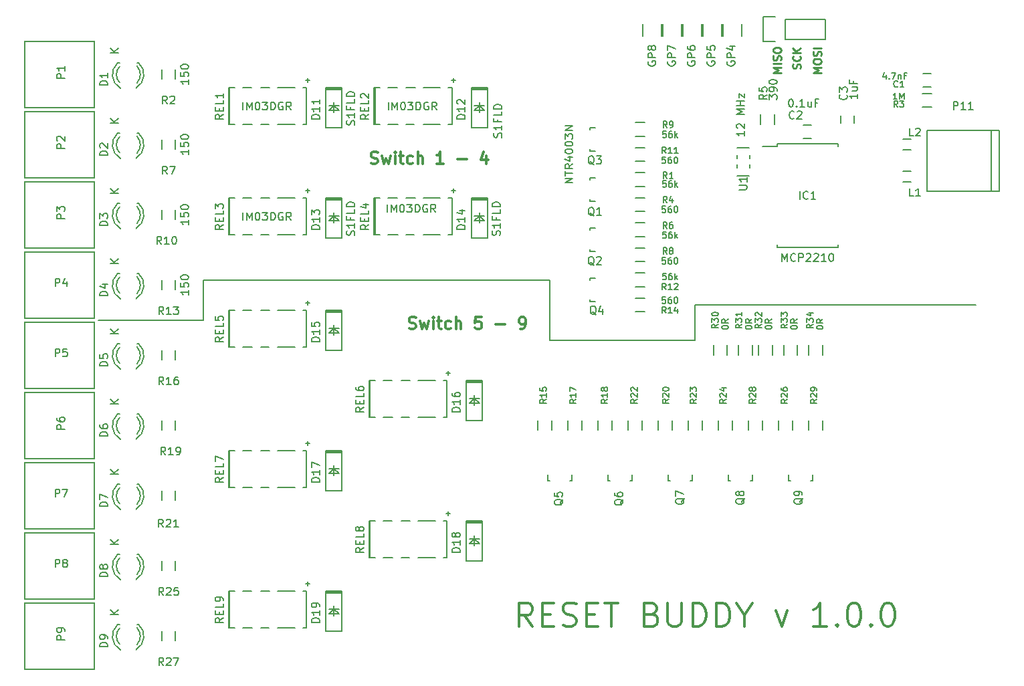
<source format=gbr>
G04 #@! TF.FileFunction,Legend,Top*
%FSLAX46Y46*%
G04 Gerber Fmt 4.6, Leading zero omitted, Abs format (unit mm)*
G04 Created by KiCad (PCBNEW 4.0.2-stable) date 26.4.2016 12:05:50*
%MOMM*%
G01*
G04 APERTURE LIST*
%ADD10C,0.100000*%
%ADD11C,0.200000*%
%ADD12C,0.300000*%
%ADD13C,0.250000*%
%ADD14C,0.150000*%
%ADD15C,0.050000*%
G04 APERTURE END LIST*
D10*
D11*
X137702381Y-77071428D02*
X137702381Y-77642857D01*
X137702381Y-77357143D02*
X136702381Y-77357143D01*
X136845238Y-77452381D01*
X136940476Y-77547619D01*
X136988095Y-77642857D01*
X136797619Y-76690476D02*
X136750000Y-76642857D01*
X136702381Y-76547619D01*
X136702381Y-76309523D01*
X136750000Y-76214285D01*
X136797619Y-76166666D01*
X136892857Y-76119047D01*
X136988095Y-76119047D01*
X137130952Y-76166666D01*
X137702381Y-76738095D01*
X137702381Y-76119047D01*
X137702381Y-74928571D02*
X136702381Y-74928571D01*
X137416667Y-74595237D01*
X136702381Y-74261904D01*
X137702381Y-74261904D01*
X137702381Y-73785714D02*
X136702381Y-73785714D01*
X137178571Y-73785714D02*
X137178571Y-73214285D01*
X137702381Y-73214285D02*
X136702381Y-73214285D01*
X137035714Y-72833333D02*
X137035714Y-72309523D01*
X137702381Y-72833333D01*
X137702381Y-72309523D01*
X131445000Y-99060000D02*
X167005000Y-99060000D01*
X131445000Y-103505000D02*
X131445000Y-99060000D01*
X113030000Y-103505000D02*
X131445000Y-103505000D01*
X113030000Y-95885000D02*
X113030000Y-103505000D01*
X69215000Y-95885000D02*
X113030000Y-95885000D01*
X69215000Y-100965000D02*
X69215000Y-95885000D01*
X55880000Y-100965000D02*
X69215000Y-100965000D01*
D12*
X110842000Y-139787143D02*
X109842000Y-138358571D01*
X109127715Y-139787143D02*
X109127715Y-136787143D01*
X110270572Y-136787143D01*
X110556286Y-136930000D01*
X110699143Y-137072857D01*
X110842000Y-137358571D01*
X110842000Y-137787143D01*
X110699143Y-138072857D01*
X110556286Y-138215714D01*
X110270572Y-138358571D01*
X109127715Y-138358571D01*
X112127715Y-138215714D02*
X113127715Y-138215714D01*
X113556286Y-139787143D02*
X112127715Y-139787143D01*
X112127715Y-136787143D01*
X113556286Y-136787143D01*
X114699144Y-139644286D02*
X115127715Y-139787143D01*
X115842001Y-139787143D01*
X116127715Y-139644286D01*
X116270572Y-139501429D01*
X116413429Y-139215714D01*
X116413429Y-138930000D01*
X116270572Y-138644286D01*
X116127715Y-138501429D01*
X115842001Y-138358571D01*
X115270572Y-138215714D01*
X114984858Y-138072857D01*
X114842001Y-137930000D01*
X114699144Y-137644286D01*
X114699144Y-137358571D01*
X114842001Y-137072857D01*
X114984858Y-136930000D01*
X115270572Y-136787143D01*
X115984858Y-136787143D01*
X116413429Y-136930000D01*
X117699144Y-138215714D02*
X118699144Y-138215714D01*
X119127715Y-139787143D02*
X117699144Y-139787143D01*
X117699144Y-136787143D01*
X119127715Y-136787143D01*
X119984858Y-136787143D02*
X121699144Y-136787143D01*
X120842001Y-139787143D02*
X120842001Y-136787143D01*
X125984858Y-138215714D02*
X126413429Y-138358571D01*
X126556286Y-138501429D01*
X126699143Y-138787143D01*
X126699143Y-139215714D01*
X126556286Y-139501429D01*
X126413429Y-139644286D01*
X126127715Y-139787143D01*
X124984858Y-139787143D01*
X124984858Y-136787143D01*
X125984858Y-136787143D01*
X126270572Y-136930000D01*
X126413429Y-137072857D01*
X126556286Y-137358571D01*
X126556286Y-137644286D01*
X126413429Y-137930000D01*
X126270572Y-138072857D01*
X125984858Y-138215714D01*
X124984858Y-138215714D01*
X127984858Y-136787143D02*
X127984858Y-139215714D01*
X128127715Y-139501429D01*
X128270572Y-139644286D01*
X128556286Y-139787143D01*
X129127715Y-139787143D01*
X129413429Y-139644286D01*
X129556286Y-139501429D01*
X129699143Y-139215714D01*
X129699143Y-136787143D01*
X131127715Y-139787143D02*
X131127715Y-136787143D01*
X131842000Y-136787143D01*
X132270572Y-136930000D01*
X132556286Y-137215714D01*
X132699143Y-137501429D01*
X132842000Y-138072857D01*
X132842000Y-138501429D01*
X132699143Y-139072857D01*
X132556286Y-139358571D01*
X132270572Y-139644286D01*
X131842000Y-139787143D01*
X131127715Y-139787143D01*
X134127715Y-139787143D02*
X134127715Y-136787143D01*
X134842000Y-136787143D01*
X135270572Y-136930000D01*
X135556286Y-137215714D01*
X135699143Y-137501429D01*
X135842000Y-138072857D01*
X135842000Y-138501429D01*
X135699143Y-139072857D01*
X135556286Y-139358571D01*
X135270572Y-139644286D01*
X134842000Y-139787143D01*
X134127715Y-139787143D01*
X137699143Y-138358571D02*
X137699143Y-139787143D01*
X136699143Y-136787143D02*
X137699143Y-138358571D01*
X138699143Y-136787143D01*
X141699143Y-137787143D02*
X142413429Y-139787143D01*
X143127715Y-137787143D01*
X148127714Y-139787143D02*
X146413429Y-139787143D01*
X147270571Y-139787143D02*
X147270571Y-136787143D01*
X146984857Y-137215714D01*
X146699143Y-137501429D01*
X146413429Y-137644286D01*
X149413429Y-139501429D02*
X149556286Y-139644286D01*
X149413429Y-139787143D01*
X149270572Y-139644286D01*
X149413429Y-139501429D01*
X149413429Y-139787143D01*
X151413428Y-136787143D02*
X151699143Y-136787143D01*
X151984857Y-136930000D01*
X152127714Y-137072857D01*
X152270571Y-137358571D01*
X152413428Y-137930000D01*
X152413428Y-138644286D01*
X152270571Y-139215714D01*
X152127714Y-139501429D01*
X151984857Y-139644286D01*
X151699143Y-139787143D01*
X151413428Y-139787143D01*
X151127714Y-139644286D01*
X150984857Y-139501429D01*
X150842000Y-139215714D01*
X150699143Y-138644286D01*
X150699143Y-137930000D01*
X150842000Y-137358571D01*
X150984857Y-137072857D01*
X151127714Y-136930000D01*
X151413428Y-136787143D01*
X153699143Y-139501429D02*
X153842000Y-139644286D01*
X153699143Y-139787143D01*
X153556286Y-139644286D01*
X153699143Y-139501429D01*
X153699143Y-139787143D01*
X155699142Y-136787143D02*
X155984857Y-136787143D01*
X156270571Y-136930000D01*
X156413428Y-137072857D01*
X156556285Y-137358571D01*
X156699142Y-137930000D01*
X156699142Y-138644286D01*
X156556285Y-139215714D01*
X156413428Y-139501429D01*
X156270571Y-139644286D01*
X155984857Y-139787143D01*
X155699142Y-139787143D01*
X155413428Y-139644286D01*
X155270571Y-139501429D01*
X155127714Y-139215714D01*
X154984857Y-138644286D01*
X154984857Y-137930000D01*
X155127714Y-137358571D01*
X155270571Y-137072857D01*
X155413428Y-136930000D01*
X155699142Y-136787143D01*
X95223143Y-102023143D02*
X95437429Y-102094571D01*
X95794572Y-102094571D01*
X95937429Y-102023143D01*
X96008858Y-101951714D01*
X96080286Y-101808857D01*
X96080286Y-101666000D01*
X96008858Y-101523143D01*
X95937429Y-101451714D01*
X95794572Y-101380286D01*
X95508858Y-101308857D01*
X95366000Y-101237429D01*
X95294572Y-101166000D01*
X95223143Y-101023143D01*
X95223143Y-100880286D01*
X95294572Y-100737429D01*
X95366000Y-100666000D01*
X95508858Y-100594571D01*
X95866000Y-100594571D01*
X96080286Y-100666000D01*
X96580286Y-101094571D02*
X96866000Y-102094571D01*
X97151714Y-101380286D01*
X97437429Y-102094571D01*
X97723143Y-101094571D01*
X98294572Y-102094571D02*
X98294572Y-101094571D01*
X98294572Y-100594571D02*
X98223143Y-100666000D01*
X98294572Y-100737429D01*
X98366000Y-100666000D01*
X98294572Y-100594571D01*
X98294572Y-100737429D01*
X98794572Y-101094571D02*
X99366001Y-101094571D01*
X99008858Y-100594571D02*
X99008858Y-101880286D01*
X99080286Y-102023143D01*
X99223144Y-102094571D01*
X99366001Y-102094571D01*
X100508858Y-102023143D02*
X100366001Y-102094571D01*
X100080287Y-102094571D01*
X99937429Y-102023143D01*
X99866001Y-101951714D01*
X99794572Y-101808857D01*
X99794572Y-101380286D01*
X99866001Y-101237429D01*
X99937429Y-101166000D01*
X100080287Y-101094571D01*
X100366001Y-101094571D01*
X100508858Y-101166000D01*
X101151715Y-102094571D02*
X101151715Y-100594571D01*
X101794572Y-102094571D02*
X101794572Y-101308857D01*
X101723143Y-101166000D01*
X101580286Y-101094571D01*
X101366001Y-101094571D01*
X101223143Y-101166000D01*
X101151715Y-101237429D01*
X104366001Y-100594571D02*
X103651715Y-100594571D01*
X103580286Y-101308857D01*
X103651715Y-101237429D01*
X103794572Y-101166000D01*
X104151715Y-101166000D01*
X104294572Y-101237429D01*
X104366001Y-101308857D01*
X104437429Y-101451714D01*
X104437429Y-101808857D01*
X104366001Y-101951714D01*
X104294572Y-102023143D01*
X104151715Y-102094571D01*
X103794572Y-102094571D01*
X103651715Y-102023143D01*
X103580286Y-101951714D01*
X106223143Y-101523143D02*
X107366000Y-101523143D01*
X109294571Y-102094571D02*
X109580286Y-102094571D01*
X109723143Y-102023143D01*
X109794571Y-101951714D01*
X109937429Y-101737429D01*
X110008857Y-101451714D01*
X110008857Y-100880286D01*
X109937429Y-100737429D01*
X109866000Y-100666000D01*
X109723143Y-100594571D01*
X109437429Y-100594571D01*
X109294571Y-100666000D01*
X109223143Y-100737429D01*
X109151714Y-100880286D01*
X109151714Y-101237429D01*
X109223143Y-101380286D01*
X109294571Y-101451714D01*
X109437429Y-101523143D01*
X109723143Y-101523143D01*
X109866000Y-101451714D01*
X109937429Y-101380286D01*
X110008857Y-101237429D01*
X90397143Y-81125143D02*
X90611429Y-81196571D01*
X90968572Y-81196571D01*
X91111429Y-81125143D01*
X91182858Y-81053714D01*
X91254286Y-80910857D01*
X91254286Y-80768000D01*
X91182858Y-80625143D01*
X91111429Y-80553714D01*
X90968572Y-80482286D01*
X90682858Y-80410857D01*
X90540000Y-80339429D01*
X90468572Y-80268000D01*
X90397143Y-80125143D01*
X90397143Y-79982286D01*
X90468572Y-79839429D01*
X90540000Y-79768000D01*
X90682858Y-79696571D01*
X91040000Y-79696571D01*
X91254286Y-79768000D01*
X91754286Y-80196571D02*
X92040000Y-81196571D01*
X92325714Y-80482286D01*
X92611429Y-81196571D01*
X92897143Y-80196571D01*
X93468572Y-81196571D02*
X93468572Y-80196571D01*
X93468572Y-79696571D02*
X93397143Y-79768000D01*
X93468572Y-79839429D01*
X93540000Y-79768000D01*
X93468572Y-79696571D01*
X93468572Y-79839429D01*
X93968572Y-80196571D02*
X94540001Y-80196571D01*
X94182858Y-79696571D02*
X94182858Y-80982286D01*
X94254286Y-81125143D01*
X94397144Y-81196571D01*
X94540001Y-81196571D01*
X95682858Y-81125143D02*
X95540001Y-81196571D01*
X95254287Y-81196571D01*
X95111429Y-81125143D01*
X95040001Y-81053714D01*
X94968572Y-80910857D01*
X94968572Y-80482286D01*
X95040001Y-80339429D01*
X95111429Y-80268000D01*
X95254287Y-80196571D01*
X95540001Y-80196571D01*
X95682858Y-80268000D01*
X96325715Y-81196571D02*
X96325715Y-79696571D01*
X96968572Y-81196571D02*
X96968572Y-80410857D01*
X96897143Y-80268000D01*
X96754286Y-80196571D01*
X96540001Y-80196571D01*
X96397143Y-80268000D01*
X96325715Y-80339429D01*
X99611429Y-81196571D02*
X98754286Y-81196571D01*
X99182858Y-81196571D02*
X99182858Y-79696571D01*
X99040001Y-79910857D01*
X98897143Y-80053714D01*
X98754286Y-80125143D01*
X101397143Y-80625143D02*
X102540000Y-80625143D01*
X105040000Y-80196571D02*
X105040000Y-81196571D01*
X104682857Y-79625143D02*
X104325714Y-80696571D01*
X105254286Y-80696571D01*
D13*
X144740762Y-69103714D02*
X144788381Y-68960857D01*
X144788381Y-68722761D01*
X144740762Y-68627523D01*
X144693143Y-68579904D01*
X144597905Y-68532285D01*
X144502667Y-68532285D01*
X144407429Y-68579904D01*
X144359810Y-68627523D01*
X144312190Y-68722761D01*
X144264571Y-68913238D01*
X144216952Y-69008476D01*
X144169333Y-69056095D01*
X144074095Y-69103714D01*
X143978857Y-69103714D01*
X143883619Y-69056095D01*
X143836000Y-69008476D01*
X143788381Y-68913238D01*
X143788381Y-68675142D01*
X143836000Y-68532285D01*
X144693143Y-67532285D02*
X144740762Y-67579904D01*
X144788381Y-67722761D01*
X144788381Y-67817999D01*
X144740762Y-67960857D01*
X144645524Y-68056095D01*
X144550286Y-68103714D01*
X144359810Y-68151333D01*
X144216952Y-68151333D01*
X144026476Y-68103714D01*
X143931238Y-68056095D01*
X143836000Y-67960857D01*
X143788381Y-67817999D01*
X143788381Y-67722761D01*
X143836000Y-67579904D01*
X143883619Y-67532285D01*
X144788381Y-67103714D02*
X143788381Y-67103714D01*
X144788381Y-66532285D02*
X144216952Y-66960857D01*
X143788381Y-66532285D02*
X144359810Y-67103714D01*
X142311381Y-69643428D02*
X141311381Y-69643428D01*
X142025667Y-69310094D01*
X141311381Y-68976761D01*
X142311381Y-68976761D01*
X142311381Y-68500571D02*
X141311381Y-68500571D01*
X142263762Y-68072000D02*
X142311381Y-67929143D01*
X142311381Y-67691047D01*
X142263762Y-67595809D01*
X142216143Y-67548190D01*
X142120905Y-67500571D01*
X142025667Y-67500571D01*
X141930429Y-67548190D01*
X141882810Y-67595809D01*
X141835190Y-67691047D01*
X141787571Y-67881524D01*
X141739952Y-67976762D01*
X141692333Y-68024381D01*
X141597095Y-68072000D01*
X141501857Y-68072000D01*
X141406619Y-68024381D01*
X141359000Y-67976762D01*
X141311381Y-67881524D01*
X141311381Y-67643428D01*
X141359000Y-67500571D01*
X141311381Y-66881524D02*
X141311381Y-66691047D01*
X141359000Y-66595809D01*
X141454238Y-66500571D01*
X141644714Y-66452952D01*
X141978048Y-66452952D01*
X142168524Y-66500571D01*
X142263762Y-66595809D01*
X142311381Y-66691047D01*
X142311381Y-66881524D01*
X142263762Y-66976762D01*
X142168524Y-67072000D01*
X141978048Y-67119619D01*
X141644714Y-67119619D01*
X141454238Y-67072000D01*
X141359000Y-66976762D01*
X141311381Y-66881524D01*
X147391381Y-69643428D02*
X146391381Y-69643428D01*
X147105667Y-69310094D01*
X146391381Y-68976761D01*
X147391381Y-68976761D01*
X146391381Y-68310095D02*
X146391381Y-68119618D01*
X146439000Y-68024380D01*
X146534238Y-67929142D01*
X146724714Y-67881523D01*
X147058048Y-67881523D01*
X147248524Y-67929142D01*
X147343762Y-68024380D01*
X147391381Y-68119618D01*
X147391381Y-68310095D01*
X147343762Y-68405333D01*
X147248524Y-68500571D01*
X147058048Y-68548190D01*
X146724714Y-68548190D01*
X146534238Y-68500571D01*
X146439000Y-68405333D01*
X146391381Y-68310095D01*
X147343762Y-67500571D02*
X147391381Y-67357714D01*
X147391381Y-67119618D01*
X147343762Y-67024380D01*
X147296143Y-66976761D01*
X147200905Y-66929142D01*
X147105667Y-66929142D01*
X147010429Y-66976761D01*
X146962810Y-67024380D01*
X146915190Y-67119618D01*
X146867571Y-67310095D01*
X146819952Y-67405333D01*
X146772333Y-67452952D01*
X146677095Y-67500571D01*
X146581857Y-67500571D01*
X146486619Y-67452952D01*
X146439000Y-67405333D01*
X146391381Y-67310095D01*
X146391381Y-67071999D01*
X146439000Y-66929142D01*
X147391381Y-66500571D02*
X146391381Y-66500571D01*
D14*
X160282000Y-71462000D02*
X161282000Y-71462000D01*
X161282000Y-69762000D02*
X160282000Y-69762000D01*
X146169000Y-76239000D02*
X145169000Y-76239000D01*
X145169000Y-77939000D02*
X146169000Y-77939000D01*
X151599000Y-76065000D02*
X151599000Y-75065000D01*
X149899000Y-75065000D02*
X149899000Y-76065000D01*
X141794000Y-78642000D02*
X141794000Y-78977000D01*
X149544000Y-78642000D02*
X149544000Y-78977000D01*
X149544000Y-91792000D02*
X149544000Y-91457000D01*
X141794000Y-91792000D02*
X141794000Y-91457000D01*
X141794000Y-78642000D02*
X149544000Y-78642000D01*
X141794000Y-91792000D02*
X149544000Y-91792000D01*
X141794000Y-78977000D02*
X139994000Y-78977000D01*
X158742000Y-83479000D02*
X157742000Y-83479000D01*
X157742000Y-82129000D02*
X158742000Y-82129000D01*
X158742000Y-79415000D02*
X157742000Y-79415000D01*
X157742000Y-78065000D02*
X158742000Y-78065000D01*
X123860000Y-82310000D02*
X125060000Y-82310000D01*
X125060000Y-84060000D02*
X123860000Y-84060000D01*
X65645000Y-69250000D02*
X65645000Y-70450000D01*
X63895000Y-70450000D02*
X63895000Y-69250000D01*
X160182000Y-72277000D02*
X161382000Y-72277000D01*
X161382000Y-74027000D02*
X160182000Y-74027000D01*
X125060000Y-87235000D02*
X123860000Y-87235000D01*
X123860000Y-85485000D02*
X125060000Y-85485000D01*
X141464000Y-74965000D02*
X141464000Y-76165000D01*
X139714000Y-76165000D02*
X139714000Y-74965000D01*
X123860000Y-88660000D02*
X125060000Y-88660000D01*
X125060000Y-90410000D02*
X123860000Y-90410000D01*
X65645000Y-78140000D02*
X65645000Y-79340000D01*
X63895000Y-79340000D02*
X63895000Y-78140000D01*
X125060000Y-93585000D02*
X123860000Y-93585000D01*
X123860000Y-91835000D02*
X125060000Y-91835000D01*
X123860000Y-75960000D02*
X125060000Y-75960000D01*
X125060000Y-77710000D02*
X123860000Y-77710000D01*
X65645000Y-87030000D02*
X65645000Y-88230000D01*
X63895000Y-88230000D02*
X63895000Y-87030000D01*
X125060000Y-80885000D02*
X123860000Y-80885000D01*
X123860000Y-79135000D02*
X125060000Y-79135000D01*
X123860000Y-95010000D02*
X125060000Y-95010000D01*
X125060000Y-96760000D02*
X123860000Y-96760000D01*
X65645000Y-95920000D02*
X65645000Y-97120000D01*
X63895000Y-97120000D02*
X63895000Y-95920000D01*
X125060000Y-99935000D02*
X123860000Y-99935000D01*
X123860000Y-98185000D02*
X125060000Y-98185000D01*
X111520000Y-114900000D02*
X111520000Y-113700000D01*
X113270000Y-113700000D02*
X113270000Y-114900000D01*
X65645000Y-104810000D02*
X65645000Y-106010000D01*
X63895000Y-106010000D02*
X63895000Y-104810000D01*
X117080000Y-113700000D02*
X117080000Y-114900000D01*
X115330000Y-114900000D02*
X115330000Y-113700000D01*
X119140000Y-114900000D02*
X119140000Y-113700000D01*
X120890000Y-113700000D02*
X120890000Y-114900000D01*
X65645000Y-113700000D02*
X65645000Y-114900000D01*
X63895000Y-114900000D02*
X63895000Y-113700000D01*
X126760000Y-114900000D02*
X126760000Y-113700000D01*
X128510000Y-113700000D02*
X128510000Y-114900000D01*
X63895000Y-123790000D02*
X63895000Y-122590000D01*
X65645000Y-122590000D02*
X65645000Y-123790000D01*
X124700000Y-113700000D02*
X124700000Y-114900000D01*
X122950000Y-114900000D02*
X122950000Y-113700000D01*
X132320000Y-113700000D02*
X132320000Y-114900000D01*
X130570000Y-114900000D02*
X130570000Y-113700000D01*
X134380000Y-114900000D02*
X134380000Y-113700000D01*
X136130000Y-113700000D02*
X136130000Y-114900000D01*
X65645000Y-131480000D02*
X65645000Y-132680000D01*
X63895000Y-132680000D02*
X63895000Y-131480000D01*
X142000000Y-114900000D02*
X142000000Y-113700000D01*
X143750000Y-113700000D02*
X143750000Y-114900000D01*
X65645000Y-140370000D02*
X65645000Y-141570000D01*
X63895000Y-141570000D02*
X63895000Y-140370000D01*
X139940000Y-113700000D02*
X139940000Y-114900000D01*
X138190000Y-114900000D02*
X138190000Y-113700000D01*
X147560000Y-113700000D02*
X147560000Y-114900000D01*
X145810000Y-114900000D02*
X145810000Y-113700000D01*
X72517000Y-71501000D02*
X72390000Y-71501000D01*
X72390000Y-71501000D02*
X72390000Y-76200000D01*
X73152000Y-71501000D02*
X72517000Y-71501000D01*
X72517000Y-71501000D02*
X72517000Y-76200000D01*
X75311000Y-71501000D02*
X74168000Y-71501000D01*
X77597000Y-71501000D02*
X76454000Y-71501000D01*
X80772000Y-71501000D02*
X78613000Y-71501000D01*
X82423000Y-70866000D02*
X82423000Y-70358000D01*
X82423000Y-70358000D02*
X82423000Y-70612000D01*
X82423000Y-70612000D02*
X82169000Y-70612000D01*
X82169000Y-70612000D02*
X82677000Y-70612000D01*
X81788000Y-76200000D02*
X82232500Y-76200000D01*
X82232500Y-76200000D02*
X82232500Y-71501000D01*
X82232500Y-71501000D02*
X81788000Y-71501000D01*
X78613000Y-76200000D02*
X80772000Y-76200000D01*
X76454000Y-76200000D02*
X77470000Y-76200000D01*
X74168000Y-76200000D02*
X75374500Y-76200000D01*
X72390000Y-76200000D02*
X73152000Y-76200000D01*
X90932000Y-71501000D02*
X90805000Y-71501000D01*
X90805000Y-71501000D02*
X90805000Y-76200000D01*
X91567000Y-71501000D02*
X90932000Y-71501000D01*
X90932000Y-71501000D02*
X90932000Y-76200000D01*
X93726000Y-71501000D02*
X92583000Y-71501000D01*
X96012000Y-71501000D02*
X94869000Y-71501000D01*
X99187000Y-71501000D02*
X97028000Y-71501000D01*
X100838000Y-70866000D02*
X100838000Y-70358000D01*
X100838000Y-70358000D02*
X100838000Y-70612000D01*
X100838000Y-70612000D02*
X100584000Y-70612000D01*
X100584000Y-70612000D02*
X101092000Y-70612000D01*
X100203000Y-76200000D02*
X100647500Y-76200000D01*
X100647500Y-76200000D02*
X100647500Y-71501000D01*
X100647500Y-71501000D02*
X100203000Y-71501000D01*
X97028000Y-76200000D02*
X99187000Y-76200000D01*
X94869000Y-76200000D02*
X95885000Y-76200000D01*
X92583000Y-76200000D02*
X93789500Y-76200000D01*
X90805000Y-76200000D02*
X91567000Y-76200000D01*
X72517000Y-85471000D02*
X72390000Y-85471000D01*
X72390000Y-85471000D02*
X72390000Y-90170000D01*
X73152000Y-85471000D02*
X72517000Y-85471000D01*
X72517000Y-85471000D02*
X72517000Y-90170000D01*
X75311000Y-85471000D02*
X74168000Y-85471000D01*
X77597000Y-85471000D02*
X76454000Y-85471000D01*
X80772000Y-85471000D02*
X78613000Y-85471000D01*
X82423000Y-84836000D02*
X82423000Y-84328000D01*
X82423000Y-84328000D02*
X82423000Y-84582000D01*
X82423000Y-84582000D02*
X82169000Y-84582000D01*
X82169000Y-84582000D02*
X82677000Y-84582000D01*
X81788000Y-90170000D02*
X82232500Y-90170000D01*
X82232500Y-90170000D02*
X82232500Y-85471000D01*
X82232500Y-85471000D02*
X81788000Y-85471000D01*
X78613000Y-90170000D02*
X80772000Y-90170000D01*
X76454000Y-90170000D02*
X77470000Y-90170000D01*
X74168000Y-90170000D02*
X75374500Y-90170000D01*
X72390000Y-90170000D02*
X73152000Y-90170000D01*
X90932000Y-85471000D02*
X90805000Y-85471000D01*
X90805000Y-85471000D02*
X90805000Y-90170000D01*
X91567000Y-85471000D02*
X90932000Y-85471000D01*
X90932000Y-85471000D02*
X90932000Y-90170000D01*
X93726000Y-85471000D02*
X92583000Y-85471000D01*
X96012000Y-85471000D02*
X94869000Y-85471000D01*
X99187000Y-85471000D02*
X97028000Y-85471000D01*
X100838000Y-84836000D02*
X100838000Y-84328000D01*
X100838000Y-84328000D02*
X100838000Y-84582000D01*
X100838000Y-84582000D02*
X100584000Y-84582000D01*
X100584000Y-84582000D02*
X101092000Y-84582000D01*
X100203000Y-90170000D02*
X100647500Y-90170000D01*
X100647500Y-90170000D02*
X100647500Y-85471000D01*
X100647500Y-85471000D02*
X100203000Y-85471000D01*
X97028000Y-90170000D02*
X99187000Y-90170000D01*
X94869000Y-90170000D02*
X95885000Y-90170000D01*
X92583000Y-90170000D02*
X93789500Y-90170000D01*
X90805000Y-90170000D02*
X91567000Y-90170000D01*
X72517000Y-99695000D02*
X72390000Y-99695000D01*
X72390000Y-99695000D02*
X72390000Y-104394000D01*
X73152000Y-99695000D02*
X72517000Y-99695000D01*
X72517000Y-99695000D02*
X72517000Y-104394000D01*
X75311000Y-99695000D02*
X74168000Y-99695000D01*
X77597000Y-99695000D02*
X76454000Y-99695000D01*
X80772000Y-99695000D02*
X78613000Y-99695000D01*
X82423000Y-99060000D02*
X82423000Y-98552000D01*
X82423000Y-98552000D02*
X82423000Y-98806000D01*
X82423000Y-98806000D02*
X82169000Y-98806000D01*
X82169000Y-98806000D02*
X82677000Y-98806000D01*
X81788000Y-104394000D02*
X82232500Y-104394000D01*
X82232500Y-104394000D02*
X82232500Y-99695000D01*
X82232500Y-99695000D02*
X81788000Y-99695000D01*
X78613000Y-104394000D02*
X80772000Y-104394000D01*
X76454000Y-104394000D02*
X77470000Y-104394000D01*
X74168000Y-104394000D02*
X75374500Y-104394000D01*
X72390000Y-104394000D02*
X73152000Y-104394000D01*
X90297000Y-108585000D02*
X90170000Y-108585000D01*
X90170000Y-108585000D02*
X90170000Y-113284000D01*
X90932000Y-108585000D02*
X90297000Y-108585000D01*
X90297000Y-108585000D02*
X90297000Y-113284000D01*
X93091000Y-108585000D02*
X91948000Y-108585000D01*
X95377000Y-108585000D02*
X94234000Y-108585000D01*
X98552000Y-108585000D02*
X96393000Y-108585000D01*
X100203000Y-107950000D02*
X100203000Y-107442000D01*
X100203000Y-107442000D02*
X100203000Y-107696000D01*
X100203000Y-107696000D02*
X99949000Y-107696000D01*
X99949000Y-107696000D02*
X100457000Y-107696000D01*
X99568000Y-113284000D02*
X100012500Y-113284000D01*
X100012500Y-113284000D02*
X100012500Y-108585000D01*
X100012500Y-108585000D02*
X99568000Y-108585000D01*
X96393000Y-113284000D02*
X98552000Y-113284000D01*
X94234000Y-113284000D02*
X95250000Y-113284000D01*
X91948000Y-113284000D02*
X93154500Y-113284000D01*
X90170000Y-113284000D02*
X90932000Y-113284000D01*
X72517000Y-117475000D02*
X72390000Y-117475000D01*
X72390000Y-117475000D02*
X72390000Y-122174000D01*
X73152000Y-117475000D02*
X72517000Y-117475000D01*
X72517000Y-117475000D02*
X72517000Y-122174000D01*
X75311000Y-117475000D02*
X74168000Y-117475000D01*
X77597000Y-117475000D02*
X76454000Y-117475000D01*
X80772000Y-117475000D02*
X78613000Y-117475000D01*
X82423000Y-116840000D02*
X82423000Y-116332000D01*
X82423000Y-116332000D02*
X82423000Y-116586000D01*
X82423000Y-116586000D02*
X82169000Y-116586000D01*
X82169000Y-116586000D02*
X82677000Y-116586000D01*
X81788000Y-122174000D02*
X82232500Y-122174000D01*
X82232500Y-122174000D02*
X82232500Y-117475000D01*
X82232500Y-117475000D02*
X81788000Y-117475000D01*
X78613000Y-122174000D02*
X80772000Y-122174000D01*
X76454000Y-122174000D02*
X77470000Y-122174000D01*
X74168000Y-122174000D02*
X75374500Y-122174000D01*
X72390000Y-122174000D02*
X73152000Y-122174000D01*
X90297000Y-126365000D02*
X90170000Y-126365000D01*
X90170000Y-126365000D02*
X90170000Y-131064000D01*
X90932000Y-126365000D02*
X90297000Y-126365000D01*
X90297000Y-126365000D02*
X90297000Y-131064000D01*
X93091000Y-126365000D02*
X91948000Y-126365000D01*
X95377000Y-126365000D02*
X94234000Y-126365000D01*
X98552000Y-126365000D02*
X96393000Y-126365000D01*
X100203000Y-125730000D02*
X100203000Y-125222000D01*
X100203000Y-125222000D02*
X100203000Y-125476000D01*
X100203000Y-125476000D02*
X99949000Y-125476000D01*
X99949000Y-125476000D02*
X100457000Y-125476000D01*
X99568000Y-131064000D02*
X100012500Y-131064000D01*
X100012500Y-131064000D02*
X100012500Y-126365000D01*
X100012500Y-126365000D02*
X99568000Y-126365000D01*
X96393000Y-131064000D02*
X98552000Y-131064000D01*
X94234000Y-131064000D02*
X95250000Y-131064000D01*
X91948000Y-131064000D02*
X93154500Y-131064000D01*
X90170000Y-131064000D02*
X90932000Y-131064000D01*
X72517000Y-135255000D02*
X72390000Y-135255000D01*
X72390000Y-135255000D02*
X72390000Y-139954000D01*
X73152000Y-135255000D02*
X72517000Y-135255000D01*
X72517000Y-135255000D02*
X72517000Y-139954000D01*
X75311000Y-135255000D02*
X74168000Y-135255000D01*
X77597000Y-135255000D02*
X76454000Y-135255000D01*
X80772000Y-135255000D02*
X78613000Y-135255000D01*
X82423000Y-134620000D02*
X82423000Y-134112000D01*
X82423000Y-134112000D02*
X82423000Y-134366000D01*
X82423000Y-134366000D02*
X82169000Y-134366000D01*
X82169000Y-134366000D02*
X82677000Y-134366000D01*
X81788000Y-139954000D02*
X82232500Y-139954000D01*
X82232500Y-139954000D02*
X82232500Y-135255000D01*
X82232500Y-135255000D02*
X81788000Y-135255000D01*
X78613000Y-139954000D02*
X80772000Y-139954000D01*
X76454000Y-139954000D02*
X77470000Y-139954000D01*
X74168000Y-139954000D02*
X75374500Y-139954000D01*
X72390000Y-139954000D02*
X73152000Y-139954000D01*
X118094760Y-83155840D02*
X118094760Y-83204100D01*
X118795800Y-85954820D02*
X118094760Y-85954820D01*
X118094760Y-85954820D02*
X118094760Y-85705900D01*
X118094760Y-83155840D02*
X118094760Y-82955180D01*
X118094760Y-82955180D02*
X118795800Y-82955180D01*
X118094760Y-89505840D02*
X118094760Y-89554100D01*
X118795800Y-92304820D02*
X118094760Y-92304820D01*
X118094760Y-92304820D02*
X118094760Y-92055900D01*
X118094760Y-89505840D02*
X118094760Y-89305180D01*
X118094760Y-89305180D02*
X118795800Y-89305180D01*
X118094760Y-76805840D02*
X118094760Y-76854100D01*
X118795800Y-79604820D02*
X118094760Y-79604820D01*
X118094760Y-79604820D02*
X118094760Y-79355900D01*
X118094760Y-76805840D02*
X118094760Y-76605180D01*
X118094760Y-76605180D02*
X118795800Y-76605180D01*
X118094760Y-95855840D02*
X118094760Y-95904100D01*
X118795800Y-98654820D02*
X118094760Y-98654820D01*
X118094760Y-98654820D02*
X118094760Y-98405900D01*
X118094760Y-95855840D02*
X118094760Y-95655180D01*
X118094760Y-95655180D02*
X118795800Y-95655180D01*
X113000840Y-121300240D02*
X113049100Y-121300240D01*
X115799820Y-120599200D02*
X115799820Y-121300240D01*
X115799820Y-121300240D02*
X115550900Y-121300240D01*
X113000840Y-121300240D02*
X112800180Y-121300240D01*
X112800180Y-121300240D02*
X112800180Y-120599200D01*
X120620840Y-121300240D02*
X120669100Y-121300240D01*
X123419820Y-120599200D02*
X123419820Y-121300240D01*
X123419820Y-121300240D02*
X123170900Y-121300240D01*
X120620840Y-121300240D02*
X120420180Y-121300240D01*
X120420180Y-121300240D02*
X120420180Y-120599200D01*
X128240840Y-121300240D02*
X128289100Y-121300240D01*
X131039820Y-120599200D02*
X131039820Y-121300240D01*
X131039820Y-121300240D02*
X130790900Y-121300240D01*
X128240840Y-121300240D02*
X128040180Y-121300240D01*
X128040180Y-121300240D02*
X128040180Y-120599200D01*
X135860840Y-121300240D02*
X135909100Y-121300240D01*
X138659820Y-120599200D02*
X138659820Y-121300240D01*
X138659820Y-121300240D02*
X138410900Y-121300240D01*
X135860840Y-121300240D02*
X135660180Y-121300240D01*
X135660180Y-121300240D02*
X135660180Y-120599200D01*
X143480840Y-121300240D02*
X143529100Y-121300240D01*
X146279820Y-120599200D02*
X146279820Y-121300240D01*
X146279820Y-121300240D02*
X146030900Y-121300240D01*
X143480840Y-121300240D02*
X143280180Y-121300240D01*
X143280180Y-121300240D02*
X143280180Y-120599200D01*
X136715500Y-80073500D02*
X136715500Y-80518000D01*
X136715500Y-81724500D02*
X136715500Y-81280000D01*
X138366500Y-81280000D02*
X138366500Y-81724500D01*
X138366500Y-80073500D02*
X138366500Y-80518000D01*
X138303000Y-82677000D02*
X136779000Y-82677000D01*
X138303000Y-79121000D02*
X136779000Y-79121000D01*
X135495000Y-104175000D02*
X135495000Y-105375000D01*
X133745000Y-105375000D02*
X133745000Y-104175000D01*
X138670000Y-104175000D02*
X138670000Y-105375000D01*
X136920000Y-105375000D02*
X136920000Y-104175000D01*
X141210000Y-104175000D02*
X141210000Y-105375000D01*
X139460000Y-105375000D02*
X139460000Y-104175000D01*
X144385000Y-104175000D02*
X144385000Y-105375000D01*
X142635000Y-105375000D02*
X142635000Y-104175000D01*
X147560000Y-104175000D02*
X147560000Y-105375000D01*
X145810000Y-105375000D02*
X145810000Y-104175000D01*
X134975000Y-65050000D02*
X134975000Y-63500000D01*
X137313000Y-63500000D02*
X137313000Y-65050000D01*
X129895000Y-65050000D02*
X129895000Y-63500000D01*
X132233000Y-63500000D02*
X132233000Y-65050000D01*
X127355000Y-65050000D02*
X127355000Y-63500000D01*
X129693000Y-63500000D02*
X129693000Y-65050000D01*
X124815000Y-65050000D02*
X124815000Y-63500000D01*
X127153000Y-63500000D02*
X127153000Y-65050000D01*
X55372000Y-74540000D02*
X55372000Y-82940000D01*
X55372000Y-82931000D02*
X46609000Y-82931000D01*
X46609000Y-82940000D02*
X46609000Y-74540000D01*
X46609000Y-74549000D02*
X55372000Y-74549000D01*
X55372000Y-83430000D02*
X55372000Y-91830000D01*
X55372000Y-91821000D02*
X46609000Y-91821000D01*
X46609000Y-91830000D02*
X46609000Y-83430000D01*
X46609000Y-83439000D02*
X55372000Y-83439000D01*
X55372000Y-92320000D02*
X55372000Y-100720000D01*
X55372000Y-100711000D02*
X46609000Y-100711000D01*
X46609000Y-100720000D02*
X46609000Y-92320000D01*
X46609000Y-92329000D02*
X55372000Y-92329000D01*
X55372000Y-101210000D02*
X55372000Y-109610000D01*
X55372000Y-109601000D02*
X46609000Y-109601000D01*
X46609000Y-109610000D02*
X46609000Y-101210000D01*
X46609000Y-101219000D02*
X55372000Y-101219000D01*
X132435000Y-65050000D02*
X132435000Y-63500000D01*
X134773000Y-63500000D02*
X134773000Y-65050000D01*
X55372000Y-118990000D02*
X55372000Y-127390000D01*
X55372000Y-127381000D02*
X46609000Y-127381000D01*
X46609000Y-127390000D02*
X46609000Y-118990000D01*
X46609000Y-118999000D02*
X55372000Y-118999000D01*
X55372000Y-127880000D02*
X55372000Y-136280000D01*
X55372000Y-136271000D02*
X46609000Y-136271000D01*
X46609000Y-136280000D02*
X46609000Y-127880000D01*
X46609000Y-127889000D02*
X55372000Y-127889000D01*
X55372000Y-136770000D02*
X55372000Y-145170000D01*
X55372000Y-145161000D02*
X46609000Y-145161000D01*
X46609000Y-145170000D02*
X46609000Y-136770000D01*
X46609000Y-136779000D02*
X55372000Y-136779000D01*
X142875000Y-65405000D02*
X147955000Y-65405000D01*
X147955000Y-65405000D02*
X147955000Y-62865000D01*
X147955000Y-62865000D02*
X142875000Y-62865000D01*
X140055000Y-62585000D02*
X141605000Y-62585000D01*
X142875000Y-62865000D02*
X142875000Y-65405000D01*
X141605000Y-65685000D02*
X140055000Y-65685000D01*
X140055000Y-65685000D02*
X140055000Y-62585000D01*
X168953180Y-84622640D02*
X168953180Y-76921360D01*
X169953940Y-84622640D02*
X169953940Y-76921360D01*
X169953940Y-76921360D02*
X160754060Y-76921360D01*
X160754060Y-76921360D02*
X160754060Y-84622640D01*
X160754060Y-84622640D02*
X169953940Y-84622640D01*
X55372000Y-65650000D02*
X55372000Y-74050000D01*
X55372000Y-74041000D02*
X46609000Y-74041000D01*
X46609000Y-74050000D02*
X46609000Y-65650000D01*
X46609000Y-65659000D02*
X55372000Y-65659000D01*
X55372000Y-110100000D02*
X55372000Y-118500000D01*
X55372000Y-118491000D02*
X46609000Y-118491000D01*
X46609000Y-118500000D02*
X46609000Y-110100000D01*
X46609000Y-110109000D02*
X55372000Y-110109000D01*
X58376000Y-68381000D02*
X58576000Y-68381000D01*
X60970000Y-68381000D02*
X60790000Y-68381000D01*
X60659643Y-71608744D02*
G75*
G03X60976000Y-68381000I-1003643J1727744D01*
G01*
X60789068Y-70933006D02*
G75*
G03X60790000Y-68830000I-1133068J1052006D01*
G01*
X58349274Y-68393780D02*
G75*
G03X58696000Y-71631000I1306726J-1497220D01*
G01*
X58576747Y-68867111D02*
G75*
G03X58596000Y-70915000I1079253J-1013889D01*
G01*
X58376000Y-77271000D02*
X58576000Y-77271000D01*
X60970000Y-77271000D02*
X60790000Y-77271000D01*
X60659643Y-80498744D02*
G75*
G03X60976000Y-77271000I-1003643J1727744D01*
G01*
X60789068Y-79823006D02*
G75*
G03X60790000Y-77720000I-1133068J1052006D01*
G01*
X58349274Y-77283780D02*
G75*
G03X58696000Y-80521000I1306726J-1497220D01*
G01*
X58576747Y-77757111D02*
G75*
G03X58596000Y-79805000I1079253J-1013889D01*
G01*
X58376000Y-86161000D02*
X58576000Y-86161000D01*
X60970000Y-86161000D02*
X60790000Y-86161000D01*
X60659643Y-89388744D02*
G75*
G03X60976000Y-86161000I-1003643J1727744D01*
G01*
X60789068Y-88713006D02*
G75*
G03X60790000Y-86610000I-1133068J1052006D01*
G01*
X58349274Y-86173780D02*
G75*
G03X58696000Y-89411000I1306726J-1497220D01*
G01*
X58576747Y-86647111D02*
G75*
G03X58596000Y-88695000I1079253J-1013889D01*
G01*
X58376000Y-95051000D02*
X58576000Y-95051000D01*
X60970000Y-95051000D02*
X60790000Y-95051000D01*
X60659643Y-98278744D02*
G75*
G03X60976000Y-95051000I-1003643J1727744D01*
G01*
X60789068Y-97603006D02*
G75*
G03X60790000Y-95500000I-1133068J1052006D01*
G01*
X58349274Y-95063780D02*
G75*
G03X58696000Y-98301000I1306726J-1497220D01*
G01*
X58576747Y-95537111D02*
G75*
G03X58596000Y-97585000I1079253J-1013889D01*
G01*
X58376000Y-103941000D02*
X58576000Y-103941000D01*
X60970000Y-103941000D02*
X60790000Y-103941000D01*
X60659643Y-107168744D02*
G75*
G03X60976000Y-103941000I-1003643J1727744D01*
G01*
X60789068Y-106493006D02*
G75*
G03X60790000Y-104390000I-1133068J1052006D01*
G01*
X58349274Y-103953780D02*
G75*
G03X58696000Y-107191000I1306726J-1497220D01*
G01*
X58576747Y-104427111D02*
G75*
G03X58596000Y-106475000I1079253J-1013889D01*
G01*
X58376000Y-112831000D02*
X58576000Y-112831000D01*
X60970000Y-112831000D02*
X60790000Y-112831000D01*
X60659643Y-116058744D02*
G75*
G03X60976000Y-112831000I-1003643J1727744D01*
G01*
X60789068Y-115383006D02*
G75*
G03X60790000Y-113280000I-1133068J1052006D01*
G01*
X58349274Y-112843780D02*
G75*
G03X58696000Y-116081000I1306726J-1497220D01*
G01*
X58576747Y-113317111D02*
G75*
G03X58596000Y-115365000I1079253J-1013889D01*
G01*
X58376000Y-121721000D02*
X58576000Y-121721000D01*
X60970000Y-121721000D02*
X60790000Y-121721000D01*
X60659643Y-124948744D02*
G75*
G03X60976000Y-121721000I-1003643J1727744D01*
G01*
X60789068Y-124273006D02*
G75*
G03X60790000Y-122170000I-1133068J1052006D01*
G01*
X58349274Y-121733780D02*
G75*
G03X58696000Y-124971000I1306726J-1497220D01*
G01*
X58576747Y-122207111D02*
G75*
G03X58596000Y-124255000I1079253J-1013889D01*
G01*
X58376000Y-130611000D02*
X58576000Y-130611000D01*
X60970000Y-130611000D02*
X60790000Y-130611000D01*
X60659643Y-133838744D02*
G75*
G03X60976000Y-130611000I-1003643J1727744D01*
G01*
X60789068Y-133163006D02*
G75*
G03X60790000Y-131060000I-1133068J1052006D01*
G01*
X58349274Y-130623780D02*
G75*
G03X58696000Y-133861000I1306726J-1497220D01*
G01*
X58576747Y-131097111D02*
G75*
G03X58596000Y-133145000I1079253J-1013889D01*
G01*
X58376000Y-139501000D02*
X58576000Y-139501000D01*
X60970000Y-139501000D02*
X60790000Y-139501000D01*
X60659643Y-142728744D02*
G75*
G03X60976000Y-139501000I-1003643J1727744D01*
G01*
X60789068Y-142053006D02*
G75*
G03X60790000Y-139950000I-1133068J1052006D01*
G01*
X58349274Y-139513780D02*
G75*
G03X58696000Y-142751000I1306726J-1497220D01*
G01*
X58576747Y-139987111D02*
G75*
G03X58596000Y-142035000I1079253J-1013889D01*
G01*
X86741000Y-71755000D02*
X84709000Y-71755000D01*
X84709000Y-71755000D02*
X84709000Y-76581000D01*
X84709000Y-76581000D02*
X86741000Y-76581000D01*
X86741000Y-76581000D02*
X86741000Y-71501000D01*
X86741000Y-71501000D02*
X84709000Y-71501000D01*
X84709000Y-71501000D02*
X84709000Y-71755000D01*
X84709000Y-71755000D02*
X84709000Y-71628000D01*
X84709000Y-71628000D02*
X86614000Y-71628000D01*
X85725000Y-74422000D02*
X86360000Y-74422000D01*
X86360000Y-74422000D02*
X85725000Y-73787000D01*
X85725000Y-73787000D02*
X85090000Y-74422000D01*
X85090000Y-74422000D02*
X85725000Y-74422000D01*
X85725000Y-74422000D02*
X85725000Y-73787000D01*
X85725000Y-73787000D02*
X86360000Y-73787000D01*
X86360000Y-73787000D02*
X85090000Y-73787000D01*
X85090000Y-73787000D02*
X85725000Y-73787000D01*
X85725000Y-73787000D02*
X85725000Y-73406000D01*
X85725000Y-73406000D02*
X85725000Y-74676000D01*
D15*
X86741000Y-71501000D02*
X86741000Y-76581000D01*
X86741000Y-76581000D02*
X84709000Y-76581000D01*
X84709000Y-76581000D02*
X84709000Y-71501000D01*
X84709000Y-71501000D02*
X86741000Y-71501000D01*
D14*
X105156000Y-71755000D02*
X103124000Y-71755000D01*
X103124000Y-71755000D02*
X103124000Y-76581000D01*
X103124000Y-76581000D02*
X105156000Y-76581000D01*
X105156000Y-76581000D02*
X105156000Y-71501000D01*
X105156000Y-71501000D02*
X103124000Y-71501000D01*
X103124000Y-71501000D02*
X103124000Y-71755000D01*
X103124000Y-71755000D02*
X103124000Y-71628000D01*
X103124000Y-71628000D02*
X105029000Y-71628000D01*
X104140000Y-74422000D02*
X104775000Y-74422000D01*
X104775000Y-74422000D02*
X104140000Y-73787000D01*
X104140000Y-73787000D02*
X103505000Y-74422000D01*
X103505000Y-74422000D02*
X104140000Y-74422000D01*
X104140000Y-74422000D02*
X104140000Y-73787000D01*
X104140000Y-73787000D02*
X104775000Y-73787000D01*
X104775000Y-73787000D02*
X103505000Y-73787000D01*
X103505000Y-73787000D02*
X104140000Y-73787000D01*
X104140000Y-73787000D02*
X104140000Y-73406000D01*
X104140000Y-73406000D02*
X104140000Y-74676000D01*
D15*
X105156000Y-71501000D02*
X105156000Y-76581000D01*
X105156000Y-76581000D02*
X103124000Y-76581000D01*
X103124000Y-76581000D02*
X103124000Y-71501000D01*
X103124000Y-71501000D02*
X105156000Y-71501000D01*
D14*
X86741000Y-85725000D02*
X84709000Y-85725000D01*
X84709000Y-85725000D02*
X84709000Y-90551000D01*
X84709000Y-90551000D02*
X86741000Y-90551000D01*
X86741000Y-90551000D02*
X86741000Y-85471000D01*
X86741000Y-85471000D02*
X84709000Y-85471000D01*
X84709000Y-85471000D02*
X84709000Y-85725000D01*
X84709000Y-85725000D02*
X84709000Y-85598000D01*
X84709000Y-85598000D02*
X86614000Y-85598000D01*
X85725000Y-88392000D02*
X86360000Y-88392000D01*
X86360000Y-88392000D02*
X85725000Y-87757000D01*
X85725000Y-87757000D02*
X85090000Y-88392000D01*
X85090000Y-88392000D02*
X85725000Y-88392000D01*
X85725000Y-88392000D02*
X85725000Y-87757000D01*
X85725000Y-87757000D02*
X86360000Y-87757000D01*
X86360000Y-87757000D02*
X85090000Y-87757000D01*
X85090000Y-87757000D02*
X85725000Y-87757000D01*
X85725000Y-87757000D02*
X85725000Y-87376000D01*
X85725000Y-87376000D02*
X85725000Y-88646000D01*
D15*
X86741000Y-85471000D02*
X86741000Y-90551000D01*
X86741000Y-90551000D02*
X84709000Y-90551000D01*
X84709000Y-90551000D02*
X84709000Y-85471000D01*
X84709000Y-85471000D02*
X86741000Y-85471000D01*
D14*
X105156000Y-85725000D02*
X103124000Y-85725000D01*
X103124000Y-85725000D02*
X103124000Y-90551000D01*
X103124000Y-90551000D02*
X105156000Y-90551000D01*
X105156000Y-90551000D02*
X105156000Y-85471000D01*
X105156000Y-85471000D02*
X103124000Y-85471000D01*
X103124000Y-85471000D02*
X103124000Y-85725000D01*
X103124000Y-85725000D02*
X103124000Y-85598000D01*
X103124000Y-85598000D02*
X105029000Y-85598000D01*
X104140000Y-88392000D02*
X104775000Y-88392000D01*
X104775000Y-88392000D02*
X104140000Y-87757000D01*
X104140000Y-87757000D02*
X103505000Y-88392000D01*
X103505000Y-88392000D02*
X104140000Y-88392000D01*
X104140000Y-88392000D02*
X104140000Y-87757000D01*
X104140000Y-87757000D02*
X104775000Y-87757000D01*
X104775000Y-87757000D02*
X103505000Y-87757000D01*
X103505000Y-87757000D02*
X104140000Y-87757000D01*
X104140000Y-87757000D02*
X104140000Y-87376000D01*
X104140000Y-87376000D02*
X104140000Y-88646000D01*
D15*
X105156000Y-85471000D02*
X105156000Y-90551000D01*
X105156000Y-90551000D02*
X103124000Y-90551000D01*
X103124000Y-90551000D02*
X103124000Y-85471000D01*
X103124000Y-85471000D02*
X105156000Y-85471000D01*
D14*
X86741000Y-99949000D02*
X84709000Y-99949000D01*
X84709000Y-99949000D02*
X84709000Y-104775000D01*
X84709000Y-104775000D02*
X86741000Y-104775000D01*
X86741000Y-104775000D02*
X86741000Y-99695000D01*
X86741000Y-99695000D02*
X84709000Y-99695000D01*
X84709000Y-99695000D02*
X84709000Y-99949000D01*
X84709000Y-99949000D02*
X84709000Y-99822000D01*
X84709000Y-99822000D02*
X86614000Y-99822000D01*
X85725000Y-102616000D02*
X86360000Y-102616000D01*
X86360000Y-102616000D02*
X85725000Y-101981000D01*
X85725000Y-101981000D02*
X85090000Y-102616000D01*
X85090000Y-102616000D02*
X85725000Y-102616000D01*
X85725000Y-102616000D02*
X85725000Y-101981000D01*
X85725000Y-101981000D02*
X86360000Y-101981000D01*
X86360000Y-101981000D02*
X85090000Y-101981000D01*
X85090000Y-101981000D02*
X85725000Y-101981000D01*
X85725000Y-101981000D02*
X85725000Y-101600000D01*
X85725000Y-101600000D02*
X85725000Y-102870000D01*
D15*
X86741000Y-99695000D02*
X86741000Y-104775000D01*
X86741000Y-104775000D02*
X84709000Y-104775000D01*
X84709000Y-104775000D02*
X84709000Y-99695000D01*
X84709000Y-99695000D02*
X86741000Y-99695000D01*
D14*
X104521000Y-108839000D02*
X102489000Y-108839000D01*
X102489000Y-108839000D02*
X102489000Y-113665000D01*
X102489000Y-113665000D02*
X104521000Y-113665000D01*
X104521000Y-113665000D02*
X104521000Y-108585000D01*
X104521000Y-108585000D02*
X102489000Y-108585000D01*
X102489000Y-108585000D02*
X102489000Y-108839000D01*
X102489000Y-108839000D02*
X102489000Y-108712000D01*
X102489000Y-108712000D02*
X104394000Y-108712000D01*
X103505000Y-111506000D02*
X104140000Y-111506000D01*
X104140000Y-111506000D02*
X103505000Y-110871000D01*
X103505000Y-110871000D02*
X102870000Y-111506000D01*
X102870000Y-111506000D02*
X103505000Y-111506000D01*
X103505000Y-111506000D02*
X103505000Y-110871000D01*
X103505000Y-110871000D02*
X104140000Y-110871000D01*
X104140000Y-110871000D02*
X102870000Y-110871000D01*
X102870000Y-110871000D02*
X103505000Y-110871000D01*
X103505000Y-110871000D02*
X103505000Y-110490000D01*
X103505000Y-110490000D02*
X103505000Y-111760000D01*
D15*
X104521000Y-108585000D02*
X104521000Y-113665000D01*
X104521000Y-113665000D02*
X102489000Y-113665000D01*
X102489000Y-113665000D02*
X102489000Y-108585000D01*
X102489000Y-108585000D02*
X104521000Y-108585000D01*
D14*
X86741000Y-117729000D02*
X84709000Y-117729000D01*
X84709000Y-117729000D02*
X84709000Y-122555000D01*
X84709000Y-122555000D02*
X86741000Y-122555000D01*
X86741000Y-122555000D02*
X86741000Y-117475000D01*
X86741000Y-117475000D02*
X84709000Y-117475000D01*
X84709000Y-117475000D02*
X84709000Y-117729000D01*
X84709000Y-117729000D02*
X84709000Y-117602000D01*
X84709000Y-117602000D02*
X86614000Y-117602000D01*
X85725000Y-120396000D02*
X86360000Y-120396000D01*
X86360000Y-120396000D02*
X85725000Y-119761000D01*
X85725000Y-119761000D02*
X85090000Y-120396000D01*
X85090000Y-120396000D02*
X85725000Y-120396000D01*
X85725000Y-120396000D02*
X85725000Y-119761000D01*
X85725000Y-119761000D02*
X86360000Y-119761000D01*
X86360000Y-119761000D02*
X85090000Y-119761000D01*
X85090000Y-119761000D02*
X85725000Y-119761000D01*
X85725000Y-119761000D02*
X85725000Y-119380000D01*
X85725000Y-119380000D02*
X85725000Y-120650000D01*
D15*
X86741000Y-117475000D02*
X86741000Y-122555000D01*
X86741000Y-122555000D02*
X84709000Y-122555000D01*
X84709000Y-122555000D02*
X84709000Y-117475000D01*
X84709000Y-117475000D02*
X86741000Y-117475000D01*
D14*
X104521000Y-126619000D02*
X102489000Y-126619000D01*
X102489000Y-126619000D02*
X102489000Y-131445000D01*
X102489000Y-131445000D02*
X104521000Y-131445000D01*
X104521000Y-131445000D02*
X104521000Y-126365000D01*
X104521000Y-126365000D02*
X102489000Y-126365000D01*
X102489000Y-126365000D02*
X102489000Y-126619000D01*
X102489000Y-126619000D02*
X102489000Y-126492000D01*
X102489000Y-126492000D02*
X104394000Y-126492000D01*
X103505000Y-129286000D02*
X104140000Y-129286000D01*
X104140000Y-129286000D02*
X103505000Y-128651000D01*
X103505000Y-128651000D02*
X102870000Y-129286000D01*
X102870000Y-129286000D02*
X103505000Y-129286000D01*
X103505000Y-129286000D02*
X103505000Y-128651000D01*
X103505000Y-128651000D02*
X104140000Y-128651000D01*
X104140000Y-128651000D02*
X102870000Y-128651000D01*
X102870000Y-128651000D02*
X103505000Y-128651000D01*
X103505000Y-128651000D02*
X103505000Y-128270000D01*
X103505000Y-128270000D02*
X103505000Y-129540000D01*
D15*
X104521000Y-126365000D02*
X104521000Y-131445000D01*
X104521000Y-131445000D02*
X102489000Y-131445000D01*
X102489000Y-131445000D02*
X102489000Y-126365000D01*
X102489000Y-126365000D02*
X104521000Y-126365000D01*
D14*
X86741000Y-135509000D02*
X84709000Y-135509000D01*
X84709000Y-135509000D02*
X84709000Y-140335000D01*
X84709000Y-140335000D02*
X86741000Y-140335000D01*
X86741000Y-140335000D02*
X86741000Y-135255000D01*
X86741000Y-135255000D02*
X84709000Y-135255000D01*
X84709000Y-135255000D02*
X84709000Y-135509000D01*
X84709000Y-135509000D02*
X84709000Y-135382000D01*
X84709000Y-135382000D02*
X86614000Y-135382000D01*
X85725000Y-138176000D02*
X86360000Y-138176000D01*
X86360000Y-138176000D02*
X85725000Y-137541000D01*
X85725000Y-137541000D02*
X85090000Y-138176000D01*
X85090000Y-138176000D02*
X85725000Y-138176000D01*
X85725000Y-138176000D02*
X85725000Y-137541000D01*
X85725000Y-137541000D02*
X86360000Y-137541000D01*
X86360000Y-137541000D02*
X85090000Y-137541000D01*
X85090000Y-137541000D02*
X85725000Y-137541000D01*
X85725000Y-137541000D02*
X85725000Y-137160000D01*
X85725000Y-137160000D02*
X85725000Y-138430000D01*
D15*
X86741000Y-135255000D02*
X86741000Y-140335000D01*
X86741000Y-140335000D02*
X84709000Y-140335000D01*
X84709000Y-140335000D02*
X84709000Y-135255000D01*
X84709000Y-135255000D02*
X86741000Y-135255000D01*
D14*
X157092667Y-71405714D02*
X157054572Y-71443810D01*
X156940286Y-71481905D01*
X156864096Y-71481905D01*
X156749810Y-71443810D01*
X156673619Y-71367619D01*
X156635524Y-71291429D01*
X156597429Y-71139048D01*
X156597429Y-71024762D01*
X156635524Y-70872381D01*
X156673619Y-70796190D01*
X156749810Y-70720000D01*
X156864096Y-70681905D01*
X156940286Y-70681905D01*
X157054572Y-70720000D01*
X157092667Y-70758095D01*
X157854572Y-71481905D02*
X157397429Y-71481905D01*
X157626000Y-71481905D02*
X157626000Y-70681905D01*
X157549810Y-70796190D01*
X157473619Y-70872381D01*
X157397429Y-70910476D01*
X155594190Y-69932571D02*
X155594190Y-70465905D01*
X155403714Y-69627810D02*
X155213238Y-70199238D01*
X155708476Y-70199238D01*
X156013238Y-70389714D02*
X156051333Y-70427810D01*
X156013238Y-70465905D01*
X155975143Y-70427810D01*
X156013238Y-70389714D01*
X156013238Y-70465905D01*
X156318000Y-69665905D02*
X156851333Y-69665905D01*
X156508476Y-70465905D01*
X157156095Y-69932571D02*
X157156095Y-70465905D01*
X157156095Y-70008762D02*
X157194190Y-69970667D01*
X157270381Y-69932571D01*
X157384667Y-69932571D01*
X157460857Y-69970667D01*
X157498952Y-70046857D01*
X157498952Y-70465905D01*
X158146572Y-70046857D02*
X157879905Y-70046857D01*
X157879905Y-70465905D02*
X157879905Y-69665905D01*
X158260858Y-69665905D01*
X143978334Y-75414143D02*
X143930715Y-75461762D01*
X143787858Y-75509381D01*
X143692620Y-75509381D01*
X143549762Y-75461762D01*
X143454524Y-75366524D01*
X143406905Y-75271286D01*
X143359286Y-75080810D01*
X143359286Y-74937952D01*
X143406905Y-74747476D01*
X143454524Y-74652238D01*
X143549762Y-74557000D01*
X143692620Y-74509381D01*
X143787858Y-74509381D01*
X143930715Y-74557000D01*
X143978334Y-74604619D01*
X144359286Y-74604619D02*
X144406905Y-74557000D01*
X144502143Y-74509381D01*
X144740239Y-74509381D01*
X144835477Y-74557000D01*
X144883096Y-74604619D01*
X144930715Y-74699857D01*
X144930715Y-74795095D01*
X144883096Y-74937952D01*
X144311667Y-75509381D01*
X144930715Y-75509381D01*
X143518143Y-72985381D02*
X143613382Y-72985381D01*
X143708620Y-73033000D01*
X143756239Y-73080619D01*
X143803858Y-73175857D01*
X143851477Y-73366333D01*
X143851477Y-73604429D01*
X143803858Y-73794905D01*
X143756239Y-73890143D01*
X143708620Y-73937762D01*
X143613382Y-73985381D01*
X143518143Y-73985381D01*
X143422905Y-73937762D01*
X143375286Y-73890143D01*
X143327667Y-73794905D01*
X143280048Y-73604429D01*
X143280048Y-73366333D01*
X143327667Y-73175857D01*
X143375286Y-73080619D01*
X143422905Y-73033000D01*
X143518143Y-72985381D01*
X144280048Y-73890143D02*
X144327667Y-73937762D01*
X144280048Y-73985381D01*
X144232429Y-73937762D01*
X144280048Y-73890143D01*
X144280048Y-73985381D01*
X145280048Y-73985381D02*
X144708619Y-73985381D01*
X144994333Y-73985381D02*
X144994333Y-72985381D01*
X144899095Y-73128238D01*
X144803857Y-73223476D01*
X144708619Y-73271095D01*
X146137191Y-73318714D02*
X146137191Y-73985381D01*
X145708619Y-73318714D02*
X145708619Y-73842524D01*
X145756238Y-73937762D01*
X145851476Y-73985381D01*
X145994334Y-73985381D01*
X146089572Y-73937762D01*
X146137191Y-73890143D01*
X146946715Y-73461571D02*
X146613381Y-73461571D01*
X146613381Y-73985381D02*
X146613381Y-72985381D01*
X147089572Y-72985381D01*
X150598143Y-72429666D02*
X150645762Y-72477285D01*
X150693381Y-72620142D01*
X150693381Y-72715380D01*
X150645762Y-72858238D01*
X150550524Y-72953476D01*
X150455286Y-73001095D01*
X150264810Y-73048714D01*
X150121952Y-73048714D01*
X149931476Y-73001095D01*
X149836238Y-72953476D01*
X149741000Y-72858238D01*
X149693381Y-72715380D01*
X149693381Y-72620142D01*
X149741000Y-72477285D01*
X149788619Y-72429666D01*
X149693381Y-72096333D02*
X149693381Y-71477285D01*
X150074333Y-71810619D01*
X150074333Y-71667761D01*
X150121952Y-71572523D01*
X150169571Y-71524904D01*
X150264810Y-71477285D01*
X150502905Y-71477285D01*
X150598143Y-71524904D01*
X150645762Y-71572523D01*
X150693381Y-71667761D01*
X150693381Y-71953476D01*
X150645762Y-72048714D01*
X150598143Y-72096333D01*
X151963381Y-72350238D02*
X151963381Y-72921667D01*
X151963381Y-72635953D02*
X150963381Y-72635953D01*
X151106238Y-72731191D01*
X151201476Y-72826429D01*
X151249095Y-72921667D01*
X151296714Y-71493095D02*
X151963381Y-71493095D01*
X151296714Y-71921667D02*
X151820524Y-71921667D01*
X151915762Y-71874048D01*
X151963381Y-71778810D01*
X151963381Y-71635952D01*
X151915762Y-71540714D01*
X151868143Y-71493095D01*
X151439571Y-70683571D02*
X151439571Y-71016905D01*
X151963381Y-71016905D02*
X150963381Y-71016905D01*
X150963381Y-70540714D01*
X144692810Y-85669381D02*
X144692810Y-84669381D01*
X145740429Y-85574143D02*
X145692810Y-85621762D01*
X145549953Y-85669381D01*
X145454715Y-85669381D01*
X145311857Y-85621762D01*
X145216619Y-85526524D01*
X145169000Y-85431286D01*
X145121381Y-85240810D01*
X145121381Y-85097952D01*
X145169000Y-84907476D01*
X145216619Y-84812238D01*
X145311857Y-84717000D01*
X145454715Y-84669381D01*
X145549953Y-84669381D01*
X145692810Y-84717000D01*
X145740429Y-84764619D01*
X146692810Y-85669381D02*
X146121381Y-85669381D01*
X146407095Y-85669381D02*
X146407095Y-84669381D01*
X146311857Y-84812238D01*
X146216619Y-84907476D01*
X146121381Y-84955095D01*
X142430905Y-93543381D02*
X142430905Y-92543381D01*
X142764239Y-93257667D01*
X143097572Y-92543381D01*
X143097572Y-93543381D01*
X144145191Y-93448143D02*
X144097572Y-93495762D01*
X143954715Y-93543381D01*
X143859477Y-93543381D01*
X143716619Y-93495762D01*
X143621381Y-93400524D01*
X143573762Y-93305286D01*
X143526143Y-93114810D01*
X143526143Y-92971952D01*
X143573762Y-92781476D01*
X143621381Y-92686238D01*
X143716619Y-92591000D01*
X143859477Y-92543381D01*
X143954715Y-92543381D01*
X144097572Y-92591000D01*
X144145191Y-92638619D01*
X144573762Y-93543381D02*
X144573762Y-92543381D01*
X144954715Y-92543381D01*
X145049953Y-92591000D01*
X145097572Y-92638619D01*
X145145191Y-92733857D01*
X145145191Y-92876714D01*
X145097572Y-92971952D01*
X145049953Y-93019571D01*
X144954715Y-93067190D01*
X144573762Y-93067190D01*
X145526143Y-92638619D02*
X145573762Y-92591000D01*
X145669000Y-92543381D01*
X145907096Y-92543381D01*
X146002334Y-92591000D01*
X146049953Y-92638619D01*
X146097572Y-92733857D01*
X146097572Y-92829095D01*
X146049953Y-92971952D01*
X145478524Y-93543381D01*
X146097572Y-93543381D01*
X146478524Y-92638619D02*
X146526143Y-92591000D01*
X146621381Y-92543381D01*
X146859477Y-92543381D01*
X146954715Y-92591000D01*
X147002334Y-92638619D01*
X147049953Y-92733857D01*
X147049953Y-92829095D01*
X147002334Y-92971952D01*
X146430905Y-93543381D01*
X147049953Y-93543381D01*
X148002334Y-93543381D02*
X147430905Y-93543381D01*
X147716619Y-93543381D02*
X147716619Y-92543381D01*
X147621381Y-92686238D01*
X147526143Y-92781476D01*
X147430905Y-92829095D01*
X148621381Y-92543381D02*
X148716620Y-92543381D01*
X148811858Y-92591000D01*
X148859477Y-92638619D01*
X148907096Y-92733857D01*
X148954715Y-92924333D01*
X148954715Y-93162429D01*
X148907096Y-93352905D01*
X148859477Y-93448143D01*
X148811858Y-93495762D01*
X148716620Y-93543381D01*
X148621381Y-93543381D01*
X148526143Y-93495762D01*
X148478524Y-93448143D01*
X148430905Y-93352905D01*
X148383286Y-93162429D01*
X148383286Y-92924333D01*
X148430905Y-92733857D01*
X148478524Y-92638619D01*
X148526143Y-92591000D01*
X148621381Y-92543381D01*
X159091334Y-85288381D02*
X158615143Y-85288381D01*
X158615143Y-84288381D01*
X159948477Y-85288381D02*
X159377048Y-85288381D01*
X159662762Y-85288381D02*
X159662762Y-84288381D01*
X159567524Y-84431238D01*
X159472286Y-84526476D01*
X159377048Y-84574095D01*
X159091334Y-77668381D02*
X158615143Y-77668381D01*
X158615143Y-76668381D01*
X159377048Y-76763619D02*
X159424667Y-76716000D01*
X159519905Y-76668381D01*
X159758001Y-76668381D01*
X159853239Y-76716000D01*
X159900858Y-76763619D01*
X159948477Y-76858857D01*
X159948477Y-76954095D01*
X159900858Y-77096952D01*
X159329429Y-77668381D01*
X159948477Y-77668381D01*
X127882667Y-83038905D02*
X127616000Y-82657952D01*
X127425524Y-83038905D02*
X127425524Y-82238905D01*
X127730286Y-82238905D01*
X127806477Y-82277000D01*
X127844572Y-82315095D01*
X127882667Y-82391286D01*
X127882667Y-82505571D01*
X127844572Y-82581762D01*
X127806477Y-82619857D01*
X127730286Y-82657952D01*
X127425524Y-82657952D01*
X128644572Y-83038905D02*
X128187429Y-83038905D01*
X128416000Y-83038905D02*
X128416000Y-82238905D01*
X128339810Y-82353190D01*
X128263619Y-82429381D01*
X128187429Y-82467476D01*
X127735715Y-83311905D02*
X127354762Y-83311905D01*
X127316667Y-83692857D01*
X127354762Y-83654762D01*
X127430953Y-83616667D01*
X127621429Y-83616667D01*
X127697619Y-83654762D01*
X127735715Y-83692857D01*
X127773810Y-83769048D01*
X127773810Y-83959524D01*
X127735715Y-84035714D01*
X127697619Y-84073810D01*
X127621429Y-84111905D01*
X127430953Y-84111905D01*
X127354762Y-84073810D01*
X127316667Y-84035714D01*
X128459524Y-83311905D02*
X128307143Y-83311905D01*
X128230953Y-83350000D01*
X128192858Y-83388095D01*
X128116667Y-83502381D01*
X128078572Y-83654762D01*
X128078572Y-83959524D01*
X128116667Y-84035714D01*
X128154762Y-84073810D01*
X128230953Y-84111905D01*
X128383334Y-84111905D01*
X128459524Y-84073810D01*
X128497620Y-84035714D01*
X128535715Y-83959524D01*
X128535715Y-83769048D01*
X128497620Y-83692857D01*
X128459524Y-83654762D01*
X128383334Y-83616667D01*
X128230953Y-83616667D01*
X128154762Y-83654762D01*
X128116667Y-83692857D01*
X128078572Y-83769048D01*
X128878572Y-84111905D02*
X128878572Y-83311905D01*
X128954763Y-83807143D02*
X129183334Y-84111905D01*
X129183334Y-83578571D02*
X128878572Y-83883333D01*
X64603334Y-73604381D02*
X64270000Y-73128190D01*
X64031905Y-73604381D02*
X64031905Y-72604381D01*
X64412858Y-72604381D01*
X64508096Y-72652000D01*
X64555715Y-72699619D01*
X64603334Y-72794857D01*
X64603334Y-72937714D01*
X64555715Y-73032952D01*
X64508096Y-73080571D01*
X64412858Y-73128190D01*
X64031905Y-73128190D01*
X64984286Y-72699619D02*
X65031905Y-72652000D01*
X65127143Y-72604381D01*
X65365239Y-72604381D01*
X65460477Y-72652000D01*
X65508096Y-72699619D01*
X65555715Y-72794857D01*
X65555715Y-72890095D01*
X65508096Y-73032952D01*
X64936667Y-73604381D01*
X65555715Y-73604381D01*
X67322381Y-70516666D02*
X67322381Y-71088095D01*
X67322381Y-70802381D02*
X66322381Y-70802381D01*
X66465238Y-70897619D01*
X66560476Y-70992857D01*
X66608095Y-71088095D01*
X66322381Y-69611904D02*
X66322381Y-70088095D01*
X66798571Y-70135714D01*
X66750952Y-70088095D01*
X66703333Y-69992857D01*
X66703333Y-69754761D01*
X66750952Y-69659523D01*
X66798571Y-69611904D01*
X66893810Y-69564285D01*
X67131905Y-69564285D01*
X67227143Y-69611904D01*
X67274762Y-69659523D01*
X67322381Y-69754761D01*
X67322381Y-69992857D01*
X67274762Y-70088095D01*
X67227143Y-70135714D01*
X66322381Y-68945238D02*
X66322381Y-68849999D01*
X66370000Y-68754761D01*
X66417619Y-68707142D01*
X66512857Y-68659523D01*
X66703333Y-68611904D01*
X66941429Y-68611904D01*
X67131905Y-68659523D01*
X67227143Y-68707142D01*
X67274762Y-68754761D01*
X67322381Y-68849999D01*
X67322381Y-68945238D01*
X67274762Y-69040476D01*
X67227143Y-69088095D01*
X67131905Y-69135714D01*
X66941429Y-69183333D01*
X66703333Y-69183333D01*
X66512857Y-69135714D01*
X66417619Y-69088095D01*
X66370000Y-69040476D01*
X66322381Y-68945238D01*
X157092667Y-74021905D02*
X156826000Y-73640952D01*
X156635524Y-74021905D02*
X156635524Y-73221905D01*
X156940286Y-73221905D01*
X157016477Y-73260000D01*
X157054572Y-73298095D01*
X157092667Y-73374286D01*
X157092667Y-73488571D01*
X157054572Y-73564762D01*
X157016477Y-73602857D01*
X156940286Y-73640952D01*
X156635524Y-73640952D01*
X157359334Y-73221905D02*
X157854572Y-73221905D01*
X157587905Y-73526667D01*
X157702191Y-73526667D01*
X157778381Y-73564762D01*
X157816477Y-73602857D01*
X157854572Y-73679048D01*
X157854572Y-73869524D01*
X157816477Y-73945714D01*
X157778381Y-73983810D01*
X157702191Y-74021905D01*
X157473619Y-74021905D01*
X157397429Y-73983810D01*
X157359334Y-73945714D01*
X156997429Y-73005905D02*
X156540286Y-73005905D01*
X156768857Y-73005905D02*
X156768857Y-72205905D01*
X156692667Y-72320190D01*
X156616476Y-72396381D01*
X156540286Y-72434476D01*
X157340286Y-73005905D02*
X157340286Y-72205905D01*
X157606953Y-72777333D01*
X157873620Y-72205905D01*
X157873620Y-73005905D01*
X127866667Y-86111905D02*
X127600000Y-85730952D01*
X127409524Y-86111905D02*
X127409524Y-85311905D01*
X127714286Y-85311905D01*
X127790477Y-85350000D01*
X127828572Y-85388095D01*
X127866667Y-85464286D01*
X127866667Y-85578571D01*
X127828572Y-85654762D01*
X127790477Y-85692857D01*
X127714286Y-85730952D01*
X127409524Y-85730952D01*
X128552381Y-85578571D02*
X128552381Y-86111905D01*
X128361905Y-85273810D02*
X128171429Y-85845238D01*
X128666667Y-85845238D01*
X127678572Y-86561905D02*
X127297619Y-86561905D01*
X127259524Y-86942857D01*
X127297619Y-86904762D01*
X127373810Y-86866667D01*
X127564286Y-86866667D01*
X127640476Y-86904762D01*
X127678572Y-86942857D01*
X127716667Y-87019048D01*
X127716667Y-87209524D01*
X127678572Y-87285714D01*
X127640476Y-87323810D01*
X127564286Y-87361905D01*
X127373810Y-87361905D01*
X127297619Y-87323810D01*
X127259524Y-87285714D01*
X128402381Y-86561905D02*
X128250000Y-86561905D01*
X128173810Y-86600000D01*
X128135715Y-86638095D01*
X128059524Y-86752381D01*
X128021429Y-86904762D01*
X128021429Y-87209524D01*
X128059524Y-87285714D01*
X128097619Y-87323810D01*
X128173810Y-87361905D01*
X128326191Y-87361905D01*
X128402381Y-87323810D01*
X128440477Y-87285714D01*
X128478572Y-87209524D01*
X128478572Y-87019048D01*
X128440477Y-86942857D01*
X128402381Y-86904762D01*
X128326191Y-86866667D01*
X128173810Y-86866667D01*
X128097619Y-86904762D01*
X128059524Y-86942857D01*
X128021429Y-87019048D01*
X128973810Y-86561905D02*
X129050001Y-86561905D01*
X129126191Y-86600000D01*
X129164286Y-86638095D01*
X129202382Y-86714286D01*
X129240477Y-86866667D01*
X129240477Y-87057143D01*
X129202382Y-87209524D01*
X129164286Y-87285714D01*
X129126191Y-87323810D01*
X129050001Y-87361905D01*
X128973810Y-87361905D01*
X128897620Y-87323810D01*
X128859524Y-87285714D01*
X128821429Y-87209524D01*
X128783334Y-87057143D01*
X128783334Y-86866667D01*
X128821429Y-86714286D01*
X128859524Y-86638095D01*
X128897620Y-86600000D01*
X128973810Y-86561905D01*
X140533381Y-72429666D02*
X140057190Y-72763000D01*
X140533381Y-73001095D02*
X139533381Y-73001095D01*
X139533381Y-72620142D01*
X139581000Y-72524904D01*
X139628619Y-72477285D01*
X139723857Y-72429666D01*
X139866714Y-72429666D01*
X139961952Y-72477285D01*
X140009571Y-72524904D01*
X140057190Y-72620142D01*
X140057190Y-73001095D01*
X139533381Y-71524904D02*
X139533381Y-72001095D01*
X140009571Y-72048714D01*
X139961952Y-72001095D01*
X139914333Y-71905857D01*
X139914333Y-71667761D01*
X139961952Y-71572523D01*
X140009571Y-71524904D01*
X140104810Y-71477285D01*
X140342905Y-71477285D01*
X140438143Y-71524904D01*
X140485762Y-71572523D01*
X140533381Y-71667761D01*
X140533381Y-71905857D01*
X140485762Y-72001095D01*
X140438143Y-72048714D01*
X140803381Y-73040714D02*
X140803381Y-72421666D01*
X141184333Y-72755000D01*
X141184333Y-72612142D01*
X141231952Y-72516904D01*
X141279571Y-72469285D01*
X141374810Y-72421666D01*
X141612905Y-72421666D01*
X141708143Y-72469285D01*
X141755762Y-72516904D01*
X141803381Y-72612142D01*
X141803381Y-72897857D01*
X141755762Y-72993095D01*
X141708143Y-73040714D01*
X141803381Y-71945476D02*
X141803381Y-71755000D01*
X141755762Y-71659761D01*
X141708143Y-71612142D01*
X141565286Y-71516904D01*
X141374810Y-71469285D01*
X140993857Y-71469285D01*
X140898619Y-71516904D01*
X140851000Y-71564523D01*
X140803381Y-71659761D01*
X140803381Y-71850238D01*
X140851000Y-71945476D01*
X140898619Y-71993095D01*
X140993857Y-72040714D01*
X141231952Y-72040714D01*
X141327190Y-71993095D01*
X141374810Y-71945476D01*
X141422429Y-71850238D01*
X141422429Y-71659761D01*
X141374810Y-71564523D01*
X141327190Y-71516904D01*
X141231952Y-71469285D01*
X140803381Y-70850238D02*
X140803381Y-70754999D01*
X140851000Y-70659761D01*
X140898619Y-70612142D01*
X140993857Y-70564523D01*
X141184333Y-70516904D01*
X141422429Y-70516904D01*
X141612905Y-70564523D01*
X141708143Y-70612142D01*
X141755762Y-70659761D01*
X141803381Y-70754999D01*
X141803381Y-70850238D01*
X141755762Y-70945476D01*
X141708143Y-70993095D01*
X141612905Y-71040714D01*
X141422429Y-71088333D01*
X141184333Y-71088333D01*
X140993857Y-71040714D01*
X140898619Y-70993095D01*
X140851000Y-70945476D01*
X140803381Y-70850238D01*
X127866667Y-89361905D02*
X127600000Y-88980952D01*
X127409524Y-89361905D02*
X127409524Y-88561905D01*
X127714286Y-88561905D01*
X127790477Y-88600000D01*
X127828572Y-88638095D01*
X127866667Y-88714286D01*
X127866667Y-88828571D01*
X127828572Y-88904762D01*
X127790477Y-88942857D01*
X127714286Y-88980952D01*
X127409524Y-88980952D01*
X128552381Y-88561905D02*
X128400000Y-88561905D01*
X128323810Y-88600000D01*
X128285715Y-88638095D01*
X128209524Y-88752381D01*
X128171429Y-88904762D01*
X128171429Y-89209524D01*
X128209524Y-89285714D01*
X128247619Y-89323810D01*
X128323810Y-89361905D01*
X128476191Y-89361905D01*
X128552381Y-89323810D01*
X128590477Y-89285714D01*
X128628572Y-89209524D01*
X128628572Y-89019048D01*
X128590477Y-88942857D01*
X128552381Y-88904762D01*
X128476191Y-88866667D01*
X128323810Y-88866667D01*
X128247619Y-88904762D01*
X128209524Y-88942857D01*
X128171429Y-89019048D01*
X127735715Y-89811905D02*
X127354762Y-89811905D01*
X127316667Y-90192857D01*
X127354762Y-90154762D01*
X127430953Y-90116667D01*
X127621429Y-90116667D01*
X127697619Y-90154762D01*
X127735715Y-90192857D01*
X127773810Y-90269048D01*
X127773810Y-90459524D01*
X127735715Y-90535714D01*
X127697619Y-90573810D01*
X127621429Y-90611905D01*
X127430953Y-90611905D01*
X127354762Y-90573810D01*
X127316667Y-90535714D01*
X128459524Y-89811905D02*
X128307143Y-89811905D01*
X128230953Y-89850000D01*
X128192858Y-89888095D01*
X128116667Y-90002381D01*
X128078572Y-90154762D01*
X128078572Y-90459524D01*
X128116667Y-90535714D01*
X128154762Y-90573810D01*
X128230953Y-90611905D01*
X128383334Y-90611905D01*
X128459524Y-90573810D01*
X128497620Y-90535714D01*
X128535715Y-90459524D01*
X128535715Y-90269048D01*
X128497620Y-90192857D01*
X128459524Y-90154762D01*
X128383334Y-90116667D01*
X128230953Y-90116667D01*
X128154762Y-90154762D01*
X128116667Y-90192857D01*
X128078572Y-90269048D01*
X128878572Y-90611905D02*
X128878572Y-89811905D01*
X128954763Y-90307143D02*
X129183334Y-90611905D01*
X129183334Y-90078571D02*
X128878572Y-90383333D01*
X64603334Y-82494381D02*
X64270000Y-82018190D01*
X64031905Y-82494381D02*
X64031905Y-81494381D01*
X64412858Y-81494381D01*
X64508096Y-81542000D01*
X64555715Y-81589619D01*
X64603334Y-81684857D01*
X64603334Y-81827714D01*
X64555715Y-81922952D01*
X64508096Y-81970571D01*
X64412858Y-82018190D01*
X64031905Y-82018190D01*
X64936667Y-81494381D02*
X65603334Y-81494381D01*
X65174762Y-82494381D01*
X67322381Y-79406666D02*
X67322381Y-79978095D01*
X67322381Y-79692381D02*
X66322381Y-79692381D01*
X66465238Y-79787619D01*
X66560476Y-79882857D01*
X66608095Y-79978095D01*
X66322381Y-78501904D02*
X66322381Y-78978095D01*
X66798571Y-79025714D01*
X66750952Y-78978095D01*
X66703333Y-78882857D01*
X66703333Y-78644761D01*
X66750952Y-78549523D01*
X66798571Y-78501904D01*
X66893810Y-78454285D01*
X67131905Y-78454285D01*
X67227143Y-78501904D01*
X67274762Y-78549523D01*
X67322381Y-78644761D01*
X67322381Y-78882857D01*
X67274762Y-78978095D01*
X67227143Y-79025714D01*
X66322381Y-77835238D02*
X66322381Y-77739999D01*
X66370000Y-77644761D01*
X66417619Y-77597142D01*
X66512857Y-77549523D01*
X66703333Y-77501904D01*
X66941429Y-77501904D01*
X67131905Y-77549523D01*
X67227143Y-77597142D01*
X67274762Y-77644761D01*
X67322381Y-77739999D01*
X67322381Y-77835238D01*
X67274762Y-77930476D01*
X67227143Y-77978095D01*
X67131905Y-78025714D01*
X66941429Y-78073333D01*
X66703333Y-78073333D01*
X66512857Y-78025714D01*
X66417619Y-77978095D01*
X66370000Y-77930476D01*
X66322381Y-77835238D01*
X127866667Y-92611905D02*
X127600000Y-92230952D01*
X127409524Y-92611905D02*
X127409524Y-91811905D01*
X127714286Y-91811905D01*
X127790477Y-91850000D01*
X127828572Y-91888095D01*
X127866667Y-91964286D01*
X127866667Y-92078571D01*
X127828572Y-92154762D01*
X127790477Y-92192857D01*
X127714286Y-92230952D01*
X127409524Y-92230952D01*
X128323810Y-92154762D02*
X128247619Y-92116667D01*
X128209524Y-92078571D01*
X128171429Y-92002381D01*
X128171429Y-91964286D01*
X128209524Y-91888095D01*
X128247619Y-91850000D01*
X128323810Y-91811905D01*
X128476191Y-91811905D01*
X128552381Y-91850000D01*
X128590477Y-91888095D01*
X128628572Y-91964286D01*
X128628572Y-92002381D01*
X128590477Y-92078571D01*
X128552381Y-92116667D01*
X128476191Y-92154762D01*
X128323810Y-92154762D01*
X128247619Y-92192857D01*
X128209524Y-92230952D01*
X128171429Y-92307143D01*
X128171429Y-92459524D01*
X128209524Y-92535714D01*
X128247619Y-92573810D01*
X128323810Y-92611905D01*
X128476191Y-92611905D01*
X128552381Y-92573810D01*
X128590477Y-92535714D01*
X128628572Y-92459524D01*
X128628572Y-92307143D01*
X128590477Y-92230952D01*
X128552381Y-92192857D01*
X128476191Y-92154762D01*
X127678572Y-93061905D02*
X127297619Y-93061905D01*
X127259524Y-93442857D01*
X127297619Y-93404762D01*
X127373810Y-93366667D01*
X127564286Y-93366667D01*
X127640476Y-93404762D01*
X127678572Y-93442857D01*
X127716667Y-93519048D01*
X127716667Y-93709524D01*
X127678572Y-93785714D01*
X127640476Y-93823810D01*
X127564286Y-93861905D01*
X127373810Y-93861905D01*
X127297619Y-93823810D01*
X127259524Y-93785714D01*
X128402381Y-93061905D02*
X128250000Y-93061905D01*
X128173810Y-93100000D01*
X128135715Y-93138095D01*
X128059524Y-93252381D01*
X128021429Y-93404762D01*
X128021429Y-93709524D01*
X128059524Y-93785714D01*
X128097619Y-93823810D01*
X128173810Y-93861905D01*
X128326191Y-93861905D01*
X128402381Y-93823810D01*
X128440477Y-93785714D01*
X128478572Y-93709524D01*
X128478572Y-93519048D01*
X128440477Y-93442857D01*
X128402381Y-93404762D01*
X128326191Y-93366667D01*
X128173810Y-93366667D01*
X128097619Y-93404762D01*
X128059524Y-93442857D01*
X128021429Y-93519048D01*
X128973810Y-93061905D02*
X129050001Y-93061905D01*
X129126191Y-93100000D01*
X129164286Y-93138095D01*
X129202382Y-93214286D01*
X129240477Y-93366667D01*
X129240477Y-93557143D01*
X129202382Y-93709524D01*
X129164286Y-93785714D01*
X129126191Y-93823810D01*
X129050001Y-93861905D01*
X128973810Y-93861905D01*
X128897620Y-93823810D01*
X128859524Y-93785714D01*
X128821429Y-93709524D01*
X128783334Y-93557143D01*
X128783334Y-93366667D01*
X128821429Y-93214286D01*
X128859524Y-93138095D01*
X128897620Y-93100000D01*
X128973810Y-93061905D01*
X127866667Y-76611905D02*
X127600000Y-76230952D01*
X127409524Y-76611905D02*
X127409524Y-75811905D01*
X127714286Y-75811905D01*
X127790477Y-75850000D01*
X127828572Y-75888095D01*
X127866667Y-75964286D01*
X127866667Y-76078571D01*
X127828572Y-76154762D01*
X127790477Y-76192857D01*
X127714286Y-76230952D01*
X127409524Y-76230952D01*
X128247619Y-76611905D02*
X128400000Y-76611905D01*
X128476191Y-76573810D01*
X128514286Y-76535714D01*
X128590477Y-76421429D01*
X128628572Y-76269048D01*
X128628572Y-75964286D01*
X128590477Y-75888095D01*
X128552381Y-75850000D01*
X128476191Y-75811905D01*
X128323810Y-75811905D01*
X128247619Y-75850000D01*
X128209524Y-75888095D01*
X128171429Y-75964286D01*
X128171429Y-76154762D01*
X128209524Y-76230952D01*
X128247619Y-76269048D01*
X128323810Y-76307143D01*
X128476191Y-76307143D01*
X128552381Y-76269048D01*
X128590477Y-76230952D01*
X128628572Y-76154762D01*
X127735715Y-77061905D02*
X127354762Y-77061905D01*
X127316667Y-77442857D01*
X127354762Y-77404762D01*
X127430953Y-77366667D01*
X127621429Y-77366667D01*
X127697619Y-77404762D01*
X127735715Y-77442857D01*
X127773810Y-77519048D01*
X127773810Y-77709524D01*
X127735715Y-77785714D01*
X127697619Y-77823810D01*
X127621429Y-77861905D01*
X127430953Y-77861905D01*
X127354762Y-77823810D01*
X127316667Y-77785714D01*
X128459524Y-77061905D02*
X128307143Y-77061905D01*
X128230953Y-77100000D01*
X128192858Y-77138095D01*
X128116667Y-77252381D01*
X128078572Y-77404762D01*
X128078572Y-77709524D01*
X128116667Y-77785714D01*
X128154762Y-77823810D01*
X128230953Y-77861905D01*
X128383334Y-77861905D01*
X128459524Y-77823810D01*
X128497620Y-77785714D01*
X128535715Y-77709524D01*
X128535715Y-77519048D01*
X128497620Y-77442857D01*
X128459524Y-77404762D01*
X128383334Y-77366667D01*
X128230953Y-77366667D01*
X128154762Y-77404762D01*
X128116667Y-77442857D01*
X128078572Y-77519048D01*
X128878572Y-77861905D02*
X128878572Y-77061905D01*
X128954763Y-77557143D02*
X129183334Y-77861905D01*
X129183334Y-77328571D02*
X128878572Y-77633333D01*
X63873143Y-91384381D02*
X63539809Y-90908190D01*
X63301714Y-91384381D02*
X63301714Y-90384381D01*
X63682667Y-90384381D01*
X63777905Y-90432000D01*
X63825524Y-90479619D01*
X63873143Y-90574857D01*
X63873143Y-90717714D01*
X63825524Y-90812952D01*
X63777905Y-90860571D01*
X63682667Y-90908190D01*
X63301714Y-90908190D01*
X64825524Y-91384381D02*
X64254095Y-91384381D01*
X64539809Y-91384381D02*
X64539809Y-90384381D01*
X64444571Y-90527238D01*
X64349333Y-90622476D01*
X64254095Y-90670095D01*
X65444571Y-90384381D02*
X65539810Y-90384381D01*
X65635048Y-90432000D01*
X65682667Y-90479619D01*
X65730286Y-90574857D01*
X65777905Y-90765333D01*
X65777905Y-91003429D01*
X65730286Y-91193905D01*
X65682667Y-91289143D01*
X65635048Y-91336762D01*
X65539810Y-91384381D01*
X65444571Y-91384381D01*
X65349333Y-91336762D01*
X65301714Y-91289143D01*
X65254095Y-91193905D01*
X65206476Y-91003429D01*
X65206476Y-90765333D01*
X65254095Y-90574857D01*
X65301714Y-90479619D01*
X65349333Y-90432000D01*
X65444571Y-90384381D01*
X67322381Y-88296666D02*
X67322381Y-88868095D01*
X67322381Y-88582381D02*
X66322381Y-88582381D01*
X66465238Y-88677619D01*
X66560476Y-88772857D01*
X66608095Y-88868095D01*
X66322381Y-87391904D02*
X66322381Y-87868095D01*
X66798571Y-87915714D01*
X66750952Y-87868095D01*
X66703333Y-87772857D01*
X66703333Y-87534761D01*
X66750952Y-87439523D01*
X66798571Y-87391904D01*
X66893810Y-87344285D01*
X67131905Y-87344285D01*
X67227143Y-87391904D01*
X67274762Y-87439523D01*
X67322381Y-87534761D01*
X67322381Y-87772857D01*
X67274762Y-87868095D01*
X67227143Y-87915714D01*
X66322381Y-86725238D02*
X66322381Y-86629999D01*
X66370000Y-86534761D01*
X66417619Y-86487142D01*
X66512857Y-86439523D01*
X66703333Y-86391904D01*
X66941429Y-86391904D01*
X67131905Y-86439523D01*
X67227143Y-86487142D01*
X67274762Y-86534761D01*
X67322381Y-86629999D01*
X67322381Y-86725238D01*
X67274762Y-86820476D01*
X67227143Y-86868095D01*
X67131905Y-86915714D01*
X66941429Y-86963333D01*
X66703333Y-86963333D01*
X66512857Y-86915714D01*
X66417619Y-86868095D01*
X66370000Y-86820476D01*
X66322381Y-86725238D01*
X127735714Y-79861905D02*
X127469047Y-79480952D01*
X127278571Y-79861905D02*
X127278571Y-79061905D01*
X127583333Y-79061905D01*
X127659524Y-79100000D01*
X127697619Y-79138095D01*
X127735714Y-79214286D01*
X127735714Y-79328571D01*
X127697619Y-79404762D01*
X127659524Y-79442857D01*
X127583333Y-79480952D01*
X127278571Y-79480952D01*
X128497619Y-79861905D02*
X128040476Y-79861905D01*
X128269047Y-79861905D02*
X128269047Y-79061905D01*
X128192857Y-79176190D01*
X128116666Y-79252381D01*
X128040476Y-79290476D01*
X129259524Y-79861905D02*
X128802381Y-79861905D01*
X129030952Y-79861905D02*
X129030952Y-79061905D01*
X128954762Y-79176190D01*
X128878571Y-79252381D01*
X128802381Y-79290476D01*
X127678572Y-80311905D02*
X127297619Y-80311905D01*
X127259524Y-80692857D01*
X127297619Y-80654762D01*
X127373810Y-80616667D01*
X127564286Y-80616667D01*
X127640476Y-80654762D01*
X127678572Y-80692857D01*
X127716667Y-80769048D01*
X127716667Y-80959524D01*
X127678572Y-81035714D01*
X127640476Y-81073810D01*
X127564286Y-81111905D01*
X127373810Y-81111905D01*
X127297619Y-81073810D01*
X127259524Y-81035714D01*
X128402381Y-80311905D02*
X128250000Y-80311905D01*
X128173810Y-80350000D01*
X128135715Y-80388095D01*
X128059524Y-80502381D01*
X128021429Y-80654762D01*
X128021429Y-80959524D01*
X128059524Y-81035714D01*
X128097619Y-81073810D01*
X128173810Y-81111905D01*
X128326191Y-81111905D01*
X128402381Y-81073810D01*
X128440477Y-81035714D01*
X128478572Y-80959524D01*
X128478572Y-80769048D01*
X128440477Y-80692857D01*
X128402381Y-80654762D01*
X128326191Y-80616667D01*
X128173810Y-80616667D01*
X128097619Y-80654762D01*
X128059524Y-80692857D01*
X128021429Y-80769048D01*
X128973810Y-80311905D02*
X129050001Y-80311905D01*
X129126191Y-80350000D01*
X129164286Y-80388095D01*
X129202382Y-80464286D01*
X129240477Y-80616667D01*
X129240477Y-80807143D01*
X129202382Y-80959524D01*
X129164286Y-81035714D01*
X129126191Y-81073810D01*
X129050001Y-81111905D01*
X128973810Y-81111905D01*
X128897620Y-81073810D01*
X128859524Y-81035714D01*
X128821429Y-80959524D01*
X128783334Y-80807143D01*
X128783334Y-80616667D01*
X128821429Y-80464286D01*
X128859524Y-80388095D01*
X128897620Y-80350000D01*
X128973810Y-80311905D01*
X127735714Y-97111905D02*
X127469047Y-96730952D01*
X127278571Y-97111905D02*
X127278571Y-96311905D01*
X127583333Y-96311905D01*
X127659524Y-96350000D01*
X127697619Y-96388095D01*
X127735714Y-96464286D01*
X127735714Y-96578571D01*
X127697619Y-96654762D01*
X127659524Y-96692857D01*
X127583333Y-96730952D01*
X127278571Y-96730952D01*
X128497619Y-97111905D02*
X128040476Y-97111905D01*
X128269047Y-97111905D02*
X128269047Y-96311905D01*
X128192857Y-96426190D01*
X128116666Y-96502381D01*
X128040476Y-96540476D01*
X128802381Y-96388095D02*
X128840476Y-96350000D01*
X128916667Y-96311905D01*
X129107143Y-96311905D01*
X129183333Y-96350000D01*
X129221429Y-96388095D01*
X129259524Y-96464286D01*
X129259524Y-96540476D01*
X129221429Y-96654762D01*
X128764286Y-97111905D01*
X129259524Y-97111905D01*
X127735715Y-95061905D02*
X127354762Y-95061905D01*
X127316667Y-95442857D01*
X127354762Y-95404762D01*
X127430953Y-95366667D01*
X127621429Y-95366667D01*
X127697619Y-95404762D01*
X127735715Y-95442857D01*
X127773810Y-95519048D01*
X127773810Y-95709524D01*
X127735715Y-95785714D01*
X127697619Y-95823810D01*
X127621429Y-95861905D01*
X127430953Y-95861905D01*
X127354762Y-95823810D01*
X127316667Y-95785714D01*
X128459524Y-95061905D02*
X128307143Y-95061905D01*
X128230953Y-95100000D01*
X128192858Y-95138095D01*
X128116667Y-95252381D01*
X128078572Y-95404762D01*
X128078572Y-95709524D01*
X128116667Y-95785714D01*
X128154762Y-95823810D01*
X128230953Y-95861905D01*
X128383334Y-95861905D01*
X128459524Y-95823810D01*
X128497620Y-95785714D01*
X128535715Y-95709524D01*
X128535715Y-95519048D01*
X128497620Y-95442857D01*
X128459524Y-95404762D01*
X128383334Y-95366667D01*
X128230953Y-95366667D01*
X128154762Y-95404762D01*
X128116667Y-95442857D01*
X128078572Y-95519048D01*
X128878572Y-95861905D02*
X128878572Y-95061905D01*
X128954763Y-95557143D02*
X129183334Y-95861905D01*
X129183334Y-95328571D02*
X128878572Y-95633333D01*
X64127143Y-100274381D02*
X63793809Y-99798190D01*
X63555714Y-100274381D02*
X63555714Y-99274381D01*
X63936667Y-99274381D01*
X64031905Y-99322000D01*
X64079524Y-99369619D01*
X64127143Y-99464857D01*
X64127143Y-99607714D01*
X64079524Y-99702952D01*
X64031905Y-99750571D01*
X63936667Y-99798190D01*
X63555714Y-99798190D01*
X65079524Y-100274381D02*
X64508095Y-100274381D01*
X64793809Y-100274381D02*
X64793809Y-99274381D01*
X64698571Y-99417238D01*
X64603333Y-99512476D01*
X64508095Y-99560095D01*
X65412857Y-99274381D02*
X66031905Y-99274381D01*
X65698571Y-99655333D01*
X65841429Y-99655333D01*
X65936667Y-99702952D01*
X65984286Y-99750571D01*
X66031905Y-99845810D01*
X66031905Y-100083905D01*
X65984286Y-100179143D01*
X65936667Y-100226762D01*
X65841429Y-100274381D01*
X65555714Y-100274381D01*
X65460476Y-100226762D01*
X65412857Y-100179143D01*
X67322381Y-97186666D02*
X67322381Y-97758095D01*
X67322381Y-97472381D02*
X66322381Y-97472381D01*
X66465238Y-97567619D01*
X66560476Y-97662857D01*
X66608095Y-97758095D01*
X66322381Y-96281904D02*
X66322381Y-96758095D01*
X66798571Y-96805714D01*
X66750952Y-96758095D01*
X66703333Y-96662857D01*
X66703333Y-96424761D01*
X66750952Y-96329523D01*
X66798571Y-96281904D01*
X66893810Y-96234285D01*
X67131905Y-96234285D01*
X67227143Y-96281904D01*
X67274762Y-96329523D01*
X67322381Y-96424761D01*
X67322381Y-96662857D01*
X67274762Y-96758095D01*
X67227143Y-96805714D01*
X66322381Y-95615238D02*
X66322381Y-95519999D01*
X66370000Y-95424761D01*
X66417619Y-95377142D01*
X66512857Y-95329523D01*
X66703333Y-95281904D01*
X66941429Y-95281904D01*
X67131905Y-95329523D01*
X67227143Y-95377142D01*
X67274762Y-95424761D01*
X67322381Y-95519999D01*
X67322381Y-95615238D01*
X67274762Y-95710476D01*
X67227143Y-95758095D01*
X67131905Y-95805714D01*
X66941429Y-95853333D01*
X66703333Y-95853333D01*
X66512857Y-95805714D01*
X66417619Y-95758095D01*
X66370000Y-95710476D01*
X66322381Y-95615238D01*
X127735714Y-100111905D02*
X127469047Y-99730952D01*
X127278571Y-100111905D02*
X127278571Y-99311905D01*
X127583333Y-99311905D01*
X127659524Y-99350000D01*
X127697619Y-99388095D01*
X127735714Y-99464286D01*
X127735714Y-99578571D01*
X127697619Y-99654762D01*
X127659524Y-99692857D01*
X127583333Y-99730952D01*
X127278571Y-99730952D01*
X128497619Y-100111905D02*
X128040476Y-100111905D01*
X128269047Y-100111905D02*
X128269047Y-99311905D01*
X128192857Y-99426190D01*
X128116666Y-99502381D01*
X128040476Y-99540476D01*
X129183333Y-99578571D02*
X129183333Y-100111905D01*
X128992857Y-99273810D02*
X128802381Y-99845238D01*
X129297619Y-99845238D01*
X127678572Y-98061905D02*
X127297619Y-98061905D01*
X127259524Y-98442857D01*
X127297619Y-98404762D01*
X127373810Y-98366667D01*
X127564286Y-98366667D01*
X127640476Y-98404762D01*
X127678572Y-98442857D01*
X127716667Y-98519048D01*
X127716667Y-98709524D01*
X127678572Y-98785714D01*
X127640476Y-98823810D01*
X127564286Y-98861905D01*
X127373810Y-98861905D01*
X127297619Y-98823810D01*
X127259524Y-98785714D01*
X128402381Y-98061905D02*
X128250000Y-98061905D01*
X128173810Y-98100000D01*
X128135715Y-98138095D01*
X128059524Y-98252381D01*
X128021429Y-98404762D01*
X128021429Y-98709524D01*
X128059524Y-98785714D01*
X128097619Y-98823810D01*
X128173810Y-98861905D01*
X128326191Y-98861905D01*
X128402381Y-98823810D01*
X128440477Y-98785714D01*
X128478572Y-98709524D01*
X128478572Y-98519048D01*
X128440477Y-98442857D01*
X128402381Y-98404762D01*
X128326191Y-98366667D01*
X128173810Y-98366667D01*
X128097619Y-98404762D01*
X128059524Y-98442857D01*
X128021429Y-98519048D01*
X128973810Y-98061905D02*
X129050001Y-98061905D01*
X129126191Y-98100000D01*
X129164286Y-98138095D01*
X129202382Y-98214286D01*
X129240477Y-98366667D01*
X129240477Y-98557143D01*
X129202382Y-98709524D01*
X129164286Y-98785714D01*
X129126191Y-98823810D01*
X129050001Y-98861905D01*
X128973810Y-98861905D01*
X128897620Y-98823810D01*
X128859524Y-98785714D01*
X128821429Y-98709524D01*
X128783334Y-98557143D01*
X128783334Y-98366667D01*
X128821429Y-98214286D01*
X128859524Y-98138095D01*
X128897620Y-98100000D01*
X128973810Y-98061905D01*
X112611905Y-111014286D02*
X112230952Y-111280953D01*
X112611905Y-111471429D02*
X111811905Y-111471429D01*
X111811905Y-111166667D01*
X111850000Y-111090476D01*
X111888095Y-111052381D01*
X111964286Y-111014286D01*
X112078571Y-111014286D01*
X112154762Y-111052381D01*
X112192857Y-111090476D01*
X112230952Y-111166667D01*
X112230952Y-111471429D01*
X112611905Y-110252381D02*
X112611905Y-110709524D01*
X112611905Y-110480953D02*
X111811905Y-110480953D01*
X111926190Y-110557143D01*
X112002381Y-110633334D01*
X112040476Y-110709524D01*
X111811905Y-109528571D02*
X111811905Y-109909524D01*
X112192857Y-109947619D01*
X112154762Y-109909524D01*
X112116667Y-109833333D01*
X112116667Y-109642857D01*
X112154762Y-109566667D01*
X112192857Y-109528571D01*
X112269048Y-109490476D01*
X112459524Y-109490476D01*
X112535714Y-109528571D01*
X112573810Y-109566667D01*
X112611905Y-109642857D01*
X112611905Y-109833333D01*
X112573810Y-109909524D01*
X112535714Y-109947619D01*
X64127143Y-109164381D02*
X63793809Y-108688190D01*
X63555714Y-109164381D02*
X63555714Y-108164381D01*
X63936667Y-108164381D01*
X64031905Y-108212000D01*
X64079524Y-108259619D01*
X64127143Y-108354857D01*
X64127143Y-108497714D01*
X64079524Y-108592952D01*
X64031905Y-108640571D01*
X63936667Y-108688190D01*
X63555714Y-108688190D01*
X65079524Y-109164381D02*
X64508095Y-109164381D01*
X64793809Y-109164381D02*
X64793809Y-108164381D01*
X64698571Y-108307238D01*
X64603333Y-108402476D01*
X64508095Y-108450095D01*
X65936667Y-108164381D02*
X65746190Y-108164381D01*
X65650952Y-108212000D01*
X65603333Y-108259619D01*
X65508095Y-108402476D01*
X65460476Y-108592952D01*
X65460476Y-108973905D01*
X65508095Y-109069143D01*
X65555714Y-109116762D01*
X65650952Y-109164381D01*
X65841429Y-109164381D01*
X65936667Y-109116762D01*
X65984286Y-109069143D01*
X66031905Y-108973905D01*
X66031905Y-108735810D01*
X65984286Y-108640571D01*
X65936667Y-108592952D01*
X65841429Y-108545333D01*
X65650952Y-108545333D01*
X65555714Y-108592952D01*
X65508095Y-108640571D01*
X65460476Y-108735810D01*
X116361905Y-111014286D02*
X115980952Y-111280953D01*
X116361905Y-111471429D02*
X115561905Y-111471429D01*
X115561905Y-111166667D01*
X115600000Y-111090476D01*
X115638095Y-111052381D01*
X115714286Y-111014286D01*
X115828571Y-111014286D01*
X115904762Y-111052381D01*
X115942857Y-111090476D01*
X115980952Y-111166667D01*
X115980952Y-111471429D01*
X116361905Y-110252381D02*
X116361905Y-110709524D01*
X116361905Y-110480953D02*
X115561905Y-110480953D01*
X115676190Y-110557143D01*
X115752381Y-110633334D01*
X115790476Y-110709524D01*
X115561905Y-109985714D02*
X115561905Y-109452381D01*
X116361905Y-109795238D01*
X120361905Y-111014286D02*
X119980952Y-111280953D01*
X120361905Y-111471429D02*
X119561905Y-111471429D01*
X119561905Y-111166667D01*
X119600000Y-111090476D01*
X119638095Y-111052381D01*
X119714286Y-111014286D01*
X119828571Y-111014286D01*
X119904762Y-111052381D01*
X119942857Y-111090476D01*
X119980952Y-111166667D01*
X119980952Y-111471429D01*
X120361905Y-110252381D02*
X120361905Y-110709524D01*
X120361905Y-110480953D02*
X119561905Y-110480953D01*
X119676190Y-110557143D01*
X119752381Y-110633334D01*
X119790476Y-110709524D01*
X119904762Y-109795238D02*
X119866667Y-109871429D01*
X119828571Y-109909524D01*
X119752381Y-109947619D01*
X119714286Y-109947619D01*
X119638095Y-109909524D01*
X119600000Y-109871429D01*
X119561905Y-109795238D01*
X119561905Y-109642857D01*
X119600000Y-109566667D01*
X119638095Y-109528571D01*
X119714286Y-109490476D01*
X119752381Y-109490476D01*
X119828571Y-109528571D01*
X119866667Y-109566667D01*
X119904762Y-109642857D01*
X119904762Y-109795238D01*
X119942857Y-109871429D01*
X119980952Y-109909524D01*
X120057143Y-109947619D01*
X120209524Y-109947619D01*
X120285714Y-109909524D01*
X120323810Y-109871429D01*
X120361905Y-109795238D01*
X120361905Y-109642857D01*
X120323810Y-109566667D01*
X120285714Y-109528571D01*
X120209524Y-109490476D01*
X120057143Y-109490476D01*
X119980952Y-109528571D01*
X119942857Y-109566667D01*
X119904762Y-109642857D01*
X64381143Y-118054381D02*
X64047809Y-117578190D01*
X63809714Y-118054381D02*
X63809714Y-117054381D01*
X64190667Y-117054381D01*
X64285905Y-117102000D01*
X64333524Y-117149619D01*
X64381143Y-117244857D01*
X64381143Y-117387714D01*
X64333524Y-117482952D01*
X64285905Y-117530571D01*
X64190667Y-117578190D01*
X63809714Y-117578190D01*
X65333524Y-118054381D02*
X64762095Y-118054381D01*
X65047809Y-118054381D02*
X65047809Y-117054381D01*
X64952571Y-117197238D01*
X64857333Y-117292476D01*
X64762095Y-117340095D01*
X65809714Y-118054381D02*
X66000190Y-118054381D01*
X66095429Y-118006762D01*
X66143048Y-117959143D01*
X66238286Y-117816286D01*
X66285905Y-117625810D01*
X66285905Y-117244857D01*
X66238286Y-117149619D01*
X66190667Y-117102000D01*
X66095429Y-117054381D01*
X65904952Y-117054381D01*
X65809714Y-117102000D01*
X65762095Y-117149619D01*
X65714476Y-117244857D01*
X65714476Y-117482952D01*
X65762095Y-117578190D01*
X65809714Y-117625810D01*
X65904952Y-117673429D01*
X66095429Y-117673429D01*
X66190667Y-117625810D01*
X66238286Y-117578190D01*
X66285905Y-117482952D01*
X128111905Y-111014286D02*
X127730952Y-111280953D01*
X128111905Y-111471429D02*
X127311905Y-111471429D01*
X127311905Y-111166667D01*
X127350000Y-111090476D01*
X127388095Y-111052381D01*
X127464286Y-111014286D01*
X127578571Y-111014286D01*
X127654762Y-111052381D01*
X127692857Y-111090476D01*
X127730952Y-111166667D01*
X127730952Y-111471429D01*
X127388095Y-110709524D02*
X127350000Y-110671429D01*
X127311905Y-110595238D01*
X127311905Y-110404762D01*
X127350000Y-110328572D01*
X127388095Y-110290476D01*
X127464286Y-110252381D01*
X127540476Y-110252381D01*
X127654762Y-110290476D01*
X128111905Y-110747619D01*
X128111905Y-110252381D01*
X127311905Y-109757143D02*
X127311905Y-109680952D01*
X127350000Y-109604762D01*
X127388095Y-109566667D01*
X127464286Y-109528571D01*
X127616667Y-109490476D01*
X127807143Y-109490476D01*
X127959524Y-109528571D01*
X128035714Y-109566667D01*
X128073810Y-109604762D01*
X128111905Y-109680952D01*
X128111905Y-109757143D01*
X128073810Y-109833333D01*
X128035714Y-109871429D01*
X127959524Y-109909524D01*
X127807143Y-109947619D01*
X127616667Y-109947619D01*
X127464286Y-109909524D01*
X127388095Y-109871429D01*
X127350000Y-109833333D01*
X127311905Y-109757143D01*
X64107143Y-127202381D02*
X63773809Y-126726190D01*
X63535714Y-127202381D02*
X63535714Y-126202381D01*
X63916667Y-126202381D01*
X64011905Y-126250000D01*
X64059524Y-126297619D01*
X64107143Y-126392857D01*
X64107143Y-126535714D01*
X64059524Y-126630952D01*
X64011905Y-126678571D01*
X63916667Y-126726190D01*
X63535714Y-126726190D01*
X64488095Y-126297619D02*
X64535714Y-126250000D01*
X64630952Y-126202381D01*
X64869048Y-126202381D01*
X64964286Y-126250000D01*
X65011905Y-126297619D01*
X65059524Y-126392857D01*
X65059524Y-126488095D01*
X65011905Y-126630952D01*
X64440476Y-127202381D01*
X65059524Y-127202381D01*
X66011905Y-127202381D02*
X65440476Y-127202381D01*
X65726190Y-127202381D02*
X65726190Y-126202381D01*
X65630952Y-126345238D01*
X65535714Y-126440476D01*
X65440476Y-126488095D01*
X124111905Y-111014286D02*
X123730952Y-111280953D01*
X124111905Y-111471429D02*
X123311905Y-111471429D01*
X123311905Y-111166667D01*
X123350000Y-111090476D01*
X123388095Y-111052381D01*
X123464286Y-111014286D01*
X123578571Y-111014286D01*
X123654762Y-111052381D01*
X123692857Y-111090476D01*
X123730952Y-111166667D01*
X123730952Y-111471429D01*
X123388095Y-110709524D02*
X123350000Y-110671429D01*
X123311905Y-110595238D01*
X123311905Y-110404762D01*
X123350000Y-110328572D01*
X123388095Y-110290476D01*
X123464286Y-110252381D01*
X123540476Y-110252381D01*
X123654762Y-110290476D01*
X124111905Y-110747619D01*
X124111905Y-110252381D01*
X123388095Y-109947619D02*
X123350000Y-109909524D01*
X123311905Y-109833333D01*
X123311905Y-109642857D01*
X123350000Y-109566667D01*
X123388095Y-109528571D01*
X123464286Y-109490476D01*
X123540476Y-109490476D01*
X123654762Y-109528571D01*
X124111905Y-109985714D01*
X124111905Y-109490476D01*
X131611905Y-111014286D02*
X131230952Y-111280953D01*
X131611905Y-111471429D02*
X130811905Y-111471429D01*
X130811905Y-111166667D01*
X130850000Y-111090476D01*
X130888095Y-111052381D01*
X130964286Y-111014286D01*
X131078571Y-111014286D01*
X131154762Y-111052381D01*
X131192857Y-111090476D01*
X131230952Y-111166667D01*
X131230952Y-111471429D01*
X130888095Y-110709524D02*
X130850000Y-110671429D01*
X130811905Y-110595238D01*
X130811905Y-110404762D01*
X130850000Y-110328572D01*
X130888095Y-110290476D01*
X130964286Y-110252381D01*
X131040476Y-110252381D01*
X131154762Y-110290476D01*
X131611905Y-110747619D01*
X131611905Y-110252381D01*
X130811905Y-109985714D02*
X130811905Y-109490476D01*
X131116667Y-109757143D01*
X131116667Y-109642857D01*
X131154762Y-109566667D01*
X131192857Y-109528571D01*
X131269048Y-109490476D01*
X131459524Y-109490476D01*
X131535714Y-109528571D01*
X131573810Y-109566667D01*
X131611905Y-109642857D01*
X131611905Y-109871429D01*
X131573810Y-109947619D01*
X131535714Y-109985714D01*
X135361905Y-111014286D02*
X134980952Y-111280953D01*
X135361905Y-111471429D02*
X134561905Y-111471429D01*
X134561905Y-111166667D01*
X134600000Y-111090476D01*
X134638095Y-111052381D01*
X134714286Y-111014286D01*
X134828571Y-111014286D01*
X134904762Y-111052381D01*
X134942857Y-111090476D01*
X134980952Y-111166667D01*
X134980952Y-111471429D01*
X134638095Y-110709524D02*
X134600000Y-110671429D01*
X134561905Y-110595238D01*
X134561905Y-110404762D01*
X134600000Y-110328572D01*
X134638095Y-110290476D01*
X134714286Y-110252381D01*
X134790476Y-110252381D01*
X134904762Y-110290476D01*
X135361905Y-110747619D01*
X135361905Y-110252381D01*
X134828571Y-109566667D02*
X135361905Y-109566667D01*
X134523810Y-109757143D02*
X135095238Y-109947619D01*
X135095238Y-109452381D01*
X64127143Y-135834381D02*
X63793809Y-135358190D01*
X63555714Y-135834381D02*
X63555714Y-134834381D01*
X63936667Y-134834381D01*
X64031905Y-134882000D01*
X64079524Y-134929619D01*
X64127143Y-135024857D01*
X64127143Y-135167714D01*
X64079524Y-135262952D01*
X64031905Y-135310571D01*
X63936667Y-135358190D01*
X63555714Y-135358190D01*
X64508095Y-134929619D02*
X64555714Y-134882000D01*
X64650952Y-134834381D01*
X64889048Y-134834381D01*
X64984286Y-134882000D01*
X65031905Y-134929619D01*
X65079524Y-135024857D01*
X65079524Y-135120095D01*
X65031905Y-135262952D01*
X64460476Y-135834381D01*
X65079524Y-135834381D01*
X65984286Y-134834381D02*
X65508095Y-134834381D01*
X65460476Y-135310571D01*
X65508095Y-135262952D01*
X65603333Y-135215333D01*
X65841429Y-135215333D01*
X65936667Y-135262952D01*
X65984286Y-135310571D01*
X66031905Y-135405810D01*
X66031905Y-135643905D01*
X65984286Y-135739143D01*
X65936667Y-135786762D01*
X65841429Y-135834381D01*
X65603333Y-135834381D01*
X65508095Y-135786762D01*
X65460476Y-135739143D01*
X143111905Y-111014286D02*
X142730952Y-111280953D01*
X143111905Y-111471429D02*
X142311905Y-111471429D01*
X142311905Y-111166667D01*
X142350000Y-111090476D01*
X142388095Y-111052381D01*
X142464286Y-111014286D01*
X142578571Y-111014286D01*
X142654762Y-111052381D01*
X142692857Y-111090476D01*
X142730952Y-111166667D01*
X142730952Y-111471429D01*
X142388095Y-110709524D02*
X142350000Y-110671429D01*
X142311905Y-110595238D01*
X142311905Y-110404762D01*
X142350000Y-110328572D01*
X142388095Y-110290476D01*
X142464286Y-110252381D01*
X142540476Y-110252381D01*
X142654762Y-110290476D01*
X143111905Y-110747619D01*
X143111905Y-110252381D01*
X142311905Y-109566667D02*
X142311905Y-109719048D01*
X142350000Y-109795238D01*
X142388095Y-109833333D01*
X142502381Y-109909524D01*
X142654762Y-109947619D01*
X142959524Y-109947619D01*
X143035714Y-109909524D01*
X143073810Y-109871429D01*
X143111905Y-109795238D01*
X143111905Y-109642857D01*
X143073810Y-109566667D01*
X143035714Y-109528571D01*
X142959524Y-109490476D01*
X142769048Y-109490476D01*
X142692857Y-109528571D01*
X142654762Y-109566667D01*
X142616667Y-109642857D01*
X142616667Y-109795238D01*
X142654762Y-109871429D01*
X142692857Y-109909524D01*
X142769048Y-109947619D01*
X64127143Y-144724381D02*
X63793809Y-144248190D01*
X63555714Y-144724381D02*
X63555714Y-143724381D01*
X63936667Y-143724381D01*
X64031905Y-143772000D01*
X64079524Y-143819619D01*
X64127143Y-143914857D01*
X64127143Y-144057714D01*
X64079524Y-144152952D01*
X64031905Y-144200571D01*
X63936667Y-144248190D01*
X63555714Y-144248190D01*
X64508095Y-143819619D02*
X64555714Y-143772000D01*
X64650952Y-143724381D01*
X64889048Y-143724381D01*
X64984286Y-143772000D01*
X65031905Y-143819619D01*
X65079524Y-143914857D01*
X65079524Y-144010095D01*
X65031905Y-144152952D01*
X64460476Y-144724381D01*
X65079524Y-144724381D01*
X65412857Y-143724381D02*
X66079524Y-143724381D01*
X65650952Y-144724381D01*
X139111905Y-111014286D02*
X138730952Y-111280953D01*
X139111905Y-111471429D02*
X138311905Y-111471429D01*
X138311905Y-111166667D01*
X138350000Y-111090476D01*
X138388095Y-111052381D01*
X138464286Y-111014286D01*
X138578571Y-111014286D01*
X138654762Y-111052381D01*
X138692857Y-111090476D01*
X138730952Y-111166667D01*
X138730952Y-111471429D01*
X138388095Y-110709524D02*
X138350000Y-110671429D01*
X138311905Y-110595238D01*
X138311905Y-110404762D01*
X138350000Y-110328572D01*
X138388095Y-110290476D01*
X138464286Y-110252381D01*
X138540476Y-110252381D01*
X138654762Y-110290476D01*
X139111905Y-110747619D01*
X139111905Y-110252381D01*
X138654762Y-109795238D02*
X138616667Y-109871429D01*
X138578571Y-109909524D01*
X138502381Y-109947619D01*
X138464286Y-109947619D01*
X138388095Y-109909524D01*
X138350000Y-109871429D01*
X138311905Y-109795238D01*
X138311905Y-109642857D01*
X138350000Y-109566667D01*
X138388095Y-109528571D01*
X138464286Y-109490476D01*
X138502381Y-109490476D01*
X138578571Y-109528571D01*
X138616667Y-109566667D01*
X138654762Y-109642857D01*
X138654762Y-109795238D01*
X138692857Y-109871429D01*
X138730952Y-109909524D01*
X138807143Y-109947619D01*
X138959524Y-109947619D01*
X139035714Y-109909524D01*
X139073810Y-109871429D01*
X139111905Y-109795238D01*
X139111905Y-109642857D01*
X139073810Y-109566667D01*
X139035714Y-109528571D01*
X138959524Y-109490476D01*
X138807143Y-109490476D01*
X138730952Y-109528571D01*
X138692857Y-109566667D01*
X138654762Y-109642857D01*
X146861905Y-111014286D02*
X146480952Y-111280953D01*
X146861905Y-111471429D02*
X146061905Y-111471429D01*
X146061905Y-111166667D01*
X146100000Y-111090476D01*
X146138095Y-111052381D01*
X146214286Y-111014286D01*
X146328571Y-111014286D01*
X146404762Y-111052381D01*
X146442857Y-111090476D01*
X146480952Y-111166667D01*
X146480952Y-111471429D01*
X146138095Y-110709524D02*
X146100000Y-110671429D01*
X146061905Y-110595238D01*
X146061905Y-110404762D01*
X146100000Y-110328572D01*
X146138095Y-110290476D01*
X146214286Y-110252381D01*
X146290476Y-110252381D01*
X146404762Y-110290476D01*
X146861905Y-110747619D01*
X146861905Y-110252381D01*
X146861905Y-109871429D02*
X146861905Y-109719048D01*
X146823810Y-109642857D01*
X146785714Y-109604762D01*
X146671429Y-109528571D01*
X146519048Y-109490476D01*
X146214286Y-109490476D01*
X146138095Y-109528571D01*
X146100000Y-109566667D01*
X146061905Y-109642857D01*
X146061905Y-109795238D01*
X146100000Y-109871429D01*
X146138095Y-109909524D01*
X146214286Y-109947619D01*
X146404762Y-109947619D01*
X146480952Y-109909524D01*
X146519048Y-109871429D01*
X146557143Y-109795238D01*
X146557143Y-109642857D01*
X146519048Y-109566667D01*
X146480952Y-109528571D01*
X146404762Y-109490476D01*
X71699381Y-74937809D02*
X71223190Y-75271143D01*
X71699381Y-75509238D02*
X70699381Y-75509238D01*
X70699381Y-75128285D01*
X70747000Y-75033047D01*
X70794619Y-74985428D01*
X70889857Y-74937809D01*
X71032714Y-74937809D01*
X71127952Y-74985428D01*
X71175571Y-75033047D01*
X71223190Y-75128285D01*
X71223190Y-75509238D01*
X71175571Y-74509238D02*
X71175571Y-74175904D01*
X71699381Y-74033047D02*
X71699381Y-74509238D01*
X70699381Y-74509238D01*
X70699381Y-74033047D01*
X71699381Y-73128285D02*
X71699381Y-73604476D01*
X70699381Y-73604476D01*
X71699381Y-72271142D02*
X71699381Y-72842571D01*
X71699381Y-72556857D02*
X70699381Y-72556857D01*
X70842238Y-72652095D01*
X70937476Y-72747333D01*
X70985095Y-72842571D01*
X74192191Y-74366381D02*
X74192191Y-73366381D01*
X74668381Y-74366381D02*
X74668381Y-73366381D01*
X75001715Y-74080667D01*
X75335048Y-73366381D01*
X75335048Y-74366381D01*
X76001714Y-73366381D02*
X76096953Y-73366381D01*
X76192191Y-73414000D01*
X76239810Y-73461619D01*
X76287429Y-73556857D01*
X76335048Y-73747333D01*
X76335048Y-73985429D01*
X76287429Y-74175905D01*
X76239810Y-74271143D01*
X76192191Y-74318762D01*
X76096953Y-74366381D01*
X76001714Y-74366381D01*
X75906476Y-74318762D01*
X75858857Y-74271143D01*
X75811238Y-74175905D01*
X75763619Y-73985429D01*
X75763619Y-73747333D01*
X75811238Y-73556857D01*
X75858857Y-73461619D01*
X75906476Y-73414000D01*
X76001714Y-73366381D01*
X76668381Y-73366381D02*
X77287429Y-73366381D01*
X76954095Y-73747333D01*
X77096953Y-73747333D01*
X77192191Y-73794952D01*
X77239810Y-73842571D01*
X77287429Y-73937810D01*
X77287429Y-74175905D01*
X77239810Y-74271143D01*
X77192191Y-74318762D01*
X77096953Y-74366381D01*
X76811238Y-74366381D01*
X76716000Y-74318762D01*
X76668381Y-74271143D01*
X77716000Y-74366381D02*
X77716000Y-73366381D01*
X77954095Y-73366381D01*
X78096953Y-73414000D01*
X78192191Y-73509238D01*
X78239810Y-73604476D01*
X78287429Y-73794952D01*
X78287429Y-73937810D01*
X78239810Y-74128286D01*
X78192191Y-74223524D01*
X78096953Y-74318762D01*
X77954095Y-74366381D01*
X77716000Y-74366381D01*
X79239810Y-73414000D02*
X79144572Y-73366381D01*
X79001715Y-73366381D01*
X78858857Y-73414000D01*
X78763619Y-73509238D01*
X78716000Y-73604476D01*
X78668381Y-73794952D01*
X78668381Y-73937810D01*
X78716000Y-74128286D01*
X78763619Y-74223524D01*
X78858857Y-74318762D01*
X79001715Y-74366381D01*
X79096953Y-74366381D01*
X79239810Y-74318762D01*
X79287429Y-74271143D01*
X79287429Y-73937810D01*
X79096953Y-73937810D01*
X80287429Y-74366381D02*
X79954095Y-73890190D01*
X79716000Y-74366381D02*
X79716000Y-73366381D01*
X80096953Y-73366381D01*
X80192191Y-73414000D01*
X80239810Y-73461619D01*
X80287429Y-73556857D01*
X80287429Y-73699714D01*
X80239810Y-73794952D01*
X80192191Y-73842571D01*
X80096953Y-73890190D01*
X79716000Y-73890190D01*
X90114381Y-74937809D02*
X89638190Y-75271143D01*
X90114381Y-75509238D02*
X89114381Y-75509238D01*
X89114381Y-75128285D01*
X89162000Y-75033047D01*
X89209619Y-74985428D01*
X89304857Y-74937809D01*
X89447714Y-74937809D01*
X89542952Y-74985428D01*
X89590571Y-75033047D01*
X89638190Y-75128285D01*
X89638190Y-75509238D01*
X89590571Y-74509238D02*
X89590571Y-74175904D01*
X90114381Y-74033047D02*
X90114381Y-74509238D01*
X89114381Y-74509238D01*
X89114381Y-74033047D01*
X90114381Y-73128285D02*
X90114381Y-73604476D01*
X89114381Y-73604476D01*
X89209619Y-72842571D02*
X89162000Y-72794952D01*
X89114381Y-72699714D01*
X89114381Y-72461618D01*
X89162000Y-72366380D01*
X89209619Y-72318761D01*
X89304857Y-72271142D01*
X89400095Y-72271142D01*
X89542952Y-72318761D01*
X90114381Y-72890190D01*
X90114381Y-72271142D01*
X92607191Y-74366381D02*
X92607191Y-73366381D01*
X93083381Y-74366381D02*
X93083381Y-73366381D01*
X93416715Y-74080667D01*
X93750048Y-73366381D01*
X93750048Y-74366381D01*
X94416714Y-73366381D02*
X94511953Y-73366381D01*
X94607191Y-73414000D01*
X94654810Y-73461619D01*
X94702429Y-73556857D01*
X94750048Y-73747333D01*
X94750048Y-73985429D01*
X94702429Y-74175905D01*
X94654810Y-74271143D01*
X94607191Y-74318762D01*
X94511953Y-74366381D01*
X94416714Y-74366381D01*
X94321476Y-74318762D01*
X94273857Y-74271143D01*
X94226238Y-74175905D01*
X94178619Y-73985429D01*
X94178619Y-73747333D01*
X94226238Y-73556857D01*
X94273857Y-73461619D01*
X94321476Y-73414000D01*
X94416714Y-73366381D01*
X95083381Y-73366381D02*
X95702429Y-73366381D01*
X95369095Y-73747333D01*
X95511953Y-73747333D01*
X95607191Y-73794952D01*
X95654810Y-73842571D01*
X95702429Y-73937810D01*
X95702429Y-74175905D01*
X95654810Y-74271143D01*
X95607191Y-74318762D01*
X95511953Y-74366381D01*
X95226238Y-74366381D01*
X95131000Y-74318762D01*
X95083381Y-74271143D01*
X96131000Y-74366381D02*
X96131000Y-73366381D01*
X96369095Y-73366381D01*
X96511953Y-73414000D01*
X96607191Y-73509238D01*
X96654810Y-73604476D01*
X96702429Y-73794952D01*
X96702429Y-73937810D01*
X96654810Y-74128286D01*
X96607191Y-74223524D01*
X96511953Y-74318762D01*
X96369095Y-74366381D01*
X96131000Y-74366381D01*
X97654810Y-73414000D02*
X97559572Y-73366381D01*
X97416715Y-73366381D01*
X97273857Y-73414000D01*
X97178619Y-73509238D01*
X97131000Y-73604476D01*
X97083381Y-73794952D01*
X97083381Y-73937810D01*
X97131000Y-74128286D01*
X97178619Y-74223524D01*
X97273857Y-74318762D01*
X97416715Y-74366381D01*
X97511953Y-74366381D01*
X97654810Y-74318762D01*
X97702429Y-74271143D01*
X97702429Y-73937810D01*
X97511953Y-73937810D01*
X98702429Y-74366381D02*
X98369095Y-73890190D01*
X98131000Y-74366381D02*
X98131000Y-73366381D01*
X98511953Y-73366381D01*
X98607191Y-73414000D01*
X98654810Y-73461619D01*
X98702429Y-73556857D01*
X98702429Y-73699714D01*
X98654810Y-73794952D01*
X98607191Y-73842571D01*
X98511953Y-73890190D01*
X98131000Y-73890190D01*
X71699381Y-88907809D02*
X71223190Y-89241143D01*
X71699381Y-89479238D02*
X70699381Y-89479238D01*
X70699381Y-89098285D01*
X70747000Y-89003047D01*
X70794619Y-88955428D01*
X70889857Y-88907809D01*
X71032714Y-88907809D01*
X71127952Y-88955428D01*
X71175571Y-89003047D01*
X71223190Y-89098285D01*
X71223190Y-89479238D01*
X71175571Y-88479238D02*
X71175571Y-88145904D01*
X71699381Y-88003047D02*
X71699381Y-88479238D01*
X70699381Y-88479238D01*
X70699381Y-88003047D01*
X71699381Y-87098285D02*
X71699381Y-87574476D01*
X70699381Y-87574476D01*
X70699381Y-86860190D02*
X70699381Y-86241142D01*
X71080333Y-86574476D01*
X71080333Y-86431618D01*
X71127952Y-86336380D01*
X71175571Y-86288761D01*
X71270810Y-86241142D01*
X71508905Y-86241142D01*
X71604143Y-86288761D01*
X71651762Y-86336380D01*
X71699381Y-86431618D01*
X71699381Y-86717333D01*
X71651762Y-86812571D01*
X71604143Y-86860190D01*
X74192191Y-88336381D02*
X74192191Y-87336381D01*
X74668381Y-88336381D02*
X74668381Y-87336381D01*
X75001715Y-88050667D01*
X75335048Y-87336381D01*
X75335048Y-88336381D01*
X76001714Y-87336381D02*
X76096953Y-87336381D01*
X76192191Y-87384000D01*
X76239810Y-87431619D01*
X76287429Y-87526857D01*
X76335048Y-87717333D01*
X76335048Y-87955429D01*
X76287429Y-88145905D01*
X76239810Y-88241143D01*
X76192191Y-88288762D01*
X76096953Y-88336381D01*
X76001714Y-88336381D01*
X75906476Y-88288762D01*
X75858857Y-88241143D01*
X75811238Y-88145905D01*
X75763619Y-87955429D01*
X75763619Y-87717333D01*
X75811238Y-87526857D01*
X75858857Y-87431619D01*
X75906476Y-87384000D01*
X76001714Y-87336381D01*
X76668381Y-87336381D02*
X77287429Y-87336381D01*
X76954095Y-87717333D01*
X77096953Y-87717333D01*
X77192191Y-87764952D01*
X77239810Y-87812571D01*
X77287429Y-87907810D01*
X77287429Y-88145905D01*
X77239810Y-88241143D01*
X77192191Y-88288762D01*
X77096953Y-88336381D01*
X76811238Y-88336381D01*
X76716000Y-88288762D01*
X76668381Y-88241143D01*
X77716000Y-88336381D02*
X77716000Y-87336381D01*
X77954095Y-87336381D01*
X78096953Y-87384000D01*
X78192191Y-87479238D01*
X78239810Y-87574476D01*
X78287429Y-87764952D01*
X78287429Y-87907810D01*
X78239810Y-88098286D01*
X78192191Y-88193524D01*
X78096953Y-88288762D01*
X77954095Y-88336381D01*
X77716000Y-88336381D01*
X79239810Y-87384000D02*
X79144572Y-87336381D01*
X79001715Y-87336381D01*
X78858857Y-87384000D01*
X78763619Y-87479238D01*
X78716000Y-87574476D01*
X78668381Y-87764952D01*
X78668381Y-87907810D01*
X78716000Y-88098286D01*
X78763619Y-88193524D01*
X78858857Y-88288762D01*
X79001715Y-88336381D01*
X79096953Y-88336381D01*
X79239810Y-88288762D01*
X79287429Y-88241143D01*
X79287429Y-87907810D01*
X79096953Y-87907810D01*
X80287429Y-88336381D02*
X79954095Y-87860190D01*
X79716000Y-88336381D02*
X79716000Y-87336381D01*
X80096953Y-87336381D01*
X80192191Y-87384000D01*
X80239810Y-87431619D01*
X80287429Y-87526857D01*
X80287429Y-87669714D01*
X80239810Y-87764952D01*
X80192191Y-87812571D01*
X80096953Y-87860190D01*
X79716000Y-87860190D01*
X90114381Y-88907809D02*
X89638190Y-89241143D01*
X90114381Y-89479238D02*
X89114381Y-89479238D01*
X89114381Y-89098285D01*
X89162000Y-89003047D01*
X89209619Y-88955428D01*
X89304857Y-88907809D01*
X89447714Y-88907809D01*
X89542952Y-88955428D01*
X89590571Y-89003047D01*
X89638190Y-89098285D01*
X89638190Y-89479238D01*
X89590571Y-88479238D02*
X89590571Y-88145904D01*
X90114381Y-88003047D02*
X90114381Y-88479238D01*
X89114381Y-88479238D01*
X89114381Y-88003047D01*
X90114381Y-87098285D02*
X90114381Y-87574476D01*
X89114381Y-87574476D01*
X89447714Y-86336380D02*
X90114381Y-86336380D01*
X89066762Y-86574476D02*
X89781048Y-86812571D01*
X89781048Y-86193523D01*
X92480191Y-87320381D02*
X92480191Y-86320381D01*
X92956381Y-87320381D02*
X92956381Y-86320381D01*
X93289715Y-87034667D01*
X93623048Y-86320381D01*
X93623048Y-87320381D01*
X94289714Y-86320381D02*
X94384953Y-86320381D01*
X94480191Y-86368000D01*
X94527810Y-86415619D01*
X94575429Y-86510857D01*
X94623048Y-86701333D01*
X94623048Y-86939429D01*
X94575429Y-87129905D01*
X94527810Y-87225143D01*
X94480191Y-87272762D01*
X94384953Y-87320381D01*
X94289714Y-87320381D01*
X94194476Y-87272762D01*
X94146857Y-87225143D01*
X94099238Y-87129905D01*
X94051619Y-86939429D01*
X94051619Y-86701333D01*
X94099238Y-86510857D01*
X94146857Y-86415619D01*
X94194476Y-86368000D01*
X94289714Y-86320381D01*
X94956381Y-86320381D02*
X95575429Y-86320381D01*
X95242095Y-86701333D01*
X95384953Y-86701333D01*
X95480191Y-86748952D01*
X95527810Y-86796571D01*
X95575429Y-86891810D01*
X95575429Y-87129905D01*
X95527810Y-87225143D01*
X95480191Y-87272762D01*
X95384953Y-87320381D01*
X95099238Y-87320381D01*
X95004000Y-87272762D01*
X94956381Y-87225143D01*
X96004000Y-87320381D02*
X96004000Y-86320381D01*
X96242095Y-86320381D01*
X96384953Y-86368000D01*
X96480191Y-86463238D01*
X96527810Y-86558476D01*
X96575429Y-86748952D01*
X96575429Y-86891810D01*
X96527810Y-87082286D01*
X96480191Y-87177524D01*
X96384953Y-87272762D01*
X96242095Y-87320381D01*
X96004000Y-87320381D01*
X97527810Y-86368000D02*
X97432572Y-86320381D01*
X97289715Y-86320381D01*
X97146857Y-86368000D01*
X97051619Y-86463238D01*
X97004000Y-86558476D01*
X96956381Y-86748952D01*
X96956381Y-86891810D01*
X97004000Y-87082286D01*
X97051619Y-87177524D01*
X97146857Y-87272762D01*
X97289715Y-87320381D01*
X97384953Y-87320381D01*
X97527810Y-87272762D01*
X97575429Y-87225143D01*
X97575429Y-86891810D01*
X97384953Y-86891810D01*
X98575429Y-87320381D02*
X98242095Y-86844190D01*
X98004000Y-87320381D02*
X98004000Y-86320381D01*
X98384953Y-86320381D01*
X98480191Y-86368000D01*
X98527810Y-86415619D01*
X98575429Y-86510857D01*
X98575429Y-86653714D01*
X98527810Y-86748952D01*
X98480191Y-86796571D01*
X98384953Y-86844190D01*
X98004000Y-86844190D01*
X71699381Y-103131809D02*
X71223190Y-103465143D01*
X71699381Y-103703238D02*
X70699381Y-103703238D01*
X70699381Y-103322285D01*
X70747000Y-103227047D01*
X70794619Y-103179428D01*
X70889857Y-103131809D01*
X71032714Y-103131809D01*
X71127952Y-103179428D01*
X71175571Y-103227047D01*
X71223190Y-103322285D01*
X71223190Y-103703238D01*
X71175571Y-102703238D02*
X71175571Y-102369904D01*
X71699381Y-102227047D02*
X71699381Y-102703238D01*
X70699381Y-102703238D01*
X70699381Y-102227047D01*
X71699381Y-101322285D02*
X71699381Y-101798476D01*
X70699381Y-101798476D01*
X70699381Y-100512761D02*
X70699381Y-100988952D01*
X71175571Y-101036571D01*
X71127952Y-100988952D01*
X71080333Y-100893714D01*
X71080333Y-100655618D01*
X71127952Y-100560380D01*
X71175571Y-100512761D01*
X71270810Y-100465142D01*
X71508905Y-100465142D01*
X71604143Y-100512761D01*
X71651762Y-100560380D01*
X71699381Y-100655618D01*
X71699381Y-100893714D01*
X71651762Y-100988952D01*
X71604143Y-101036571D01*
X89479381Y-112021809D02*
X89003190Y-112355143D01*
X89479381Y-112593238D02*
X88479381Y-112593238D01*
X88479381Y-112212285D01*
X88527000Y-112117047D01*
X88574619Y-112069428D01*
X88669857Y-112021809D01*
X88812714Y-112021809D01*
X88907952Y-112069428D01*
X88955571Y-112117047D01*
X89003190Y-112212285D01*
X89003190Y-112593238D01*
X88955571Y-111593238D02*
X88955571Y-111259904D01*
X89479381Y-111117047D02*
X89479381Y-111593238D01*
X88479381Y-111593238D01*
X88479381Y-111117047D01*
X89479381Y-110212285D02*
X89479381Y-110688476D01*
X88479381Y-110688476D01*
X88479381Y-109450380D02*
X88479381Y-109640857D01*
X88527000Y-109736095D01*
X88574619Y-109783714D01*
X88717476Y-109878952D01*
X88907952Y-109926571D01*
X89288905Y-109926571D01*
X89384143Y-109878952D01*
X89431762Y-109831333D01*
X89479381Y-109736095D01*
X89479381Y-109545618D01*
X89431762Y-109450380D01*
X89384143Y-109402761D01*
X89288905Y-109355142D01*
X89050810Y-109355142D01*
X88955571Y-109402761D01*
X88907952Y-109450380D01*
X88860333Y-109545618D01*
X88860333Y-109736095D01*
X88907952Y-109831333D01*
X88955571Y-109878952D01*
X89050810Y-109926571D01*
X71699381Y-120911809D02*
X71223190Y-121245143D01*
X71699381Y-121483238D02*
X70699381Y-121483238D01*
X70699381Y-121102285D01*
X70747000Y-121007047D01*
X70794619Y-120959428D01*
X70889857Y-120911809D01*
X71032714Y-120911809D01*
X71127952Y-120959428D01*
X71175571Y-121007047D01*
X71223190Y-121102285D01*
X71223190Y-121483238D01*
X71175571Y-120483238D02*
X71175571Y-120149904D01*
X71699381Y-120007047D02*
X71699381Y-120483238D01*
X70699381Y-120483238D01*
X70699381Y-120007047D01*
X71699381Y-119102285D02*
X71699381Y-119578476D01*
X70699381Y-119578476D01*
X70699381Y-118864190D02*
X70699381Y-118197523D01*
X71699381Y-118626095D01*
X89479381Y-129801809D02*
X89003190Y-130135143D01*
X89479381Y-130373238D02*
X88479381Y-130373238D01*
X88479381Y-129992285D01*
X88527000Y-129897047D01*
X88574619Y-129849428D01*
X88669857Y-129801809D01*
X88812714Y-129801809D01*
X88907952Y-129849428D01*
X88955571Y-129897047D01*
X89003190Y-129992285D01*
X89003190Y-130373238D01*
X88955571Y-129373238D02*
X88955571Y-129039904D01*
X89479381Y-128897047D02*
X89479381Y-129373238D01*
X88479381Y-129373238D01*
X88479381Y-128897047D01*
X89479381Y-127992285D02*
X89479381Y-128468476D01*
X88479381Y-128468476D01*
X88907952Y-127516095D02*
X88860333Y-127611333D01*
X88812714Y-127658952D01*
X88717476Y-127706571D01*
X88669857Y-127706571D01*
X88574619Y-127658952D01*
X88527000Y-127611333D01*
X88479381Y-127516095D01*
X88479381Y-127325618D01*
X88527000Y-127230380D01*
X88574619Y-127182761D01*
X88669857Y-127135142D01*
X88717476Y-127135142D01*
X88812714Y-127182761D01*
X88860333Y-127230380D01*
X88907952Y-127325618D01*
X88907952Y-127516095D01*
X88955571Y-127611333D01*
X89003190Y-127658952D01*
X89098429Y-127706571D01*
X89288905Y-127706571D01*
X89384143Y-127658952D01*
X89431762Y-127611333D01*
X89479381Y-127516095D01*
X89479381Y-127325618D01*
X89431762Y-127230380D01*
X89384143Y-127182761D01*
X89288905Y-127135142D01*
X89098429Y-127135142D01*
X89003190Y-127182761D01*
X88955571Y-127230380D01*
X88907952Y-127325618D01*
X71699381Y-138691809D02*
X71223190Y-139025143D01*
X71699381Y-139263238D02*
X70699381Y-139263238D01*
X70699381Y-138882285D01*
X70747000Y-138787047D01*
X70794619Y-138739428D01*
X70889857Y-138691809D01*
X71032714Y-138691809D01*
X71127952Y-138739428D01*
X71175571Y-138787047D01*
X71223190Y-138882285D01*
X71223190Y-139263238D01*
X71175571Y-138263238D02*
X71175571Y-137929904D01*
X71699381Y-137787047D02*
X71699381Y-138263238D01*
X70699381Y-138263238D01*
X70699381Y-137787047D01*
X71699381Y-136882285D02*
X71699381Y-137358476D01*
X70699381Y-137358476D01*
X71699381Y-136501333D02*
X71699381Y-136310857D01*
X71651762Y-136215618D01*
X71604143Y-136167999D01*
X71461286Y-136072761D01*
X71270810Y-136025142D01*
X70889857Y-136025142D01*
X70794619Y-136072761D01*
X70747000Y-136120380D01*
X70699381Y-136215618D01*
X70699381Y-136406095D01*
X70747000Y-136501333D01*
X70794619Y-136548952D01*
X70889857Y-136596571D01*
X71127952Y-136596571D01*
X71223190Y-136548952D01*
X71270810Y-136501333D01*
X71318429Y-136406095D01*
X71318429Y-136215618D01*
X71270810Y-136120380D01*
X71223190Y-136072761D01*
X71127952Y-136025142D01*
X118654762Y-87797619D02*
X118559524Y-87750000D01*
X118464286Y-87654762D01*
X118321429Y-87511905D01*
X118226190Y-87464286D01*
X118130952Y-87464286D01*
X118178571Y-87702381D02*
X118083333Y-87654762D01*
X117988095Y-87559524D01*
X117940476Y-87369048D01*
X117940476Y-87035714D01*
X117988095Y-86845238D01*
X118083333Y-86750000D01*
X118178571Y-86702381D01*
X118369048Y-86702381D01*
X118464286Y-86750000D01*
X118559524Y-86845238D01*
X118607143Y-87035714D01*
X118607143Y-87369048D01*
X118559524Y-87559524D01*
X118464286Y-87654762D01*
X118369048Y-87702381D01*
X118178571Y-87702381D01*
X119559524Y-87702381D02*
X118988095Y-87702381D01*
X119273809Y-87702381D02*
X119273809Y-86702381D01*
X119178571Y-86845238D01*
X119083333Y-86940476D01*
X118988095Y-86988095D01*
X115952381Y-83595238D02*
X114952381Y-83595238D01*
X115952381Y-83023809D01*
X114952381Y-83023809D01*
X114952381Y-82690476D02*
X114952381Y-82119047D01*
X115952381Y-82404762D02*
X114952381Y-82404762D01*
X115952381Y-81214285D02*
X115476190Y-81547619D01*
X115952381Y-81785714D02*
X114952381Y-81785714D01*
X114952381Y-81404761D01*
X115000000Y-81309523D01*
X115047619Y-81261904D01*
X115142857Y-81214285D01*
X115285714Y-81214285D01*
X115380952Y-81261904D01*
X115428571Y-81309523D01*
X115476190Y-81404761D01*
X115476190Y-81785714D01*
X115285714Y-80357142D02*
X115952381Y-80357142D01*
X114904762Y-80595238D02*
X115619048Y-80833333D01*
X115619048Y-80214285D01*
X114952381Y-79642857D02*
X114952381Y-79547618D01*
X115000000Y-79452380D01*
X115047619Y-79404761D01*
X115142857Y-79357142D01*
X115333333Y-79309523D01*
X115571429Y-79309523D01*
X115761905Y-79357142D01*
X115857143Y-79404761D01*
X115904762Y-79452380D01*
X115952381Y-79547618D01*
X115952381Y-79642857D01*
X115904762Y-79738095D01*
X115857143Y-79785714D01*
X115761905Y-79833333D01*
X115571429Y-79880952D01*
X115333333Y-79880952D01*
X115142857Y-79833333D01*
X115047619Y-79785714D01*
X115000000Y-79738095D01*
X114952381Y-79642857D01*
X114952381Y-78690476D02*
X114952381Y-78595237D01*
X115000000Y-78499999D01*
X115047619Y-78452380D01*
X115142857Y-78404761D01*
X115333333Y-78357142D01*
X115571429Y-78357142D01*
X115761905Y-78404761D01*
X115857143Y-78452380D01*
X115904762Y-78499999D01*
X115952381Y-78595237D01*
X115952381Y-78690476D01*
X115904762Y-78785714D01*
X115857143Y-78833333D01*
X115761905Y-78880952D01*
X115571429Y-78928571D01*
X115333333Y-78928571D01*
X115142857Y-78880952D01*
X115047619Y-78833333D01*
X115000000Y-78785714D01*
X114952381Y-78690476D01*
X114952381Y-78023809D02*
X114952381Y-77404761D01*
X115333333Y-77738095D01*
X115333333Y-77595237D01*
X115380952Y-77499999D01*
X115428571Y-77452380D01*
X115523810Y-77404761D01*
X115761905Y-77404761D01*
X115857143Y-77452380D01*
X115904762Y-77499999D01*
X115952381Y-77595237D01*
X115952381Y-77880952D01*
X115904762Y-77976190D01*
X115857143Y-78023809D01*
X115952381Y-76976190D02*
X114952381Y-76976190D01*
X115952381Y-76404761D01*
X114952381Y-76404761D01*
X118654762Y-94047619D02*
X118559524Y-94000000D01*
X118464286Y-93904762D01*
X118321429Y-93761905D01*
X118226190Y-93714286D01*
X118130952Y-93714286D01*
X118178571Y-93952381D02*
X118083333Y-93904762D01*
X117988095Y-93809524D01*
X117940476Y-93619048D01*
X117940476Y-93285714D01*
X117988095Y-93095238D01*
X118083333Y-93000000D01*
X118178571Y-92952381D01*
X118369048Y-92952381D01*
X118464286Y-93000000D01*
X118559524Y-93095238D01*
X118607143Y-93285714D01*
X118607143Y-93619048D01*
X118559524Y-93809524D01*
X118464286Y-93904762D01*
X118369048Y-93952381D01*
X118178571Y-93952381D01*
X118988095Y-93047619D02*
X119035714Y-93000000D01*
X119130952Y-92952381D01*
X119369048Y-92952381D01*
X119464286Y-93000000D01*
X119511905Y-93047619D01*
X119559524Y-93142857D01*
X119559524Y-93238095D01*
X119511905Y-93380952D01*
X118940476Y-93952381D01*
X119559524Y-93952381D01*
X118654762Y-81297619D02*
X118559524Y-81250000D01*
X118464286Y-81154762D01*
X118321429Y-81011905D01*
X118226190Y-80964286D01*
X118130952Y-80964286D01*
X118178571Y-81202381D02*
X118083333Y-81154762D01*
X117988095Y-81059524D01*
X117940476Y-80869048D01*
X117940476Y-80535714D01*
X117988095Y-80345238D01*
X118083333Y-80250000D01*
X118178571Y-80202381D01*
X118369048Y-80202381D01*
X118464286Y-80250000D01*
X118559524Y-80345238D01*
X118607143Y-80535714D01*
X118607143Y-80869048D01*
X118559524Y-81059524D01*
X118464286Y-81154762D01*
X118369048Y-81202381D01*
X118178571Y-81202381D01*
X118940476Y-80202381D02*
X119559524Y-80202381D01*
X119226190Y-80583333D01*
X119369048Y-80583333D01*
X119464286Y-80630952D01*
X119511905Y-80678571D01*
X119559524Y-80773810D01*
X119559524Y-81011905D01*
X119511905Y-81107143D01*
X119464286Y-81154762D01*
X119369048Y-81202381D01*
X119083333Y-81202381D01*
X118988095Y-81154762D01*
X118940476Y-81107143D01*
X118904762Y-100297619D02*
X118809524Y-100250000D01*
X118714286Y-100154762D01*
X118571429Y-100011905D01*
X118476190Y-99964286D01*
X118380952Y-99964286D01*
X118428571Y-100202381D02*
X118333333Y-100154762D01*
X118238095Y-100059524D01*
X118190476Y-99869048D01*
X118190476Y-99535714D01*
X118238095Y-99345238D01*
X118333333Y-99250000D01*
X118428571Y-99202381D01*
X118619048Y-99202381D01*
X118714286Y-99250000D01*
X118809524Y-99345238D01*
X118857143Y-99535714D01*
X118857143Y-99869048D01*
X118809524Y-100059524D01*
X118714286Y-100154762D01*
X118619048Y-100202381D01*
X118428571Y-100202381D01*
X119714286Y-99535714D02*
X119714286Y-100202381D01*
X119476190Y-99154762D02*
X119238095Y-99869048D01*
X119857143Y-99869048D01*
X114720619Y-123666238D02*
X114673000Y-123761476D01*
X114577762Y-123856714D01*
X114434905Y-123999571D01*
X114387286Y-124094810D01*
X114387286Y-124190048D01*
X114625381Y-124142429D02*
X114577762Y-124237667D01*
X114482524Y-124332905D01*
X114292048Y-124380524D01*
X113958714Y-124380524D01*
X113768238Y-124332905D01*
X113673000Y-124237667D01*
X113625381Y-124142429D01*
X113625381Y-123951952D01*
X113673000Y-123856714D01*
X113768238Y-123761476D01*
X113958714Y-123713857D01*
X114292048Y-123713857D01*
X114482524Y-123761476D01*
X114577762Y-123856714D01*
X114625381Y-123951952D01*
X114625381Y-124142429D01*
X113625381Y-122809095D02*
X113625381Y-123285286D01*
X114101571Y-123332905D01*
X114053952Y-123285286D01*
X114006333Y-123190048D01*
X114006333Y-122951952D01*
X114053952Y-122856714D01*
X114101571Y-122809095D01*
X114196810Y-122761476D01*
X114434905Y-122761476D01*
X114530143Y-122809095D01*
X114577762Y-122856714D01*
X114625381Y-122951952D01*
X114625381Y-123190048D01*
X114577762Y-123285286D01*
X114530143Y-123332905D01*
X122340619Y-123666238D02*
X122293000Y-123761476D01*
X122197762Y-123856714D01*
X122054905Y-123999571D01*
X122007286Y-124094810D01*
X122007286Y-124190048D01*
X122245381Y-124142429D02*
X122197762Y-124237667D01*
X122102524Y-124332905D01*
X121912048Y-124380524D01*
X121578714Y-124380524D01*
X121388238Y-124332905D01*
X121293000Y-124237667D01*
X121245381Y-124142429D01*
X121245381Y-123951952D01*
X121293000Y-123856714D01*
X121388238Y-123761476D01*
X121578714Y-123713857D01*
X121912048Y-123713857D01*
X122102524Y-123761476D01*
X122197762Y-123856714D01*
X122245381Y-123951952D01*
X122245381Y-124142429D01*
X121245381Y-122856714D02*
X121245381Y-123047191D01*
X121293000Y-123142429D01*
X121340619Y-123190048D01*
X121483476Y-123285286D01*
X121673952Y-123332905D01*
X122054905Y-123332905D01*
X122150143Y-123285286D01*
X122197762Y-123237667D01*
X122245381Y-123142429D01*
X122245381Y-122951952D01*
X122197762Y-122856714D01*
X122150143Y-122809095D01*
X122054905Y-122761476D01*
X121816810Y-122761476D01*
X121721571Y-122809095D01*
X121673952Y-122856714D01*
X121626333Y-122951952D01*
X121626333Y-123142429D01*
X121673952Y-123237667D01*
X121721571Y-123285286D01*
X121816810Y-123332905D01*
X130087619Y-123539238D02*
X130040000Y-123634476D01*
X129944762Y-123729714D01*
X129801905Y-123872571D01*
X129754286Y-123967810D01*
X129754286Y-124063048D01*
X129992381Y-124015429D02*
X129944762Y-124110667D01*
X129849524Y-124205905D01*
X129659048Y-124253524D01*
X129325714Y-124253524D01*
X129135238Y-124205905D01*
X129040000Y-124110667D01*
X128992381Y-124015429D01*
X128992381Y-123824952D01*
X129040000Y-123729714D01*
X129135238Y-123634476D01*
X129325714Y-123586857D01*
X129659048Y-123586857D01*
X129849524Y-123634476D01*
X129944762Y-123729714D01*
X129992381Y-123824952D01*
X129992381Y-124015429D01*
X128992381Y-123253524D02*
X128992381Y-122586857D01*
X129992381Y-123015429D01*
X137707619Y-123539238D02*
X137660000Y-123634476D01*
X137564762Y-123729714D01*
X137421905Y-123872571D01*
X137374286Y-123967810D01*
X137374286Y-124063048D01*
X137612381Y-124015429D02*
X137564762Y-124110667D01*
X137469524Y-124205905D01*
X137279048Y-124253524D01*
X136945714Y-124253524D01*
X136755238Y-124205905D01*
X136660000Y-124110667D01*
X136612381Y-124015429D01*
X136612381Y-123824952D01*
X136660000Y-123729714D01*
X136755238Y-123634476D01*
X136945714Y-123586857D01*
X137279048Y-123586857D01*
X137469524Y-123634476D01*
X137564762Y-123729714D01*
X137612381Y-123824952D01*
X137612381Y-124015429D01*
X137040952Y-123015429D02*
X136993333Y-123110667D01*
X136945714Y-123158286D01*
X136850476Y-123205905D01*
X136802857Y-123205905D01*
X136707619Y-123158286D01*
X136660000Y-123110667D01*
X136612381Y-123015429D01*
X136612381Y-122824952D01*
X136660000Y-122729714D01*
X136707619Y-122682095D01*
X136802857Y-122634476D01*
X136850476Y-122634476D01*
X136945714Y-122682095D01*
X136993333Y-122729714D01*
X137040952Y-122824952D01*
X137040952Y-123015429D01*
X137088571Y-123110667D01*
X137136190Y-123158286D01*
X137231429Y-123205905D01*
X137421905Y-123205905D01*
X137517143Y-123158286D01*
X137564762Y-123110667D01*
X137612381Y-123015429D01*
X137612381Y-122824952D01*
X137564762Y-122729714D01*
X137517143Y-122682095D01*
X137421905Y-122634476D01*
X137231429Y-122634476D01*
X137136190Y-122682095D01*
X137088571Y-122729714D01*
X137040952Y-122824952D01*
X145073619Y-123539238D02*
X145026000Y-123634476D01*
X144930762Y-123729714D01*
X144787905Y-123872571D01*
X144740286Y-123967810D01*
X144740286Y-124063048D01*
X144978381Y-124015429D02*
X144930762Y-124110667D01*
X144835524Y-124205905D01*
X144645048Y-124253524D01*
X144311714Y-124253524D01*
X144121238Y-124205905D01*
X144026000Y-124110667D01*
X143978381Y-124015429D01*
X143978381Y-123824952D01*
X144026000Y-123729714D01*
X144121238Y-123634476D01*
X144311714Y-123586857D01*
X144645048Y-123586857D01*
X144835524Y-123634476D01*
X144930762Y-123729714D01*
X144978381Y-123824952D01*
X144978381Y-124015429D01*
X144978381Y-123110667D02*
X144978381Y-122920191D01*
X144930762Y-122824952D01*
X144883143Y-122777333D01*
X144740286Y-122682095D01*
X144549810Y-122634476D01*
X144168857Y-122634476D01*
X144073619Y-122682095D01*
X144026000Y-122729714D01*
X143978381Y-122824952D01*
X143978381Y-123015429D01*
X144026000Y-123110667D01*
X144073619Y-123158286D01*
X144168857Y-123205905D01*
X144406952Y-123205905D01*
X144502190Y-123158286D01*
X144549810Y-123110667D01*
X144597429Y-123015429D01*
X144597429Y-122824952D01*
X144549810Y-122729714D01*
X144502190Y-122682095D01*
X144406952Y-122634476D01*
X136993381Y-84454905D02*
X137802905Y-84454905D01*
X137898143Y-84407286D01*
X137945762Y-84359667D01*
X137993381Y-84264429D01*
X137993381Y-84073952D01*
X137945762Y-83978714D01*
X137898143Y-83931095D01*
X137802905Y-83883476D01*
X136993381Y-83883476D01*
X137993381Y-82883476D02*
X137993381Y-83454905D01*
X137993381Y-83169191D02*
X136993381Y-83169191D01*
X137136238Y-83264429D01*
X137231476Y-83359667D01*
X137279095Y-83454905D01*
X134361905Y-101514286D02*
X133980952Y-101780953D01*
X134361905Y-101971429D02*
X133561905Y-101971429D01*
X133561905Y-101666667D01*
X133600000Y-101590476D01*
X133638095Y-101552381D01*
X133714286Y-101514286D01*
X133828571Y-101514286D01*
X133904762Y-101552381D01*
X133942857Y-101590476D01*
X133980952Y-101666667D01*
X133980952Y-101971429D01*
X133561905Y-101247619D02*
X133561905Y-100752381D01*
X133866667Y-101019048D01*
X133866667Y-100904762D01*
X133904762Y-100828572D01*
X133942857Y-100790476D01*
X134019048Y-100752381D01*
X134209524Y-100752381D01*
X134285714Y-100790476D01*
X134323810Y-100828572D01*
X134361905Y-100904762D01*
X134361905Y-101133334D01*
X134323810Y-101209524D01*
X134285714Y-101247619D01*
X133561905Y-100257143D02*
X133561905Y-100180952D01*
X133600000Y-100104762D01*
X133638095Y-100066667D01*
X133714286Y-100028571D01*
X133866667Y-99990476D01*
X134057143Y-99990476D01*
X134209524Y-100028571D01*
X134285714Y-100066667D01*
X134323810Y-100104762D01*
X134361905Y-100180952D01*
X134361905Y-100257143D01*
X134323810Y-100333333D01*
X134285714Y-100371429D01*
X134209524Y-100409524D01*
X134057143Y-100447619D01*
X133866667Y-100447619D01*
X133714286Y-100409524D01*
X133638095Y-100371429D01*
X133600000Y-100333333D01*
X133561905Y-100257143D01*
X134811905Y-101938095D02*
X134811905Y-101861904D01*
X134850000Y-101785714D01*
X134888095Y-101747619D01*
X134964286Y-101709523D01*
X135116667Y-101671428D01*
X135307143Y-101671428D01*
X135459524Y-101709523D01*
X135535714Y-101747619D01*
X135573810Y-101785714D01*
X135611905Y-101861904D01*
X135611905Y-101938095D01*
X135573810Y-102014285D01*
X135535714Y-102052381D01*
X135459524Y-102090476D01*
X135307143Y-102128571D01*
X135116667Y-102128571D01*
X134964286Y-102090476D01*
X134888095Y-102052381D01*
X134850000Y-102014285D01*
X134811905Y-101938095D01*
X135611905Y-100871428D02*
X135230952Y-101138095D01*
X135611905Y-101328571D02*
X134811905Y-101328571D01*
X134811905Y-101023809D01*
X134850000Y-100947618D01*
X134888095Y-100909523D01*
X134964286Y-100871428D01*
X135078571Y-100871428D01*
X135154762Y-100909523D01*
X135192857Y-100947618D01*
X135230952Y-101023809D01*
X135230952Y-101328571D01*
X137361905Y-101514286D02*
X136980952Y-101780953D01*
X137361905Y-101971429D02*
X136561905Y-101971429D01*
X136561905Y-101666667D01*
X136600000Y-101590476D01*
X136638095Y-101552381D01*
X136714286Y-101514286D01*
X136828571Y-101514286D01*
X136904762Y-101552381D01*
X136942857Y-101590476D01*
X136980952Y-101666667D01*
X136980952Y-101971429D01*
X136561905Y-101247619D02*
X136561905Y-100752381D01*
X136866667Y-101019048D01*
X136866667Y-100904762D01*
X136904762Y-100828572D01*
X136942857Y-100790476D01*
X137019048Y-100752381D01*
X137209524Y-100752381D01*
X137285714Y-100790476D01*
X137323810Y-100828572D01*
X137361905Y-100904762D01*
X137361905Y-101133334D01*
X137323810Y-101209524D01*
X137285714Y-101247619D01*
X137361905Y-99990476D02*
X137361905Y-100447619D01*
X137361905Y-100219048D02*
X136561905Y-100219048D01*
X136676190Y-100295238D01*
X136752381Y-100371429D01*
X136790476Y-100447619D01*
X137811905Y-101938095D02*
X137811905Y-101861904D01*
X137850000Y-101785714D01*
X137888095Y-101747619D01*
X137964286Y-101709523D01*
X138116667Y-101671428D01*
X138307143Y-101671428D01*
X138459524Y-101709523D01*
X138535714Y-101747619D01*
X138573810Y-101785714D01*
X138611905Y-101861904D01*
X138611905Y-101938095D01*
X138573810Y-102014285D01*
X138535714Y-102052381D01*
X138459524Y-102090476D01*
X138307143Y-102128571D01*
X138116667Y-102128571D01*
X137964286Y-102090476D01*
X137888095Y-102052381D01*
X137850000Y-102014285D01*
X137811905Y-101938095D01*
X138611905Y-100871428D02*
X138230952Y-101138095D01*
X138611905Y-101328571D02*
X137811905Y-101328571D01*
X137811905Y-101023809D01*
X137850000Y-100947618D01*
X137888095Y-100909523D01*
X137964286Y-100871428D01*
X138078571Y-100871428D01*
X138154762Y-100909523D01*
X138192857Y-100947618D01*
X138230952Y-101023809D01*
X138230952Y-101328571D01*
X139861905Y-101514286D02*
X139480952Y-101780953D01*
X139861905Y-101971429D02*
X139061905Y-101971429D01*
X139061905Y-101666667D01*
X139100000Y-101590476D01*
X139138095Y-101552381D01*
X139214286Y-101514286D01*
X139328571Y-101514286D01*
X139404762Y-101552381D01*
X139442857Y-101590476D01*
X139480952Y-101666667D01*
X139480952Y-101971429D01*
X139061905Y-101247619D02*
X139061905Y-100752381D01*
X139366667Y-101019048D01*
X139366667Y-100904762D01*
X139404762Y-100828572D01*
X139442857Y-100790476D01*
X139519048Y-100752381D01*
X139709524Y-100752381D01*
X139785714Y-100790476D01*
X139823810Y-100828572D01*
X139861905Y-100904762D01*
X139861905Y-101133334D01*
X139823810Y-101209524D01*
X139785714Y-101247619D01*
X139138095Y-100447619D02*
X139100000Y-100409524D01*
X139061905Y-100333333D01*
X139061905Y-100142857D01*
X139100000Y-100066667D01*
X139138095Y-100028571D01*
X139214286Y-99990476D01*
X139290476Y-99990476D01*
X139404762Y-100028571D01*
X139861905Y-100485714D01*
X139861905Y-99990476D01*
X140311905Y-101938095D02*
X140311905Y-101861904D01*
X140350000Y-101785714D01*
X140388095Y-101747619D01*
X140464286Y-101709523D01*
X140616667Y-101671428D01*
X140807143Y-101671428D01*
X140959524Y-101709523D01*
X141035714Y-101747619D01*
X141073810Y-101785714D01*
X141111905Y-101861904D01*
X141111905Y-101938095D01*
X141073810Y-102014285D01*
X141035714Y-102052381D01*
X140959524Y-102090476D01*
X140807143Y-102128571D01*
X140616667Y-102128571D01*
X140464286Y-102090476D01*
X140388095Y-102052381D01*
X140350000Y-102014285D01*
X140311905Y-101938095D01*
X141111905Y-100871428D02*
X140730952Y-101138095D01*
X141111905Y-101328571D02*
X140311905Y-101328571D01*
X140311905Y-101023809D01*
X140350000Y-100947618D01*
X140388095Y-100909523D01*
X140464286Y-100871428D01*
X140578571Y-100871428D01*
X140654762Y-100909523D01*
X140692857Y-100947618D01*
X140730952Y-101023809D01*
X140730952Y-101328571D01*
X143111905Y-101514286D02*
X142730952Y-101780953D01*
X143111905Y-101971429D02*
X142311905Y-101971429D01*
X142311905Y-101666667D01*
X142350000Y-101590476D01*
X142388095Y-101552381D01*
X142464286Y-101514286D01*
X142578571Y-101514286D01*
X142654762Y-101552381D01*
X142692857Y-101590476D01*
X142730952Y-101666667D01*
X142730952Y-101971429D01*
X142311905Y-101247619D02*
X142311905Y-100752381D01*
X142616667Y-101019048D01*
X142616667Y-100904762D01*
X142654762Y-100828572D01*
X142692857Y-100790476D01*
X142769048Y-100752381D01*
X142959524Y-100752381D01*
X143035714Y-100790476D01*
X143073810Y-100828572D01*
X143111905Y-100904762D01*
X143111905Y-101133334D01*
X143073810Y-101209524D01*
X143035714Y-101247619D01*
X142311905Y-100485714D02*
X142311905Y-99990476D01*
X142616667Y-100257143D01*
X142616667Y-100142857D01*
X142654762Y-100066667D01*
X142692857Y-100028571D01*
X142769048Y-99990476D01*
X142959524Y-99990476D01*
X143035714Y-100028571D01*
X143073810Y-100066667D01*
X143111905Y-100142857D01*
X143111905Y-100371429D01*
X143073810Y-100447619D01*
X143035714Y-100485714D01*
X143561905Y-101938095D02*
X143561905Y-101861904D01*
X143600000Y-101785714D01*
X143638095Y-101747619D01*
X143714286Y-101709523D01*
X143866667Y-101671428D01*
X144057143Y-101671428D01*
X144209524Y-101709523D01*
X144285714Y-101747619D01*
X144323810Y-101785714D01*
X144361905Y-101861904D01*
X144361905Y-101938095D01*
X144323810Y-102014285D01*
X144285714Y-102052381D01*
X144209524Y-102090476D01*
X144057143Y-102128571D01*
X143866667Y-102128571D01*
X143714286Y-102090476D01*
X143638095Y-102052381D01*
X143600000Y-102014285D01*
X143561905Y-101938095D01*
X144361905Y-100871428D02*
X143980952Y-101138095D01*
X144361905Y-101328571D02*
X143561905Y-101328571D01*
X143561905Y-101023809D01*
X143600000Y-100947618D01*
X143638095Y-100909523D01*
X143714286Y-100871428D01*
X143828571Y-100871428D01*
X143904762Y-100909523D01*
X143942857Y-100947618D01*
X143980952Y-101023809D01*
X143980952Y-101328571D01*
X146361905Y-101514286D02*
X145980952Y-101780953D01*
X146361905Y-101971429D02*
X145561905Y-101971429D01*
X145561905Y-101666667D01*
X145600000Y-101590476D01*
X145638095Y-101552381D01*
X145714286Y-101514286D01*
X145828571Y-101514286D01*
X145904762Y-101552381D01*
X145942857Y-101590476D01*
X145980952Y-101666667D01*
X145980952Y-101971429D01*
X145561905Y-101247619D02*
X145561905Y-100752381D01*
X145866667Y-101019048D01*
X145866667Y-100904762D01*
X145904762Y-100828572D01*
X145942857Y-100790476D01*
X146019048Y-100752381D01*
X146209524Y-100752381D01*
X146285714Y-100790476D01*
X146323810Y-100828572D01*
X146361905Y-100904762D01*
X146361905Y-101133334D01*
X146323810Y-101209524D01*
X146285714Y-101247619D01*
X145828571Y-100066667D02*
X146361905Y-100066667D01*
X145523810Y-100257143D02*
X146095238Y-100447619D01*
X146095238Y-99952381D01*
X146811905Y-101938095D02*
X146811905Y-101861904D01*
X146850000Y-101785714D01*
X146888095Y-101747619D01*
X146964286Y-101709523D01*
X147116667Y-101671428D01*
X147307143Y-101671428D01*
X147459524Y-101709523D01*
X147535714Y-101747619D01*
X147573810Y-101785714D01*
X147611905Y-101861904D01*
X147611905Y-101938095D01*
X147573810Y-102014285D01*
X147535714Y-102052381D01*
X147459524Y-102090476D01*
X147307143Y-102128571D01*
X147116667Y-102128571D01*
X146964286Y-102090476D01*
X146888095Y-102052381D01*
X146850000Y-102014285D01*
X146811905Y-101938095D01*
X147611905Y-100871428D02*
X147230952Y-101138095D01*
X147611905Y-101328571D02*
X146811905Y-101328571D01*
X146811905Y-101023809D01*
X146850000Y-100947618D01*
X146888095Y-100909523D01*
X146964286Y-100871428D01*
X147078571Y-100871428D01*
X147154762Y-100909523D01*
X147192857Y-100947618D01*
X147230952Y-101023809D01*
X147230952Y-101328571D01*
X135500000Y-68214285D02*
X135452381Y-68309523D01*
X135452381Y-68452380D01*
X135500000Y-68595238D01*
X135595238Y-68690476D01*
X135690476Y-68738095D01*
X135880952Y-68785714D01*
X136023810Y-68785714D01*
X136214286Y-68738095D01*
X136309524Y-68690476D01*
X136404762Y-68595238D01*
X136452381Y-68452380D01*
X136452381Y-68357142D01*
X136404762Y-68214285D01*
X136357143Y-68166666D01*
X136023810Y-68166666D01*
X136023810Y-68357142D01*
X136452381Y-67738095D02*
X135452381Y-67738095D01*
X135452381Y-67357142D01*
X135500000Y-67261904D01*
X135547619Y-67214285D01*
X135642857Y-67166666D01*
X135785714Y-67166666D01*
X135880952Y-67214285D01*
X135928571Y-67261904D01*
X135976190Y-67357142D01*
X135976190Y-67738095D01*
X135785714Y-66309523D02*
X136452381Y-66309523D01*
X135404762Y-66547619D02*
X136119048Y-66785714D01*
X136119048Y-66166666D01*
X130500000Y-68214285D02*
X130452381Y-68309523D01*
X130452381Y-68452380D01*
X130500000Y-68595238D01*
X130595238Y-68690476D01*
X130690476Y-68738095D01*
X130880952Y-68785714D01*
X131023810Y-68785714D01*
X131214286Y-68738095D01*
X131309524Y-68690476D01*
X131404762Y-68595238D01*
X131452381Y-68452380D01*
X131452381Y-68357142D01*
X131404762Y-68214285D01*
X131357143Y-68166666D01*
X131023810Y-68166666D01*
X131023810Y-68357142D01*
X131452381Y-67738095D02*
X130452381Y-67738095D01*
X130452381Y-67357142D01*
X130500000Y-67261904D01*
X130547619Y-67214285D01*
X130642857Y-67166666D01*
X130785714Y-67166666D01*
X130880952Y-67214285D01*
X130928571Y-67261904D01*
X130976190Y-67357142D01*
X130976190Y-67738095D01*
X130452381Y-66309523D02*
X130452381Y-66500000D01*
X130500000Y-66595238D01*
X130547619Y-66642857D01*
X130690476Y-66738095D01*
X130880952Y-66785714D01*
X131261905Y-66785714D01*
X131357143Y-66738095D01*
X131404762Y-66690476D01*
X131452381Y-66595238D01*
X131452381Y-66404761D01*
X131404762Y-66309523D01*
X131357143Y-66261904D01*
X131261905Y-66214285D01*
X131023810Y-66214285D01*
X130928571Y-66261904D01*
X130880952Y-66309523D01*
X130833333Y-66404761D01*
X130833333Y-66595238D01*
X130880952Y-66690476D01*
X130928571Y-66738095D01*
X131023810Y-66785714D01*
X128000000Y-68214285D02*
X127952381Y-68309523D01*
X127952381Y-68452380D01*
X128000000Y-68595238D01*
X128095238Y-68690476D01*
X128190476Y-68738095D01*
X128380952Y-68785714D01*
X128523810Y-68785714D01*
X128714286Y-68738095D01*
X128809524Y-68690476D01*
X128904762Y-68595238D01*
X128952381Y-68452380D01*
X128952381Y-68357142D01*
X128904762Y-68214285D01*
X128857143Y-68166666D01*
X128523810Y-68166666D01*
X128523810Y-68357142D01*
X128952381Y-67738095D02*
X127952381Y-67738095D01*
X127952381Y-67357142D01*
X128000000Y-67261904D01*
X128047619Y-67214285D01*
X128142857Y-67166666D01*
X128285714Y-67166666D01*
X128380952Y-67214285D01*
X128428571Y-67261904D01*
X128476190Y-67357142D01*
X128476190Y-67738095D01*
X127952381Y-66833333D02*
X127952381Y-66166666D01*
X128952381Y-66595238D01*
X125500000Y-68214285D02*
X125452381Y-68309523D01*
X125452381Y-68452380D01*
X125500000Y-68595238D01*
X125595238Y-68690476D01*
X125690476Y-68738095D01*
X125880952Y-68785714D01*
X126023810Y-68785714D01*
X126214286Y-68738095D01*
X126309524Y-68690476D01*
X126404762Y-68595238D01*
X126452381Y-68452380D01*
X126452381Y-68357142D01*
X126404762Y-68214285D01*
X126357143Y-68166666D01*
X126023810Y-68166666D01*
X126023810Y-68357142D01*
X126452381Y-67738095D02*
X125452381Y-67738095D01*
X125452381Y-67357142D01*
X125500000Y-67261904D01*
X125547619Y-67214285D01*
X125642857Y-67166666D01*
X125785714Y-67166666D01*
X125880952Y-67214285D01*
X125928571Y-67261904D01*
X125976190Y-67357142D01*
X125976190Y-67738095D01*
X125880952Y-66595238D02*
X125833333Y-66690476D01*
X125785714Y-66738095D01*
X125690476Y-66785714D01*
X125642857Y-66785714D01*
X125547619Y-66738095D01*
X125500000Y-66690476D01*
X125452381Y-66595238D01*
X125452381Y-66404761D01*
X125500000Y-66309523D01*
X125547619Y-66261904D01*
X125642857Y-66214285D01*
X125690476Y-66214285D01*
X125785714Y-66261904D01*
X125833333Y-66309523D01*
X125880952Y-66404761D01*
X125880952Y-66595238D01*
X125928571Y-66690476D01*
X125976190Y-66738095D01*
X126071429Y-66785714D01*
X126261905Y-66785714D01*
X126357143Y-66738095D01*
X126404762Y-66690476D01*
X126452381Y-66595238D01*
X126452381Y-66404761D01*
X126404762Y-66309523D01*
X126357143Y-66261904D01*
X126261905Y-66214285D01*
X126071429Y-66214285D01*
X125976190Y-66261904D01*
X125928571Y-66309523D01*
X125880952Y-66404761D01*
X51633381Y-79224095D02*
X50633381Y-79224095D01*
X50633381Y-78843142D01*
X50681000Y-78747904D01*
X50728619Y-78700285D01*
X50823857Y-78652666D01*
X50966714Y-78652666D01*
X51061952Y-78700285D01*
X51109571Y-78747904D01*
X51157190Y-78843142D01*
X51157190Y-79224095D01*
X50728619Y-78271714D02*
X50681000Y-78224095D01*
X50633381Y-78128857D01*
X50633381Y-77890761D01*
X50681000Y-77795523D01*
X50728619Y-77747904D01*
X50823857Y-77700285D01*
X50919095Y-77700285D01*
X51061952Y-77747904D01*
X51633381Y-78319333D01*
X51633381Y-77700285D01*
X51633381Y-88114095D02*
X50633381Y-88114095D01*
X50633381Y-87733142D01*
X50681000Y-87637904D01*
X50728619Y-87590285D01*
X50823857Y-87542666D01*
X50966714Y-87542666D01*
X51061952Y-87590285D01*
X51109571Y-87637904D01*
X51157190Y-87733142D01*
X51157190Y-88114095D01*
X50633381Y-87209333D02*
X50633381Y-86590285D01*
X51014333Y-86923619D01*
X51014333Y-86780761D01*
X51061952Y-86685523D01*
X51109571Y-86637904D01*
X51204810Y-86590285D01*
X51442905Y-86590285D01*
X51538143Y-86637904D01*
X51585762Y-86685523D01*
X51633381Y-86780761D01*
X51633381Y-87066476D01*
X51585762Y-87161714D01*
X51538143Y-87209333D01*
X50442905Y-96718381D02*
X50442905Y-95718381D01*
X50823858Y-95718381D01*
X50919096Y-95766000D01*
X50966715Y-95813619D01*
X51014334Y-95908857D01*
X51014334Y-96051714D01*
X50966715Y-96146952D01*
X50919096Y-96194571D01*
X50823858Y-96242190D01*
X50442905Y-96242190D01*
X51871477Y-96051714D02*
X51871477Y-96718381D01*
X51633381Y-95670762D02*
X51395286Y-96385048D01*
X52014334Y-96385048D01*
X50442905Y-105608381D02*
X50442905Y-104608381D01*
X50823858Y-104608381D01*
X50919096Y-104656000D01*
X50966715Y-104703619D01*
X51014334Y-104798857D01*
X51014334Y-104941714D01*
X50966715Y-105036952D01*
X50919096Y-105084571D01*
X50823858Y-105132190D01*
X50442905Y-105132190D01*
X51919096Y-104608381D02*
X51442905Y-104608381D01*
X51395286Y-105084571D01*
X51442905Y-105036952D01*
X51538143Y-104989333D01*
X51776239Y-104989333D01*
X51871477Y-105036952D01*
X51919096Y-105084571D01*
X51966715Y-105179810D01*
X51966715Y-105417905D01*
X51919096Y-105513143D01*
X51871477Y-105560762D01*
X51776239Y-105608381D01*
X51538143Y-105608381D01*
X51442905Y-105560762D01*
X51395286Y-105513143D01*
X133000000Y-68214285D02*
X132952381Y-68309523D01*
X132952381Y-68452380D01*
X133000000Y-68595238D01*
X133095238Y-68690476D01*
X133190476Y-68738095D01*
X133380952Y-68785714D01*
X133523810Y-68785714D01*
X133714286Y-68738095D01*
X133809524Y-68690476D01*
X133904762Y-68595238D01*
X133952381Y-68452380D01*
X133952381Y-68357142D01*
X133904762Y-68214285D01*
X133857143Y-68166666D01*
X133523810Y-68166666D01*
X133523810Y-68357142D01*
X133952381Y-67738095D02*
X132952381Y-67738095D01*
X132952381Y-67357142D01*
X133000000Y-67261904D01*
X133047619Y-67214285D01*
X133142857Y-67166666D01*
X133285714Y-67166666D01*
X133380952Y-67214285D01*
X133428571Y-67261904D01*
X133476190Y-67357142D01*
X133476190Y-67738095D01*
X132952381Y-66261904D02*
X132952381Y-66738095D01*
X133428571Y-66785714D01*
X133380952Y-66738095D01*
X133333333Y-66642857D01*
X133333333Y-66404761D01*
X133380952Y-66309523D01*
X133428571Y-66261904D01*
X133523810Y-66214285D01*
X133761905Y-66214285D01*
X133857143Y-66261904D01*
X133904762Y-66309523D01*
X133952381Y-66404761D01*
X133952381Y-66642857D01*
X133904762Y-66738095D01*
X133857143Y-66785714D01*
X50442905Y-123388381D02*
X50442905Y-122388381D01*
X50823858Y-122388381D01*
X50919096Y-122436000D01*
X50966715Y-122483619D01*
X51014334Y-122578857D01*
X51014334Y-122721714D01*
X50966715Y-122816952D01*
X50919096Y-122864571D01*
X50823858Y-122912190D01*
X50442905Y-122912190D01*
X51347667Y-122388381D02*
X52014334Y-122388381D01*
X51585762Y-123388381D01*
X50442905Y-132278381D02*
X50442905Y-131278381D01*
X50823858Y-131278381D01*
X50919096Y-131326000D01*
X50966715Y-131373619D01*
X51014334Y-131468857D01*
X51014334Y-131611714D01*
X50966715Y-131706952D01*
X50919096Y-131754571D01*
X50823858Y-131802190D01*
X50442905Y-131802190D01*
X51585762Y-131706952D02*
X51490524Y-131659333D01*
X51442905Y-131611714D01*
X51395286Y-131516476D01*
X51395286Y-131468857D01*
X51442905Y-131373619D01*
X51490524Y-131326000D01*
X51585762Y-131278381D01*
X51776239Y-131278381D01*
X51871477Y-131326000D01*
X51919096Y-131373619D01*
X51966715Y-131468857D01*
X51966715Y-131516476D01*
X51919096Y-131611714D01*
X51871477Y-131659333D01*
X51776239Y-131706952D01*
X51585762Y-131706952D01*
X51490524Y-131754571D01*
X51442905Y-131802190D01*
X51395286Y-131897429D01*
X51395286Y-132087905D01*
X51442905Y-132183143D01*
X51490524Y-132230762D01*
X51585762Y-132278381D01*
X51776239Y-132278381D01*
X51871477Y-132230762D01*
X51919096Y-132183143D01*
X51966715Y-132087905D01*
X51966715Y-131897429D01*
X51919096Y-131802190D01*
X51871477Y-131754571D01*
X51776239Y-131706952D01*
X51633381Y-141454095D02*
X50633381Y-141454095D01*
X50633381Y-141073142D01*
X50681000Y-140977904D01*
X50728619Y-140930285D01*
X50823857Y-140882666D01*
X50966714Y-140882666D01*
X51061952Y-140930285D01*
X51109571Y-140977904D01*
X51157190Y-141073142D01*
X51157190Y-141454095D01*
X51633381Y-140406476D02*
X51633381Y-140216000D01*
X51585762Y-140120761D01*
X51538143Y-140073142D01*
X51395286Y-139977904D01*
X51204810Y-139930285D01*
X50823857Y-139930285D01*
X50728619Y-139977904D01*
X50681000Y-140025523D01*
X50633381Y-140120761D01*
X50633381Y-140311238D01*
X50681000Y-140406476D01*
X50728619Y-140454095D01*
X50823857Y-140501714D01*
X51061952Y-140501714D01*
X51157190Y-140454095D01*
X51204810Y-140406476D01*
X51252429Y-140311238D01*
X51252429Y-140120761D01*
X51204810Y-140025523D01*
X51157190Y-139977904D01*
X51061952Y-139930285D01*
X164139714Y-74323201D02*
X164139714Y-73323201D01*
X164520667Y-73323201D01*
X164615905Y-73370820D01*
X164663524Y-73418439D01*
X164711143Y-73513677D01*
X164711143Y-73656534D01*
X164663524Y-73751772D01*
X164615905Y-73799391D01*
X164520667Y-73847010D01*
X164139714Y-73847010D01*
X165663524Y-74323201D02*
X165092095Y-74323201D01*
X165377809Y-74323201D02*
X165377809Y-73323201D01*
X165282571Y-73466058D01*
X165187333Y-73561296D01*
X165092095Y-73608915D01*
X166615905Y-74323201D02*
X166044476Y-74323201D01*
X166330190Y-74323201D02*
X166330190Y-73323201D01*
X166234952Y-73466058D01*
X166139714Y-73561296D01*
X166044476Y-73608915D01*
X51633381Y-70334095D02*
X50633381Y-70334095D01*
X50633381Y-69953142D01*
X50681000Y-69857904D01*
X50728619Y-69810285D01*
X50823857Y-69762666D01*
X50966714Y-69762666D01*
X51061952Y-69810285D01*
X51109571Y-69857904D01*
X51157190Y-69953142D01*
X51157190Y-70334095D01*
X51633381Y-68810285D02*
X51633381Y-69381714D01*
X51633381Y-69096000D02*
X50633381Y-69096000D01*
X50776238Y-69191238D01*
X50871476Y-69286476D01*
X50919095Y-69381714D01*
X51633381Y-114784095D02*
X50633381Y-114784095D01*
X50633381Y-114403142D01*
X50681000Y-114307904D01*
X50728619Y-114260285D01*
X50823857Y-114212666D01*
X50966714Y-114212666D01*
X51061952Y-114260285D01*
X51109571Y-114307904D01*
X51157190Y-114403142D01*
X51157190Y-114784095D01*
X50633381Y-113355523D02*
X50633381Y-113546000D01*
X50681000Y-113641238D01*
X50728619Y-113688857D01*
X50871476Y-113784095D01*
X51061952Y-113831714D01*
X51442905Y-113831714D01*
X51538143Y-113784095D01*
X51585762Y-113736476D01*
X51633381Y-113641238D01*
X51633381Y-113450761D01*
X51585762Y-113355523D01*
X51538143Y-113307904D01*
X51442905Y-113260285D01*
X51204810Y-113260285D01*
X51109571Y-113307904D01*
X51061952Y-113355523D01*
X51014333Y-113450761D01*
X51014333Y-113641238D01*
X51061952Y-113736476D01*
X51109571Y-113784095D01*
X51204810Y-113831714D01*
X57082381Y-71228095D02*
X56082381Y-71228095D01*
X56082381Y-70990000D01*
X56130000Y-70847142D01*
X56225238Y-70751904D01*
X56320476Y-70704285D01*
X56510952Y-70656666D01*
X56653810Y-70656666D01*
X56844286Y-70704285D01*
X56939524Y-70751904D01*
X57034762Y-70847142D01*
X57082381Y-70990000D01*
X57082381Y-71228095D01*
X57082381Y-69704285D02*
X57082381Y-70275714D01*
X57082381Y-69990000D02*
X56082381Y-69990000D01*
X56225238Y-70085238D01*
X56320476Y-70180476D01*
X56368095Y-70275714D01*
X58402381Y-67151905D02*
X57402381Y-67151905D01*
X58402381Y-66580476D02*
X57830952Y-67009048D01*
X57402381Y-66580476D02*
X57973810Y-67151905D01*
X57082381Y-80118095D02*
X56082381Y-80118095D01*
X56082381Y-79880000D01*
X56130000Y-79737142D01*
X56225238Y-79641904D01*
X56320476Y-79594285D01*
X56510952Y-79546666D01*
X56653810Y-79546666D01*
X56844286Y-79594285D01*
X56939524Y-79641904D01*
X57034762Y-79737142D01*
X57082381Y-79880000D01*
X57082381Y-80118095D01*
X56177619Y-79165714D02*
X56130000Y-79118095D01*
X56082381Y-79022857D01*
X56082381Y-78784761D01*
X56130000Y-78689523D01*
X56177619Y-78641904D01*
X56272857Y-78594285D01*
X56368095Y-78594285D01*
X56510952Y-78641904D01*
X57082381Y-79213333D01*
X57082381Y-78594285D01*
X58402381Y-76041905D02*
X57402381Y-76041905D01*
X58402381Y-75470476D02*
X57830952Y-75899048D01*
X57402381Y-75470476D02*
X57973810Y-76041905D01*
X57082381Y-89008095D02*
X56082381Y-89008095D01*
X56082381Y-88770000D01*
X56130000Y-88627142D01*
X56225238Y-88531904D01*
X56320476Y-88484285D01*
X56510952Y-88436666D01*
X56653810Y-88436666D01*
X56844286Y-88484285D01*
X56939524Y-88531904D01*
X57034762Y-88627142D01*
X57082381Y-88770000D01*
X57082381Y-89008095D01*
X56082381Y-88103333D02*
X56082381Y-87484285D01*
X56463333Y-87817619D01*
X56463333Y-87674761D01*
X56510952Y-87579523D01*
X56558571Y-87531904D01*
X56653810Y-87484285D01*
X56891905Y-87484285D01*
X56987143Y-87531904D01*
X57034762Y-87579523D01*
X57082381Y-87674761D01*
X57082381Y-87960476D01*
X57034762Y-88055714D01*
X56987143Y-88103333D01*
X58402381Y-84931905D02*
X57402381Y-84931905D01*
X58402381Y-84360476D02*
X57830952Y-84789048D01*
X57402381Y-84360476D02*
X57973810Y-84931905D01*
X57082381Y-97898095D02*
X56082381Y-97898095D01*
X56082381Y-97660000D01*
X56130000Y-97517142D01*
X56225238Y-97421904D01*
X56320476Y-97374285D01*
X56510952Y-97326666D01*
X56653810Y-97326666D01*
X56844286Y-97374285D01*
X56939524Y-97421904D01*
X57034762Y-97517142D01*
X57082381Y-97660000D01*
X57082381Y-97898095D01*
X56415714Y-96469523D02*
X57082381Y-96469523D01*
X56034762Y-96707619D02*
X56749048Y-96945714D01*
X56749048Y-96326666D01*
X58402381Y-93821905D02*
X57402381Y-93821905D01*
X58402381Y-93250476D02*
X57830952Y-93679048D01*
X57402381Y-93250476D02*
X57973810Y-93821905D01*
X57082381Y-106788095D02*
X56082381Y-106788095D01*
X56082381Y-106550000D01*
X56130000Y-106407142D01*
X56225238Y-106311904D01*
X56320476Y-106264285D01*
X56510952Y-106216666D01*
X56653810Y-106216666D01*
X56844286Y-106264285D01*
X56939524Y-106311904D01*
X57034762Y-106407142D01*
X57082381Y-106550000D01*
X57082381Y-106788095D01*
X56082381Y-105311904D02*
X56082381Y-105788095D01*
X56558571Y-105835714D01*
X56510952Y-105788095D01*
X56463333Y-105692857D01*
X56463333Y-105454761D01*
X56510952Y-105359523D01*
X56558571Y-105311904D01*
X56653810Y-105264285D01*
X56891905Y-105264285D01*
X56987143Y-105311904D01*
X57034762Y-105359523D01*
X57082381Y-105454761D01*
X57082381Y-105692857D01*
X57034762Y-105788095D01*
X56987143Y-105835714D01*
X58402381Y-102711905D02*
X57402381Y-102711905D01*
X58402381Y-102140476D02*
X57830952Y-102569048D01*
X57402381Y-102140476D02*
X57973810Y-102711905D01*
X57082381Y-115678095D02*
X56082381Y-115678095D01*
X56082381Y-115440000D01*
X56130000Y-115297142D01*
X56225238Y-115201904D01*
X56320476Y-115154285D01*
X56510952Y-115106666D01*
X56653810Y-115106666D01*
X56844286Y-115154285D01*
X56939524Y-115201904D01*
X57034762Y-115297142D01*
X57082381Y-115440000D01*
X57082381Y-115678095D01*
X56082381Y-114249523D02*
X56082381Y-114440000D01*
X56130000Y-114535238D01*
X56177619Y-114582857D01*
X56320476Y-114678095D01*
X56510952Y-114725714D01*
X56891905Y-114725714D01*
X56987143Y-114678095D01*
X57034762Y-114630476D01*
X57082381Y-114535238D01*
X57082381Y-114344761D01*
X57034762Y-114249523D01*
X56987143Y-114201904D01*
X56891905Y-114154285D01*
X56653810Y-114154285D01*
X56558571Y-114201904D01*
X56510952Y-114249523D01*
X56463333Y-114344761D01*
X56463333Y-114535238D01*
X56510952Y-114630476D01*
X56558571Y-114678095D01*
X56653810Y-114725714D01*
X58402381Y-111601905D02*
X57402381Y-111601905D01*
X58402381Y-111030476D02*
X57830952Y-111459048D01*
X57402381Y-111030476D02*
X57973810Y-111601905D01*
X57082381Y-124568095D02*
X56082381Y-124568095D01*
X56082381Y-124330000D01*
X56130000Y-124187142D01*
X56225238Y-124091904D01*
X56320476Y-124044285D01*
X56510952Y-123996666D01*
X56653810Y-123996666D01*
X56844286Y-124044285D01*
X56939524Y-124091904D01*
X57034762Y-124187142D01*
X57082381Y-124330000D01*
X57082381Y-124568095D01*
X56082381Y-123663333D02*
X56082381Y-122996666D01*
X57082381Y-123425238D01*
X58402381Y-120491905D02*
X57402381Y-120491905D01*
X58402381Y-119920476D02*
X57830952Y-120349048D01*
X57402381Y-119920476D02*
X57973810Y-120491905D01*
X57082381Y-133458095D02*
X56082381Y-133458095D01*
X56082381Y-133220000D01*
X56130000Y-133077142D01*
X56225238Y-132981904D01*
X56320476Y-132934285D01*
X56510952Y-132886666D01*
X56653810Y-132886666D01*
X56844286Y-132934285D01*
X56939524Y-132981904D01*
X57034762Y-133077142D01*
X57082381Y-133220000D01*
X57082381Y-133458095D01*
X56510952Y-132315238D02*
X56463333Y-132410476D01*
X56415714Y-132458095D01*
X56320476Y-132505714D01*
X56272857Y-132505714D01*
X56177619Y-132458095D01*
X56130000Y-132410476D01*
X56082381Y-132315238D01*
X56082381Y-132124761D01*
X56130000Y-132029523D01*
X56177619Y-131981904D01*
X56272857Y-131934285D01*
X56320476Y-131934285D01*
X56415714Y-131981904D01*
X56463333Y-132029523D01*
X56510952Y-132124761D01*
X56510952Y-132315238D01*
X56558571Y-132410476D01*
X56606190Y-132458095D01*
X56701429Y-132505714D01*
X56891905Y-132505714D01*
X56987143Y-132458095D01*
X57034762Y-132410476D01*
X57082381Y-132315238D01*
X57082381Y-132124761D01*
X57034762Y-132029523D01*
X56987143Y-131981904D01*
X56891905Y-131934285D01*
X56701429Y-131934285D01*
X56606190Y-131981904D01*
X56558571Y-132029523D01*
X56510952Y-132124761D01*
X58402381Y-129381905D02*
X57402381Y-129381905D01*
X58402381Y-128810476D02*
X57830952Y-129239048D01*
X57402381Y-128810476D02*
X57973810Y-129381905D01*
X57082381Y-142348095D02*
X56082381Y-142348095D01*
X56082381Y-142110000D01*
X56130000Y-141967142D01*
X56225238Y-141871904D01*
X56320476Y-141824285D01*
X56510952Y-141776666D01*
X56653810Y-141776666D01*
X56844286Y-141824285D01*
X56939524Y-141871904D01*
X57034762Y-141967142D01*
X57082381Y-142110000D01*
X57082381Y-142348095D01*
X57082381Y-141300476D02*
X57082381Y-141110000D01*
X57034762Y-141014761D01*
X56987143Y-140967142D01*
X56844286Y-140871904D01*
X56653810Y-140824285D01*
X56272857Y-140824285D01*
X56177619Y-140871904D01*
X56130000Y-140919523D01*
X56082381Y-141014761D01*
X56082381Y-141205238D01*
X56130000Y-141300476D01*
X56177619Y-141348095D01*
X56272857Y-141395714D01*
X56510952Y-141395714D01*
X56606190Y-141348095D01*
X56653810Y-141300476D01*
X56701429Y-141205238D01*
X56701429Y-141014761D01*
X56653810Y-140919523D01*
X56606190Y-140871904D01*
X56510952Y-140824285D01*
X58402381Y-138271905D02*
X57402381Y-138271905D01*
X58402381Y-137700476D02*
X57830952Y-138129048D01*
X57402381Y-137700476D02*
X57973810Y-138271905D01*
X83891381Y-75509286D02*
X82891381Y-75509286D01*
X82891381Y-75271191D01*
X82939000Y-75128333D01*
X83034238Y-75033095D01*
X83129476Y-74985476D01*
X83319952Y-74937857D01*
X83462810Y-74937857D01*
X83653286Y-74985476D01*
X83748524Y-75033095D01*
X83843762Y-75128333D01*
X83891381Y-75271191D01*
X83891381Y-75509286D01*
X83891381Y-73985476D02*
X83891381Y-74556905D01*
X83891381Y-74271191D02*
X82891381Y-74271191D01*
X83034238Y-74366429D01*
X83129476Y-74461667D01*
X83177095Y-74556905D01*
X83891381Y-73033095D02*
X83891381Y-73604524D01*
X83891381Y-73318810D02*
X82891381Y-73318810D01*
X83034238Y-73414048D01*
X83129476Y-73509286D01*
X83177095Y-73604524D01*
X88288762Y-76263238D02*
X88336381Y-76120381D01*
X88336381Y-75882285D01*
X88288762Y-75787047D01*
X88241143Y-75739428D01*
X88145905Y-75691809D01*
X88050667Y-75691809D01*
X87955429Y-75739428D01*
X87907810Y-75787047D01*
X87860190Y-75882285D01*
X87812571Y-76072762D01*
X87764952Y-76168000D01*
X87717333Y-76215619D01*
X87622095Y-76263238D01*
X87526857Y-76263238D01*
X87431619Y-76215619D01*
X87384000Y-76168000D01*
X87336381Y-76072762D01*
X87336381Y-75834666D01*
X87384000Y-75691809D01*
X88336381Y-74739428D02*
X88336381Y-75310857D01*
X88336381Y-75025143D02*
X87336381Y-75025143D01*
X87479238Y-75120381D01*
X87574476Y-75215619D01*
X87622095Y-75310857D01*
X87812571Y-73977523D02*
X87812571Y-74310857D01*
X88336381Y-74310857D02*
X87336381Y-74310857D01*
X87336381Y-73834666D01*
X88336381Y-72977523D02*
X88336381Y-73453714D01*
X87336381Y-73453714D01*
X88336381Y-72644190D02*
X87336381Y-72644190D01*
X87336381Y-72406095D01*
X87384000Y-72263237D01*
X87479238Y-72167999D01*
X87574476Y-72120380D01*
X87764952Y-72072761D01*
X87907810Y-72072761D01*
X88098286Y-72120380D01*
X88193524Y-72167999D01*
X88288762Y-72263237D01*
X88336381Y-72406095D01*
X88336381Y-72644190D01*
X102306381Y-75509286D02*
X101306381Y-75509286D01*
X101306381Y-75271191D01*
X101354000Y-75128333D01*
X101449238Y-75033095D01*
X101544476Y-74985476D01*
X101734952Y-74937857D01*
X101877810Y-74937857D01*
X102068286Y-74985476D01*
X102163524Y-75033095D01*
X102258762Y-75128333D01*
X102306381Y-75271191D01*
X102306381Y-75509286D01*
X102306381Y-73985476D02*
X102306381Y-74556905D01*
X102306381Y-74271191D02*
X101306381Y-74271191D01*
X101449238Y-74366429D01*
X101544476Y-74461667D01*
X101592095Y-74556905D01*
X101401619Y-73604524D02*
X101354000Y-73556905D01*
X101306381Y-73461667D01*
X101306381Y-73223571D01*
X101354000Y-73128333D01*
X101401619Y-73080714D01*
X101496857Y-73033095D01*
X101592095Y-73033095D01*
X101734952Y-73080714D01*
X102306381Y-73652143D01*
X102306381Y-73033095D01*
X106904762Y-77845238D02*
X106952381Y-77702381D01*
X106952381Y-77464285D01*
X106904762Y-77369047D01*
X106857143Y-77321428D01*
X106761905Y-77273809D01*
X106666667Y-77273809D01*
X106571429Y-77321428D01*
X106523810Y-77369047D01*
X106476190Y-77464285D01*
X106428571Y-77654762D01*
X106380952Y-77750000D01*
X106333333Y-77797619D01*
X106238095Y-77845238D01*
X106142857Y-77845238D01*
X106047619Y-77797619D01*
X106000000Y-77750000D01*
X105952381Y-77654762D01*
X105952381Y-77416666D01*
X106000000Y-77273809D01*
X106952381Y-76321428D02*
X106952381Y-76892857D01*
X106952381Y-76607143D02*
X105952381Y-76607143D01*
X106095238Y-76702381D01*
X106190476Y-76797619D01*
X106238095Y-76892857D01*
X106428571Y-75559523D02*
X106428571Y-75892857D01*
X106952381Y-75892857D02*
X105952381Y-75892857D01*
X105952381Y-75416666D01*
X106952381Y-74559523D02*
X106952381Y-75035714D01*
X105952381Y-75035714D01*
X106952381Y-74226190D02*
X105952381Y-74226190D01*
X105952381Y-73988095D01*
X106000000Y-73845237D01*
X106095238Y-73749999D01*
X106190476Y-73702380D01*
X106380952Y-73654761D01*
X106523810Y-73654761D01*
X106714286Y-73702380D01*
X106809524Y-73749999D01*
X106904762Y-73845237D01*
X106952381Y-73988095D01*
X106952381Y-74226190D01*
X83891381Y-89479286D02*
X82891381Y-89479286D01*
X82891381Y-89241191D01*
X82939000Y-89098333D01*
X83034238Y-89003095D01*
X83129476Y-88955476D01*
X83319952Y-88907857D01*
X83462810Y-88907857D01*
X83653286Y-88955476D01*
X83748524Y-89003095D01*
X83843762Y-89098333D01*
X83891381Y-89241191D01*
X83891381Y-89479286D01*
X83891381Y-87955476D02*
X83891381Y-88526905D01*
X83891381Y-88241191D02*
X82891381Y-88241191D01*
X83034238Y-88336429D01*
X83129476Y-88431667D01*
X83177095Y-88526905D01*
X82891381Y-87622143D02*
X82891381Y-87003095D01*
X83272333Y-87336429D01*
X83272333Y-87193571D01*
X83319952Y-87098333D01*
X83367571Y-87050714D01*
X83462810Y-87003095D01*
X83700905Y-87003095D01*
X83796143Y-87050714D01*
X83843762Y-87098333D01*
X83891381Y-87193571D01*
X83891381Y-87479286D01*
X83843762Y-87574524D01*
X83796143Y-87622143D01*
X88288762Y-90233238D02*
X88336381Y-90090381D01*
X88336381Y-89852285D01*
X88288762Y-89757047D01*
X88241143Y-89709428D01*
X88145905Y-89661809D01*
X88050667Y-89661809D01*
X87955429Y-89709428D01*
X87907810Y-89757047D01*
X87860190Y-89852285D01*
X87812571Y-90042762D01*
X87764952Y-90138000D01*
X87717333Y-90185619D01*
X87622095Y-90233238D01*
X87526857Y-90233238D01*
X87431619Y-90185619D01*
X87384000Y-90138000D01*
X87336381Y-90042762D01*
X87336381Y-89804666D01*
X87384000Y-89661809D01*
X88336381Y-88709428D02*
X88336381Y-89280857D01*
X88336381Y-88995143D02*
X87336381Y-88995143D01*
X87479238Y-89090381D01*
X87574476Y-89185619D01*
X87622095Y-89280857D01*
X87812571Y-87947523D02*
X87812571Y-88280857D01*
X88336381Y-88280857D02*
X87336381Y-88280857D01*
X87336381Y-87804666D01*
X88336381Y-86947523D02*
X88336381Y-87423714D01*
X87336381Y-87423714D01*
X88336381Y-86614190D02*
X87336381Y-86614190D01*
X87336381Y-86376095D01*
X87384000Y-86233237D01*
X87479238Y-86137999D01*
X87574476Y-86090380D01*
X87764952Y-86042761D01*
X87907810Y-86042761D01*
X88098286Y-86090380D01*
X88193524Y-86137999D01*
X88288762Y-86233237D01*
X88336381Y-86376095D01*
X88336381Y-86614190D01*
X102306381Y-89479286D02*
X101306381Y-89479286D01*
X101306381Y-89241191D01*
X101354000Y-89098333D01*
X101449238Y-89003095D01*
X101544476Y-88955476D01*
X101734952Y-88907857D01*
X101877810Y-88907857D01*
X102068286Y-88955476D01*
X102163524Y-89003095D01*
X102258762Y-89098333D01*
X102306381Y-89241191D01*
X102306381Y-89479286D01*
X102306381Y-87955476D02*
X102306381Y-88526905D01*
X102306381Y-88241191D02*
X101306381Y-88241191D01*
X101449238Y-88336429D01*
X101544476Y-88431667D01*
X101592095Y-88526905D01*
X101639714Y-87098333D02*
X102306381Y-87098333D01*
X101258762Y-87336429D02*
X101973048Y-87574524D01*
X101973048Y-86955476D01*
X106703762Y-90233238D02*
X106751381Y-90090381D01*
X106751381Y-89852285D01*
X106703762Y-89757047D01*
X106656143Y-89709428D01*
X106560905Y-89661809D01*
X106465667Y-89661809D01*
X106370429Y-89709428D01*
X106322810Y-89757047D01*
X106275190Y-89852285D01*
X106227571Y-90042762D01*
X106179952Y-90138000D01*
X106132333Y-90185619D01*
X106037095Y-90233238D01*
X105941857Y-90233238D01*
X105846619Y-90185619D01*
X105799000Y-90138000D01*
X105751381Y-90042762D01*
X105751381Y-89804666D01*
X105799000Y-89661809D01*
X106751381Y-88709428D02*
X106751381Y-89280857D01*
X106751381Y-88995143D02*
X105751381Y-88995143D01*
X105894238Y-89090381D01*
X105989476Y-89185619D01*
X106037095Y-89280857D01*
X106227571Y-87947523D02*
X106227571Y-88280857D01*
X106751381Y-88280857D02*
X105751381Y-88280857D01*
X105751381Y-87804666D01*
X106751381Y-86947523D02*
X106751381Y-87423714D01*
X105751381Y-87423714D01*
X106751381Y-86614190D02*
X105751381Y-86614190D01*
X105751381Y-86376095D01*
X105799000Y-86233237D01*
X105894238Y-86137999D01*
X105989476Y-86090380D01*
X106179952Y-86042761D01*
X106322810Y-86042761D01*
X106513286Y-86090380D01*
X106608524Y-86137999D01*
X106703762Y-86233237D01*
X106751381Y-86376095D01*
X106751381Y-86614190D01*
X83891381Y-103703286D02*
X82891381Y-103703286D01*
X82891381Y-103465191D01*
X82939000Y-103322333D01*
X83034238Y-103227095D01*
X83129476Y-103179476D01*
X83319952Y-103131857D01*
X83462810Y-103131857D01*
X83653286Y-103179476D01*
X83748524Y-103227095D01*
X83843762Y-103322333D01*
X83891381Y-103465191D01*
X83891381Y-103703286D01*
X83891381Y-102179476D02*
X83891381Y-102750905D01*
X83891381Y-102465191D02*
X82891381Y-102465191D01*
X83034238Y-102560429D01*
X83129476Y-102655667D01*
X83177095Y-102750905D01*
X82891381Y-101274714D02*
X82891381Y-101750905D01*
X83367571Y-101798524D01*
X83319952Y-101750905D01*
X83272333Y-101655667D01*
X83272333Y-101417571D01*
X83319952Y-101322333D01*
X83367571Y-101274714D01*
X83462810Y-101227095D01*
X83700905Y-101227095D01*
X83796143Y-101274714D01*
X83843762Y-101322333D01*
X83891381Y-101417571D01*
X83891381Y-101655667D01*
X83843762Y-101750905D01*
X83796143Y-101798524D01*
X101671381Y-112593286D02*
X100671381Y-112593286D01*
X100671381Y-112355191D01*
X100719000Y-112212333D01*
X100814238Y-112117095D01*
X100909476Y-112069476D01*
X101099952Y-112021857D01*
X101242810Y-112021857D01*
X101433286Y-112069476D01*
X101528524Y-112117095D01*
X101623762Y-112212333D01*
X101671381Y-112355191D01*
X101671381Y-112593286D01*
X101671381Y-111069476D02*
X101671381Y-111640905D01*
X101671381Y-111355191D02*
X100671381Y-111355191D01*
X100814238Y-111450429D01*
X100909476Y-111545667D01*
X100957095Y-111640905D01*
X100671381Y-110212333D02*
X100671381Y-110402810D01*
X100719000Y-110498048D01*
X100766619Y-110545667D01*
X100909476Y-110640905D01*
X101099952Y-110688524D01*
X101480905Y-110688524D01*
X101576143Y-110640905D01*
X101623762Y-110593286D01*
X101671381Y-110498048D01*
X101671381Y-110307571D01*
X101623762Y-110212333D01*
X101576143Y-110164714D01*
X101480905Y-110117095D01*
X101242810Y-110117095D01*
X101147571Y-110164714D01*
X101099952Y-110212333D01*
X101052333Y-110307571D01*
X101052333Y-110498048D01*
X101099952Y-110593286D01*
X101147571Y-110640905D01*
X101242810Y-110688524D01*
X83891381Y-121483286D02*
X82891381Y-121483286D01*
X82891381Y-121245191D01*
X82939000Y-121102333D01*
X83034238Y-121007095D01*
X83129476Y-120959476D01*
X83319952Y-120911857D01*
X83462810Y-120911857D01*
X83653286Y-120959476D01*
X83748524Y-121007095D01*
X83843762Y-121102333D01*
X83891381Y-121245191D01*
X83891381Y-121483286D01*
X83891381Y-119959476D02*
X83891381Y-120530905D01*
X83891381Y-120245191D02*
X82891381Y-120245191D01*
X83034238Y-120340429D01*
X83129476Y-120435667D01*
X83177095Y-120530905D01*
X82891381Y-119626143D02*
X82891381Y-118959476D01*
X83891381Y-119388048D01*
X101671381Y-130373286D02*
X100671381Y-130373286D01*
X100671381Y-130135191D01*
X100719000Y-129992333D01*
X100814238Y-129897095D01*
X100909476Y-129849476D01*
X101099952Y-129801857D01*
X101242810Y-129801857D01*
X101433286Y-129849476D01*
X101528524Y-129897095D01*
X101623762Y-129992333D01*
X101671381Y-130135191D01*
X101671381Y-130373286D01*
X101671381Y-128849476D02*
X101671381Y-129420905D01*
X101671381Y-129135191D02*
X100671381Y-129135191D01*
X100814238Y-129230429D01*
X100909476Y-129325667D01*
X100957095Y-129420905D01*
X101099952Y-128278048D02*
X101052333Y-128373286D01*
X101004714Y-128420905D01*
X100909476Y-128468524D01*
X100861857Y-128468524D01*
X100766619Y-128420905D01*
X100719000Y-128373286D01*
X100671381Y-128278048D01*
X100671381Y-128087571D01*
X100719000Y-127992333D01*
X100766619Y-127944714D01*
X100861857Y-127897095D01*
X100909476Y-127897095D01*
X101004714Y-127944714D01*
X101052333Y-127992333D01*
X101099952Y-128087571D01*
X101099952Y-128278048D01*
X101147571Y-128373286D01*
X101195190Y-128420905D01*
X101290429Y-128468524D01*
X101480905Y-128468524D01*
X101576143Y-128420905D01*
X101623762Y-128373286D01*
X101671381Y-128278048D01*
X101671381Y-128087571D01*
X101623762Y-127992333D01*
X101576143Y-127944714D01*
X101480905Y-127897095D01*
X101290429Y-127897095D01*
X101195190Y-127944714D01*
X101147571Y-127992333D01*
X101099952Y-128087571D01*
X83891381Y-139263286D02*
X82891381Y-139263286D01*
X82891381Y-139025191D01*
X82939000Y-138882333D01*
X83034238Y-138787095D01*
X83129476Y-138739476D01*
X83319952Y-138691857D01*
X83462810Y-138691857D01*
X83653286Y-138739476D01*
X83748524Y-138787095D01*
X83843762Y-138882333D01*
X83891381Y-139025191D01*
X83891381Y-139263286D01*
X83891381Y-137739476D02*
X83891381Y-138310905D01*
X83891381Y-138025191D02*
X82891381Y-138025191D01*
X83034238Y-138120429D01*
X83129476Y-138215667D01*
X83177095Y-138310905D01*
X83891381Y-137263286D02*
X83891381Y-137072810D01*
X83843762Y-136977571D01*
X83796143Y-136929952D01*
X83653286Y-136834714D01*
X83462810Y-136787095D01*
X83081857Y-136787095D01*
X82986619Y-136834714D01*
X82939000Y-136882333D01*
X82891381Y-136977571D01*
X82891381Y-137168048D01*
X82939000Y-137263286D01*
X82986619Y-137310905D01*
X83081857Y-137358524D01*
X83319952Y-137358524D01*
X83415190Y-137310905D01*
X83462810Y-137263286D01*
X83510429Y-137168048D01*
X83510429Y-136977571D01*
X83462810Y-136882333D01*
X83415190Y-136834714D01*
X83319952Y-136787095D01*
M02*

</source>
